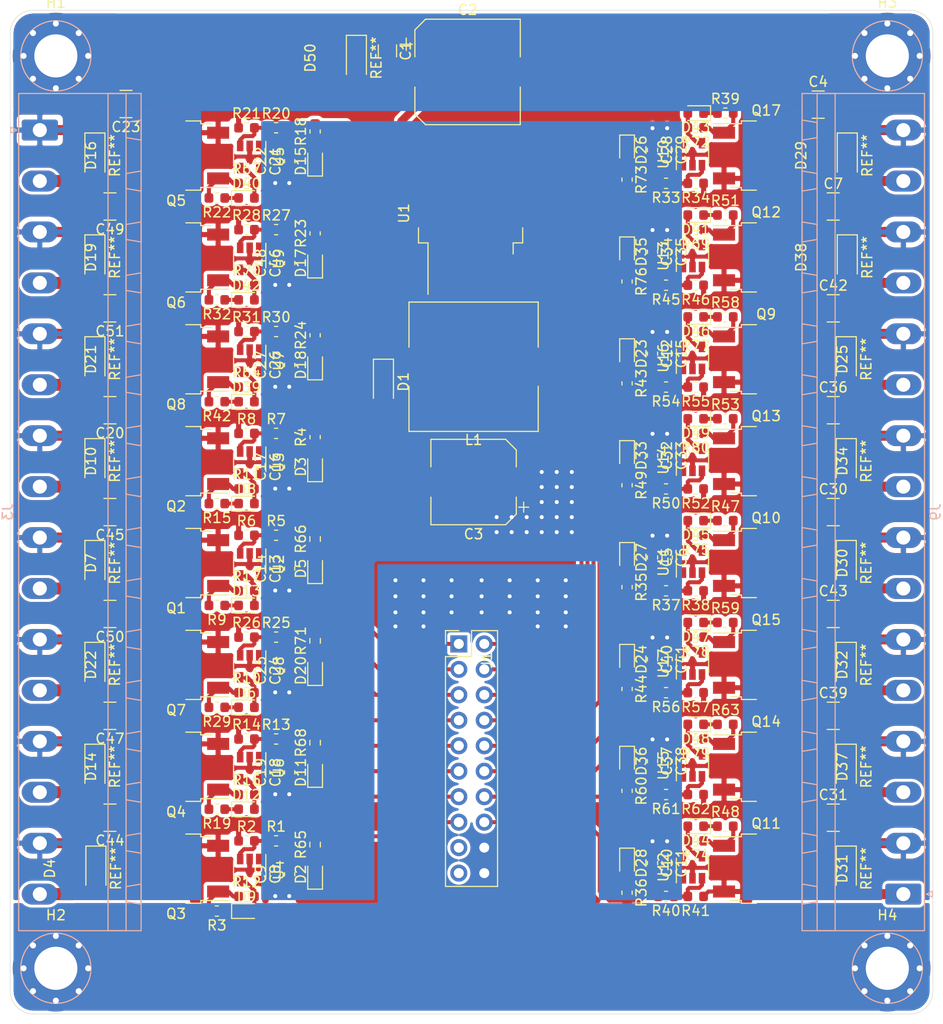
<source format=kicad_pcb>
(kicad_pcb (version 20171130) (host pcbnew "(5.1.0)-1")
  (layers (0 F.Cu signal) (31 B.Cu signal) (34 B.Paste user hide) (35 F.Paste user hide) (36 B.SilkS user hide) (37 F.SilkS user hide) (38 B.Mask user hide) (39 F.Mask user hide) (44 Edge.Cuts user))
  (net 0 "")
  (net 1 "Net-(Q1-Pad1)")
  (net 2 +48V)
  (net 3 GND)
  (net 4 "Net-(Q2-Pad1)")
  (net 5 "Net-(Q3-Pad1)")
  (net 6 "Net-(Q4-Pad1)")
  (net 7 "Net-(Q5-Pad1)")
  (net 8 "Net-(Q6-Pad1)")
  (net 9 "Net-(Q7-Pad1)")
  (net 10 "Net-(Q8-Pad1)")
  (net 11 "Net-(R1-Pad1)")
  (net 12 "Net-(R25-Pad1)")
  (net 13 +12V)
  (net 14 "Net-(D1-Pad1)")
  (net 15 "Net-(R7-Pad1)")
  (net 16 "Net-(R13-Pad1)")
  (net 17 "Net-(R30-Pad1)")
  (net 18 "Net-(D2-Pad2)")
  (net 19 "Net-(D5-Pad2)")
  (net 20 "Net-(D6-Pad2)")
  (net 21 "Net-(D11-Pad2)")
  (net 22 "Net-(D12-Pad2)")
  (net 23 "Net-(D13-Pad2)")
  (net 24 "Net-(D20-Pad2)")
  (net 25 "Net-(R5-Pad1)")
  (net 26 "Net-(R20-Pad1)")
  (net 27 "Net-(R27-Pad1)")
  (net 28 "Net-(D26-Pad2)")
  (net 29 "Net-(D27-Pad2)")
  (net 30 "Net-(D28-Pad2)")
  (net 31 "Net-(D35-Pad2)")
  (net 32 "Net-(D36-Pad2)")
  (net 33 "Net-(Q10-Pad1)")
  (net 34 "Net-(Q11-Pad1)")
  (net 35 "Net-(Q12-Pad1)")
  (net 36 "Net-(Q13-Pad1)")
  (net 37 "Net-(Q14-Pad1)")
  (net 38 "Net-(Q15-Pad1)")
  (net 39 "Net-(R33-Pad1)")
  (net 40 "Net-(R37-Pad1)")
  (net 41 "Net-(R40-Pad1)")
  (net 42 "Net-(R45-Pad1)")
  (net 43 "Net-(R61-Pad1)")
  (net 44 "Net-(C1-Pad1)")
  (net 45 IN1)
  (net 46 IN4)
  (net 47 IN7)
  (net 48 IN2)
  (net 49 IN5)
  (net 50 IN8)
  (net 51 IN3)
  (net 52 IN6)
  (net 53 IN9)
  (net 54 IN12)
  (net 55 IN15)
  (net 56 IN10)
  (net 57 IN13)
  (net 58 IN16)
  (net 59 IN11)
  (net 60 IN14)
  (net 61 "Net-(Q17-Pad1)")
  (net 62 OUT_1)
  (net 63 OUT_4)
  (net 64 OUT_7)
  (net 65 OUT_2)
  (net 66 OUT_5)
  (net 67 OUT_8)
  (net 68 OUT_3)
  (net 69 OUT_6)
  (net 70 OUT_9)
  (net 71 OUT_10)
  (net 72 OUT_11)
  (net 73 OUT_12)
  (net 74 OUT_13)
  (net 75 OUT_14)
  (net 76 OUT_15)
  (net 77 OUT_16)
  (net 78 "Net-(D3-Pad2)")
  (net 79 "Net-(D6-Pad1)")
  (net 80 "Net-(D8-Pad2)")
  (net 81 "Net-(D8-Pad1)")
  (net 82 "Net-(D9-Pad2)")
  (net 83 "Net-(D9-Pad1)")
  (net 84 "Net-(D12-Pad1)")
  (net 85 "Net-(D13-Pad1)")
  (net 86 "Net-(D15-Pad2)")
  (net 87 "Net-(D17-Pad2)")
  (net 88 "Net-(D18-Pad2)")
  (net 89 "Net-(D23-Pad2)")
  (net 90 "Net-(D24-Pad2)")
  (net 91 "Net-(Q9-Pad1)")
  (net 92 "Net-(R54-Pad1)")
  (net 93 "Net-(R56-Pad1)")
  (net 94 "Net-(D33-Pad2)")
  (net 95 "Net-(R50-Pad1)")
  (net 96 "Net-(D39-Pad2)")
  (net 97 "Net-(D39-Pad1)")
  (net 98 "Net-(D40-Pad2)")
  (net 99 "Net-(D40-Pad1)")
  (net 100 "Net-(D41-Pad2)")
  (net 101 "Net-(D41-Pad1)")
  (net 102 "Net-(D42-Pad2)")
  (net 103 "Net-(D42-Pad1)")
  (net 104 "Net-(D43-Pad2)")
  (net 105 "Net-(D43-Pad1)")
  (net 106 "Net-(D44-Pad2)")
  (net 107 "Net-(D44-Pad1)")
  (net 108 "Net-(D45-Pad2)")
  (net 109 "Net-(D45-Pad1)")
  (net 110 "Net-(D46-Pad2)")
  (net 111 "Net-(D46-Pad1)")
  (net 112 "Net-(D47-Pad2)")
  (net 113 "Net-(D47-Pad1)")
  (net 114 "Net-(D48-Pad2)")
  (net 115 "Net-(D48-Pad1)")
  (net 116 "Net-(D49-Pad2)")
  (net 117 "Net-(D49-Pad1)")
  (module Diode_SMD:D_0603_1608Metric (layer F.Cu) (at 157.37 92.01 180)
    (fp_text reference D47 (at 0 -1.43 180) (layer F.SilkS))
    (fp_text value PMEG6010CEH)
    (pad 2 smd roundrect (at 0.7875 0 180) (size 0.875 0.95) (layers F.Cu F.Paste F.Mask) (net 112 "Net-(D47-Pad2)"))
    (pad 1 smd roundrect (at -0.7875 0 180) (size 0.875 0.95) (layers F.Cu F.Paste F.Mask) (net 113 "Net-(D47-Pad1)"))
  )
  (module MK_Footprints:SOD_128 (layer F.Cu) (at 172.5 96.24 270)
    (fp_text reference D32 (at 0 0.5 270) (layer F.SilkS))
    (fp_text value PMEG6010CEH)
    (fp_text user REF** (at 0 -1.9 270) (layer F.SilkS))
    (pad 2 smd rect (at 2.2 0.1 270) (size 1.4 2.1) (layers F.Cu F.Paste F.Mask) (net 75 OUT_14))
    (pad 1 smd rect (at -2.2 0.1 270) (size 1.4 2.1) (layers F.Cu F.Paste F.Mask) (net 2 +48V))
  )
  (module MK_Footprints:SOD_128 (layer F.Cu) (at 172.5 116.56 270)
    (fp_text reference D31 (at 0 0.5 270) (layer F.SilkS))
    (fp_text value PMEG6010CEH)
    (fp_text user REF** (at 0 -1.9 270) (layer F.SilkS))
    (pad 2 smd rect (at 2.2 0.1 270) (size 1.4 2.1) (layers F.Cu F.Paste F.Mask) (net 77 OUT_16))
    (pad 1 smd rect (at -2.2 0.1 270) (size 1.4 2.1) (layers F.Cu F.Paste F.Mask) (net 2 +48V))
  )
  (module MK_Footprints:SOD_128 (layer F.Cu) (at 172.5 86.08 270)
    (fp_text reference D30 (at 0 0.5 270) (layer F.SilkS))
    (fp_text value PMEG6010CEH)
    (fp_text user REF** (at 0 -1.9 270) (layer F.SilkS))
    (pad 2 smd rect (at 2.2 0.1 270) (size 1.4 2.1) (layers F.Cu F.Paste F.Mask) (net 74 OUT_13))
    (pad 1 smd rect (at -2.2 0.1 270) (size 1.4 2.1) (layers F.Cu F.Paste F.Mask) (net 2 +48V))
  )
  (module MK_Footprints:SOD_128 (layer F.Cu) (at 172.5 75.92 270)
    (fp_text reference D34 (at 0 0.5 270) (layer F.SilkS))
    (fp_text value PMEG6010CEH)
    (fp_text user REF** (at 0 -1.9 270) (layer F.SilkS))
    (pad 2 smd rect (at 2.2 0.1 270) (size 1.4 2.1) (layers F.Cu F.Paste F.Mask) (net 73 OUT_12))
    (pad 1 smd rect (at -2.2 0.1 270) (size 1.4 2.1) (layers F.Cu F.Paste F.Mask) (net 2 +48V))
  )
  (module MK_Footprints:SOD_128 (layer F.Cu) (at 172.5 106.4 270)
    (fp_text reference D37 (at 0 0.5 270) (layer F.SilkS))
    (fp_text value PMEG6010CEH)
    (fp_text user REF** (at 0 -1.9 270) (layer F.SilkS))
    (pad 2 smd rect (at 2.2 0.1 270) (size 1.4 2.1) (layers F.Cu F.Paste F.Mask) (net 76 OUT_15))
    (pad 1 smd rect (at -2.2 0.1 270) (size 1.4 2.1) (layers F.Cu F.Paste F.Mask) (net 2 +48V))
  )
  (module MK_Footprints:SOD_128 (layer F.Cu) (at 172.5 65.76 270)
    (fp_text reference D25 (at 0 0.5 270) (layer F.SilkS))
    (fp_text value PMEG6010CEH)
    (fp_text user REF** (at 0 -1.9 270) (layer F.SilkS))
    (pad 2 smd rect (at 2.2 0.1 270) (size 1.4 2.1) (layers F.Cu F.Paste F.Mask) (net 72 OUT_11))
    (pad 1 smd rect (at -2.2 0.1 270) (size 1.4 2.1) (layers F.Cu F.Paste F.Mask) (net 2 +48V))
  )
  (module Resistor_SMD:R_0603_1608Metric (layer F.Cu) (at 157.37 73.15 180)
    (fp_text reference R80 (at 0 -1.43 180) (layer F.SilkS))
    (fp_text value 10k)
    (pad 2 smd roundrect (at 0.7875 0 180) (size 0.875 0.95) (layers F.Cu F.Paste F.Mask) (net 116 "Net-(D49-Pad2)"))
    (pad 1 smd roundrect (at -0.7875 0 180) (size 0.875 0.95) (layers F.Cu F.Paste F.Mask) (net 36 "Net-(Q13-Pad1)"))
  )
  (module Resistor_SMD:R_0603_1608Metric (layer F.Cu) (at 157.37 103.63 180)
    (fp_text reference R79 (at 0 -1.43 180) (layer F.SilkS))
    (fp_text value 10k)
    (pad 2 smd roundrect (at 0.7875 0 180) (size 0.875 0.95) (layers F.Cu F.Paste F.Mask) (net 114 "Net-(D48-Pad2)"))
    (pad 1 smd roundrect (at -0.7875 0 180) (size 0.875 0.95) (layers F.Cu F.Paste F.Mask) (net 37 "Net-(Q14-Pad1)"))
  )
  (module Resistor_SMD:R_0603_1608Metric (layer F.Cu) (at 157.37 93.47 180)
    (fp_text reference R78 (at 0 -1.43 180) (layer F.SilkS))
    (fp_text value 10k)
    (pad 2 smd roundrect (at 0.7875 0 180) (size 0.875 0.95) (layers F.Cu F.Paste F.Mask) (net 112 "Net-(D47-Pad2)"))
    (pad 1 smd roundrect (at -0.7875 0 180) (size 0.875 0.95) (layers F.Cu F.Paste F.Mask) (net 38 "Net-(Q15-Pad1)"))
  )
  (module Resistor_SMD:R_0603_1608Metric (layer F.Cu) (at 157.37 62.99 180)
    (fp_text reference R77 (at 0 -1.43 180) (layer F.SilkS))
    (fp_text value 10k)
    (pad 2 smd roundrect (at 0.7875 0 180) (size 0.875 0.95) (layers F.Cu F.Paste F.Mask) (net 110 "Net-(D46-Pad2)"))
    (pad 1 smd roundrect (at -0.7875 0 180) (size 0.875 0.95) (layers F.Cu F.Paste F.Mask) (net 91 "Net-(Q9-Pad1)"))
  )
  (module Resistor_SMD:R_0603_1608Metric (layer F.Cu) (at 157.37 83.31 180)
    (fp_text reference R75 (at 0 -1.43 180) (layer F.SilkS))
    (fp_text value 10k)
    (pad 2 smd roundrect (at 0.7875 0 180) (size 0.875 0.95) (layers F.Cu F.Paste F.Mask) (net 108 "Net-(D45-Pad2)"))
    (pad 1 smd roundrect (at -0.7875 0 180) (size 0.875 0.95) (layers F.Cu F.Paste F.Mask) (net 33 "Net-(Q10-Pad1)"))
  )
  (module Resistor_SMD:R_0603_1608Metric (layer F.Cu) (at 157.37 113.79 180)
    (fp_text reference R74 (at 0 -1.43 180) (layer F.SilkS))
    (fp_text value 10k)
    (pad 2 smd roundrect (at 0.7875 0 180) (size 0.875 0.95) (layers F.Cu F.Paste F.Mask) (net 106 "Net-(D44-Pad2)"))
    (pad 1 smd roundrect (at -0.7875 0 180) (size 0.875 0.95) (layers F.Cu F.Paste F.Mask) (net 34 "Net-(Q11-Pad1)"))
  )
  (module Resistor_SMD:R_0603_1608Metric (layer F.Cu) (at 157.37 42.67 180)
    (fp_text reference R72 (at 0 -1.43 180) (layer F.SilkS))
    (fp_text value 10k)
    (pad 2 smd roundrect (at 0.7875 0 180) (size 0.875 0.95) (layers F.Cu F.Paste F.Mask) (net 104 "Net-(D43-Pad2)"))
    (pad 1 smd roundrect (at -0.7875 0 180) (size 0.875 0.95) (layers F.Cu F.Paste F.Mask) (net 61 "Net-(Q17-Pad1)"))
  )
  (module Resistor_SMD:R_0603_1608Metric (layer F.Cu) (at 112.53 58.37)
    (fp_text reference R70 (at 0 -1.43) (layer F.SilkS))
    (fp_text value 10k)
    (pad 2 smd roundrect (at 0.7875 0) (size 0.875 0.95) (layers F.Cu F.Paste F.Mask) (net 102 "Net-(D42-Pad2)"))
    (pad 1 smd roundrect (at -0.7875 0) (size 0.875 0.95) (layers F.Cu F.Paste F.Mask) (net 8 "Net-(Q6-Pad1)"))
  )
  (module Resistor_SMD:R_0603_1608Metric (layer F.Cu) (at 157.37 52.83 180)
    (fp_text reference R69 (at 0 -1.43 180) (layer F.SilkS))
    (fp_text value 10k)
    (pad 2 smd roundrect (at 0.7875 0 180) (size 0.875 0.95) (layers F.Cu F.Paste F.Mask) (net 100 "Net-(D41-Pad2)"))
    (pad 1 smd roundrect (at -0.7875 0 180) (size 0.875 0.95) (layers F.Cu F.Paste F.Mask) (net 35 "Net-(Q12-Pad1)"))
  )
  (module Resistor_SMD:R_0603_1608Metric (layer F.Cu) (at 112.53 48.21)
    (fp_text reference R67 (at 0 -1.43) (layer F.SilkS))
    (fp_text value 10k)
    (pad 2 smd roundrect (at 0.7875 0) (size 0.875 0.95) (layers F.Cu F.Paste F.Mask) (net 98 "Net-(D40-Pad2)"))
    (pad 1 smd roundrect (at -0.7875 0) (size 0.875 0.95) (layers F.Cu F.Paste F.Mask) (net 7 "Net-(Q5-Pad1)"))
  )
  (module Resistor_SMD:R_0603_1608Metric (layer F.Cu) (at 112.53 68.53)
    (fp_text reference R64 (at 0 -1.43) (layer F.SilkS))
    (fp_text value 10k)
    (pad 2 smd roundrect (at 0.7875 0) (size 0.875 0.95) (layers F.Cu F.Paste F.Mask) (net 96 "Net-(D39-Pad2)"))
    (pad 1 smd roundrect (at -0.7875 0) (size 0.875 0.95) (layers F.Cu F.Paste F.Mask) (net 10 "Net-(Q8-Pad1)"))
  )
  (module Diode_SMD:D_0603_1608Metric (layer F.Cu) (at 157.37 71.69 180)
    (fp_text reference D49 (at 0 -1.43 180) (layer F.SilkS))
    (fp_text value PMEG6010CEH)
    (pad 2 smd roundrect (at 0.7875 0 180) (size 0.875 0.95) (layers F.Cu F.Paste F.Mask) (net 116 "Net-(D49-Pad2)"))
    (pad 1 smd roundrect (at -0.7875 0 180) (size 0.875 0.95) (layers F.Cu F.Paste F.Mask) (net 117 "Net-(D49-Pad1)"))
  )
  (module Diode_SMD:D_0603_1608Metric (layer F.Cu) (at 157.37 102.17 180)
    (fp_text reference D48 (at 0 -1.43 180) (layer F.SilkS))
    (fp_text value PMEG6010CEH)
    (pad 2 smd roundrect (at 0.7875 0 180) (size 0.875 0.95) (layers F.Cu F.Paste F.Mask) (net 114 "Net-(D48-Pad2)"))
    (pad 1 smd roundrect (at -0.7875 0 180) (size 0.875 0.95) (layers F.Cu F.Paste F.Mask) (net 115 "Net-(D48-Pad1)"))
  )
  (module Diode_SMD:D_0603_1608Metric (layer F.Cu) (at 157.37 61.53 180)
    (fp_text reference D46 (at 0 -1.43 180) (layer F.SilkS))
    (fp_text value PMEG6010CEH)
    (pad 2 smd roundrect (at 0.7875 0 180) (size 0.875 0.95) (layers F.Cu F.Paste F.Mask) (net 110 "Net-(D46-Pad2)"))
    (pad 1 smd roundrect (at -0.7875 0 180) (size 0.875 0.95) (layers F.Cu F.Paste F.Mask) (net 111 "Net-(D46-Pad1)"))
  )
  (module Diode_SMD:D_0603_1608Metric (layer F.Cu) (at 157.37 81.85 180)
    (fp_text reference D45 (at 0 -1.43 180) (layer F.SilkS))
    (fp_text value PMEG6010CEH)
    (pad 2 smd roundrect (at 0.7875 0 180) (size 0.875 0.95) (layers F.Cu F.Paste F.Mask) (net 108 "Net-(D45-Pad2)"))
    (pad 1 smd roundrect (at -0.7875 0 180) (size 0.875 0.95) (layers F.Cu F.Paste F.Mask) (net 109 "Net-(D45-Pad1)"))
  )
  (module Diode_SMD:D_0603_1608Metric (layer F.Cu) (at 157.37 112.33 180)
    (fp_text reference D44 (at 0 -1.43 180) (layer F.SilkS))
    (fp_text value PMEG6010CEH)
    (pad 2 smd roundrect (at 0.7875 0 180) (size 0.875 0.95) (layers F.Cu F.Paste F.Mask) (net 106 "Net-(D44-Pad2)"))
    (pad 1 smd roundrect (at -0.7875 0 180) (size 0.875 0.95) (layers F.Cu F.Paste F.Mask) (net 107 "Net-(D44-Pad1)"))
  )
  (module Diode_SMD:D_0603_1608Metric (layer F.Cu) (at 157.37 41.21 180)
    (fp_text reference D43 (at 0 -1.43 180) (layer F.SilkS))
    (fp_text value PMEG6010CEH)
    (pad 2 smd roundrect (at 0.7875 0 180) (size 0.875 0.95) (layers F.Cu F.Paste F.Mask) (net 104 "Net-(D43-Pad2)"))
    (pad 1 smd roundrect (at -0.7875 0 180) (size 0.875 0.95) (layers F.Cu F.Paste F.Mask) (net 105 "Net-(D43-Pad1)"))
  )
  (module Diode_SMD:D_0603_1608Metric (layer F.Cu) (at 112.53 59.83)
    (fp_text reference D42 (at 0 -1.43) (layer F.SilkS))
    (fp_text value PMEG6010CEH)
    (pad 2 smd roundrect (at 0.7875 0) (size 0.875 0.95) (layers F.Cu F.Paste F.Mask) (net 102 "Net-(D42-Pad2)"))
    (pad 1 smd roundrect (at -0.7875 0) (size 0.875 0.95) (layers F.Cu F.Paste F.Mask) (net 103 "Net-(D42-Pad1)"))
  )
  (module Diode_SMD:D_0603_1608Metric (layer F.Cu) (at 157.37 51.37 180)
    (fp_text reference D41 (at 0 -1.43 180) (layer F.SilkS))
    (fp_text value PMEG6010CEH)
    (pad 2 smd roundrect (at 0.7875 0 180) (size 0.875 0.95) (layers F.Cu F.Paste F.Mask) (net 100 "Net-(D41-Pad2)"))
    (pad 1 smd roundrect (at -0.7875 0 180) (size 0.875 0.95) (layers F.Cu F.Paste F.Mask) (net 101 "Net-(D41-Pad1)"))
  )
  (module Diode_SMD:D_0603_1608Metric (layer F.Cu) (at 112.53 49.67)
    (fp_text reference D40 (at 0 -1.43) (layer F.SilkS))
    (fp_text value PMEG6010CEH)
    (pad 2 smd roundrect (at 0.7875 0) (size 0.875 0.95) (layers F.Cu F.Paste F.Mask) (net 98 "Net-(D40-Pad2)"))
    (pad 1 smd roundrect (at -0.7875 0) (size 0.875 0.95) (layers F.Cu F.Paste F.Mask) (net 99 "Net-(D40-Pad1)"))
  )
  (module Diode_SMD:D_0603_1608Metric (layer F.Cu) (at 112.53 69.99)
    (fp_text reference D39 (at 0 -1.43) (layer F.SilkS))
    (fp_text value PMEG6010CEH)
    (pad 2 smd roundrect (at 0.7875 0) (size 0.875 0.95) (layers F.Cu F.Paste F.Mask) (net 96 "Net-(D39-Pad2)"))
    (pad 1 smd roundrect (at -0.7875 0) (size 0.875 0.95) (layers F.Cu F.Paste F.Mask) (net 97 "Net-(D39-Pad1)"))
  )
  (module Package_TO_SOT_SMD:SOT-23-5 (layer F.Cu) (at 157.05 106.26 90)
    (fp_text reference U15 (at 0 -2.9 90) (layer F.SilkS))
    (fp_text value MCP1416R)
    (pad 5 smd rect (at 1.1 -0.95 90) (size 1.06 0.65) (layers F.Cu F.Paste F.Mask) (net 13 +12V))
    (pad 4 smd rect (at 1.1 0.95 90) (size 1.06 0.65) (layers F.Cu F.Paste F.Mask) (net 114 "Net-(D48-Pad2)"))
    (pad 3 smd rect (at -1.1 0.95 90) (size 1.06 0.65) (layers F.Cu F.Paste F.Mask) (net 43 "Net-(R61-Pad1)"))
    (pad 2 smd rect (at -1.1 0 90) (size 1.06 0.65) (layers F.Cu F.Paste F.Mask) (net 3 GND))
    (pad 1 smd rect (at -1.1 -0.95 90) (size 1.06 0.65) (layers F.Cu F.Paste F.Mask))
  )
  (module Package_TO_SOT_SMD:SOT-23-5 (layer F.Cu) (at 157.05 75.78 90)
    (fp_text reference U14 (at 0 -2.9 90) (layer F.SilkS))
    (fp_text value MCP1416R)
    (pad 5 smd rect (at 1.1 -0.95 90) (size 1.06 0.65) (layers F.Cu F.Paste F.Mask) (net 13 +12V))
    (pad 4 smd rect (at 1.1 0.95 90) (size 1.06 0.65) (layers F.Cu F.Paste F.Mask) (net 116 "Net-(D49-Pad2)"))
    (pad 3 smd rect (at -1.1 0.95 90) (size 1.06 0.65) (layers F.Cu F.Paste F.Mask) (net 95 "Net-(R50-Pad1)"))
    (pad 2 smd rect (at -1.1 0 90) (size 1.06 0.65) (layers F.Cu F.Paste F.Mask) (net 3 GND))
    (pad 1 smd rect (at -1.1 -0.95 90) (size 1.06 0.65) (layers F.Cu F.Paste F.Mask))
  )
  (module Package_TO_SOT_SMD:SOT-23-5 (layer F.Cu) (at 157.05 116.42 90)
    (fp_text reference U12 (at 0 -2.9 90) (layer F.SilkS))
    (fp_text value MCP1416R)
    (pad 5 smd rect (at 1.1 -0.95 90) (size 1.06 0.65) (layers F.Cu F.Paste F.Mask) (net 13 +12V))
    (pad 4 smd rect (at 1.1 0.95 90) (size 1.06 0.65) (layers F.Cu F.Paste F.Mask) (net 106 "Net-(D44-Pad2)"))
    (pad 3 smd rect (at -1.1 0.95 90) (size 1.06 0.65) (layers F.Cu F.Paste F.Mask) (net 41 "Net-(R40-Pad1)"))
    (pad 2 smd rect (at -1.1 0 90) (size 1.06 0.65) (layers F.Cu F.Paste F.Mask) (net 3 GND))
    (pad 1 smd rect (at -1.1 -0.95 90) (size 1.06 0.65) (layers F.Cu F.Paste F.Mask))
  )
  (module Package_TO_SOT_SMD:SOT-23-5 (layer F.Cu) (at 157.05 85.94 90)
    (fp_text reference U11 (at 0 -2.9 90) (layer F.SilkS))
    (fp_text value MCP1416R)
    (pad 5 smd rect (at 1.1 -0.95 90) (size 1.06 0.65) (layers F.Cu F.Paste F.Mask) (net 13 +12V))
    (pad 4 smd rect (at 1.1 0.95 90) (size 1.06 0.65) (layers F.Cu F.Paste F.Mask) (net 108 "Net-(D45-Pad2)"))
    (pad 3 smd rect (at -1.1 0.95 90) (size 1.06 0.65) (layers F.Cu F.Paste F.Mask) (net 40 "Net-(R37-Pad1)"))
    (pad 2 smd rect (at -1.1 0 90) (size 1.06 0.65) (layers F.Cu F.Paste F.Mask) (net 3 GND))
    (pad 1 smd rect (at -1.1 -0.95 90) (size 1.06 0.65) (layers F.Cu F.Paste F.Mask))
  )
  (module Resistor_SMD:R_0603_1608Metric (layer F.Cu) (at 160.33 102.17)
    (fp_text reference R63 (at 0 -1.43) (layer F.SilkS))
    (fp_text value 100)
    (pad 2 smd roundrect (at 0.7875 0) (size 0.875 0.95) (layers F.Cu F.Paste F.Mask) (net 37 "Net-(Q14-Pad1)"))
    (pad 1 smd roundrect (at -0.7875 0) (size 0.875 0.95) (layers F.Cu F.Paste F.Mask) (net 115 "Net-(D48-Pad1)"))
  )
  (module Resistor_SMD:R_0603_1608Metric (layer F.Cu) (at 157.37 109.17 180)
    (fp_text reference R62 (at 0 -1.43 180) (layer F.SilkS))
    (fp_text value 10k)
    (pad 2 smd roundrect (at 0.7875 0 180) (size 0.875 0.95) (layers F.Cu F.Paste F.Mask) (net 43 "Net-(R61-Pad1)"))
    (pad 1 smd roundrect (at -0.7875 0 180) (size 0.875 0.95) (layers F.Cu F.Paste F.Mask) (net 3 GND))
  )
  (module Resistor_SMD:R_0603_1608Metric (layer F.Cu) (at 154.41 109.17 180)
    (fp_text reference R61 (at 0 -1.43 180) (layer F.SilkS))
    (fp_text value 10k)
    (pad 2 smd roundrect (at 0.7875 0 180) (size 0.875 0.95) (layers F.Cu F.Paste F.Mask) (net 55 IN15))
    (pad 1 smd roundrect (at -0.7875 0 180) (size 0.875 0.95) (layers F.Cu F.Paste F.Mask) (net 43 "Net-(R61-Pad1)"))
  )
  (module Resistor_SMD:R_0603_1608Metric (layer F.Cu) (at 150.52 108.8 270)
    (fp_text reference R60 (at 0 -1.43 270) (layer F.SilkS))
    (fp_text value 10k)
    (pad 2 smd roundrect (at 0.7875 0 270) (size 0.875 0.95) (layers F.Cu F.Paste F.Mask) (net 55 IN15))
    (pad 1 smd roundrect (at -0.7875 0 270) (size 0.875 0.95) (layers F.Cu F.Paste F.Mask) (net 32 "Net-(D36-Pad2)"))
  )
  (module Resistor_SMD:R_0603_1608Metric (layer F.Cu) (at 160.33 71.69)
    (fp_text reference R53 (at 0 -1.43) (layer F.SilkS))
    (fp_text value 100)
    (pad 2 smd roundrect (at 0.7875 0) (size 0.875 0.95) (layers F.Cu F.Paste F.Mask) (net 36 "Net-(Q13-Pad1)"))
    (pad 1 smd roundrect (at -0.7875 0) (size 0.875 0.95) (layers F.Cu F.Paste F.Mask) (net 117 "Net-(D49-Pad1)"))
  )
  (module Resistor_SMD:R_0603_1608Metric (layer F.Cu) (at 157.37 78.69 180)
    (fp_text reference R52 (at 0 -1.43 180) (layer F.SilkS))
    (fp_text value 10k)
    (pad 2 smd roundrect (at 0.7875 0 180) (size 0.875 0.95) (layers F.Cu F.Paste F.Mask) (net 95 "Net-(R50-Pad1)"))
    (pad 1 smd roundrect (at -0.7875 0 180) (size 0.875 0.95) (layers F.Cu F.Paste F.Mask) (net 3 GND))
  )
  (module Resistor_SMD:R_0603_1608Metric (layer F.Cu) (at 154.41 78.69 180)
    (fp_text reference R50 (at 0 -1.43 180) (layer F.SilkS))
    (fp_text value 10k)
    (pad 2 smd roundrect (at 0.7875 0 180) (size 0.875 0.95) (layers F.Cu F.Paste F.Mask) (net 54 IN12))
    (pad 1 smd roundrect (at -0.7875 0 180) (size 0.875 0.95) (layers F.Cu F.Paste F.Mask) (net 95 "Net-(R50-Pad1)"))
  )
  (module Resistor_SMD:R_0603_1608Metric (layer F.Cu) (at 150.52 78.32 270)
    (fp_text reference R49 (at 0 -1.43 270) (layer F.SilkS))
    (fp_text value 10k)
    (pad 2 smd roundrect (at 0.7875 0 270) (size 0.875 0.95) (layers F.Cu F.Paste F.Mask) (net 54 IN12))
    (pad 1 smd roundrect (at -0.7875 0 270) (size 0.875 0.95) (layers F.Cu F.Paste F.Mask) (net 94 "Net-(D33-Pad2)"))
  )
  (module Resistor_SMD:R_0603_1608Metric (layer F.Cu) (at 160.33 112.33)
    (fp_text reference R48 (at 0 -1.43) (layer F.SilkS))
    (fp_text value 100)
    (pad 2 smd roundrect (at 0.7875 0) (size 0.875 0.95) (layers F.Cu F.Paste F.Mask) (net 34 "Net-(Q11-Pad1)"))
    (pad 1 smd roundrect (at -0.7875 0) (size 0.875 0.95) (layers F.Cu F.Paste F.Mask) (net 107 "Net-(D44-Pad1)"))
  )
  (module Resistor_SMD:R_0603_1608Metric (layer F.Cu) (at 160.33 81.85)
    (fp_text reference R47 (at 0 -1.43) (layer F.SilkS))
    (fp_text value 100)
    (pad 2 smd roundrect (at 0.7875 0) (size 0.875 0.95) (layers F.Cu F.Paste F.Mask) (net 33 "Net-(Q10-Pad1)"))
    (pad 1 smd roundrect (at -0.7875 0) (size 0.875 0.95) (layers F.Cu F.Paste F.Mask) (net 109 "Net-(D45-Pad1)"))
  )
  (module Resistor_SMD:R_0603_1608Metric (layer F.Cu) (at 157.37 119.33 180)
    (fp_text reference R41 (at 0 -1.43 180) (layer F.SilkS))
    (fp_text value 10k)
    (pad 2 smd roundrect (at 0.7875 0 180) (size 0.875 0.95) (layers F.Cu F.Paste F.Mask) (net 41 "Net-(R40-Pad1)"))
    (pad 1 smd roundrect (at -0.7875 0 180) (size 0.875 0.95) (layers F.Cu F.Paste F.Mask) (net 3 GND))
  )
  (module Resistor_SMD:R_0603_1608Metric (layer F.Cu) (at 154.41 119.33 180)
    (fp_text reference R40 (at 0 -1.43 180) (layer F.SilkS))
    (fp_text value 10k)
    (pad 2 smd roundrect (at 0.7875 0 180) (size 0.875 0.95) (layers F.Cu F.Paste F.Mask) (net 58 IN16))
    (pad 1 smd roundrect (at -0.7875 0 180) (size 0.875 0.95) (layers F.Cu F.Paste F.Mask) (net 41 "Net-(R40-Pad1)"))
  )
  (module Resistor_SMD:R_0603_1608Metric (layer F.Cu) (at 157.37 88.85 180)
    (fp_text reference R38 (at 0 -1.43 180) (layer F.SilkS))
    (fp_text value 10k)
    (pad 2 smd roundrect (at 0.7875 0 180) (size 0.875 0.95) (layers F.Cu F.Paste F.Mask) (net 40 "Net-(R37-Pad1)"))
    (pad 1 smd roundrect (at -0.7875 0 180) (size 0.875 0.95) (layers F.Cu F.Paste F.Mask) (net 3 GND))
  )
  (module Resistor_SMD:R_0603_1608Metric (layer F.Cu) (at 154.41 88.85 180)
    (fp_text reference R37 (at 0 -1.43 180) (layer F.SilkS))
    (fp_text value 10k)
    (pad 2 smd roundrect (at 0.7875 0 180) (size 0.875 0.95) (layers F.Cu F.Paste F.Mask) (net 57 IN13))
    (pad 1 smd roundrect (at -0.7875 0 180) (size 0.875 0.95) (layers F.Cu F.Paste F.Mask) (net 40 "Net-(R37-Pad1)"))
  )
  (module Resistor_SMD:R_0603_1608Metric (layer F.Cu) (at 150.52 118.96 270)
    (fp_text reference R36 (at 0 -1.43 270) (layer F.SilkS))
    (fp_text value 10k)
    (pad 2 smd roundrect (at 0.7875 0 270) (size 0.875 0.95) (layers F.Cu F.Paste F.Mask) (net 58 IN16))
    (pad 1 smd roundrect (at -0.7875 0 270) (size 0.875 0.95) (layers F.Cu F.Paste F.Mask) (net 30 "Net-(D28-Pad2)"))
  )
  (module Resistor_SMD:R_0603_1608Metric (layer F.Cu) (at 150.52 88.48 270)
    (fp_text reference R35 (at 0 -1.43 270) (layer F.SilkS))
    (fp_text value 10k)
    (pad 2 smd roundrect (at 0.7875 0 270) (size 0.875 0.95) (layers F.Cu F.Paste F.Mask) (net 57 IN13))
    (pad 1 smd roundrect (at -0.7875 0 270) (size 0.875 0.95) (layers F.Cu F.Paste F.Mask) (net 29 "Net-(D27-Pad2)"))
  )
  (module Package_TO_SOT_SMD:TO-252-2 (layer F.Cu) (at 164.4 106.4)
    (fp_text reference Q14 (at 0 -4.5) (layer F.SilkS))
    (fp_text value Q_NMOS_GSD)
    (pad 2 smd rect (at 2.1 0) (size 6.4 5.8) (layers F.Cu F.Mask) (net 76 OUT_15))
    (pad 3 smd rect (at -4.2 2.28) (size 2.2 1.2) (layers F.Cu F.Paste F.Mask) (net 3 GND))
    (pad 1 smd rect (at -4.2 -2.28) (size 2.2 1.2) (layers F.Cu F.Paste F.Mask) (net 37 "Net-(Q14-Pad1)"))
  )
  (module Package_TO_SOT_SMD:TO-252-2 (layer F.Cu) (at 164.4 75.92)
    (fp_text reference Q13 (at 0 -4.5) (layer F.SilkS))
    (fp_text value Q_NMOS_GSD)
    (pad 2 smd rect (at 2.1 0) (size 6.4 5.8) (layers F.Cu F.Mask) (net 73 OUT_12))
    (pad 3 smd rect (at -4.2 2.28) (size 2.2 1.2) (layers F.Cu F.Paste F.Mask) (net 3 GND))
    (pad 1 smd rect (at -4.2 -2.28) (size 2.2 1.2) (layers F.Cu F.Paste F.Mask) (net 36 "Net-(Q13-Pad1)"))
  )
  (module Package_TO_SOT_SMD:TO-252-2 (layer F.Cu) (at 164.4 116.56)
    (fp_text reference Q11 (at 0 -4.5) (layer F.SilkS))
    (fp_text value Q_NMOS_GSD)
    (pad 2 smd rect (at 2.1 0) (size 6.4 5.8) (layers F.Cu F.Mask) (net 77 OUT_16))
    (pad 3 smd rect (at -4.2 2.28) (size 2.2 1.2) (layers F.Cu F.Paste F.Mask) (net 3 GND))
    (pad 1 smd rect (at -4.2 -2.28) (size 2.2 1.2) (layers F.Cu F.Paste F.Mask) (net 34 "Net-(Q11-Pad1)"))
  )
  (module Package_TO_SOT_SMD:TO-252-2 (layer F.Cu) (at 164.4 86.08)
    (fp_text reference Q10 (at 0 -4.5) (layer F.SilkS))
    (fp_text value Q_NMOS_GSD)
    (pad 2 smd rect (at 2.1 0) (size 6.4 5.8) (layers F.Cu F.Mask) (net 74 OUT_13))
    (pad 3 smd rect (at -4.2 2.28) (size 2.2 1.2) (layers F.Cu F.Paste F.Mask) (net 3 GND))
    (pad 1 smd rect (at -4.2 -2.28) (size 2.2 1.2) (layers F.Cu F.Paste F.Mask) (net 33 "Net-(Q10-Pad1)"))
  )
  (module LED_SMD:LED_0603_1608Metric (layer F.Cu) (at 150.52 105.84 270)
    (fp_text reference D36 (at 0 -1.43 270) (layer F.SilkS))
    (fp_text value LED)
    (pad 2 smd roundrect (at 0.7875 0 270) (size 0.875 0.95) (layers F.Cu F.Paste F.Mask) (net 32 "Net-(D36-Pad2)"))
    (pad 1 smd roundrect (at -0.7875 0 270) (size 0.875 0.95) (layers F.Cu F.Paste F.Mask) (net 3 GND))
  )
  (module LED_SMD:LED_0603_1608Metric (layer F.Cu) (at 150.52 75.36 270)
    (fp_text reference D33 (at 0 -1.43 270) (layer F.SilkS))
    (fp_text value LED)
    (pad 2 smd roundrect (at 0.7875 0 270) (size 0.875 0.95) (layers F.Cu F.Paste F.Mask) (net 94 "Net-(D33-Pad2)"))
    (pad 1 smd roundrect (at -0.7875 0 270) (size 0.875 0.95) (layers F.Cu F.Paste F.Mask) (net 3 GND))
  )
  (module LED_SMD:LED_0603_1608Metric (layer F.Cu) (at 150.52 116 270)
    (fp_text reference D28 (at 0 -1.43 270) (layer F.SilkS))
    (fp_text value LED)
    (pad 2 smd roundrect (at 0.7875 0 270) (size 0.875 0.95) (layers F.Cu F.Paste F.Mask) (net 30 "Net-(D28-Pad2)"))
    (pad 1 smd roundrect (at -0.7875 0 270) (size 0.875 0.95) (layers F.Cu F.Paste F.Mask) (net 3 GND))
  )
  (module LED_SMD:LED_0603_1608Metric (layer F.Cu) (at 150.52 85.52 270)
    (fp_text reference D27 (at 0 -1.43 270) (layer F.SilkS))
    (fp_text value LED)
    (pad 2 smd roundrect (at 0.7875 0 270) (size 0.875 0.95) (layers F.Cu F.Paste F.Mask) (net 29 "Net-(D27-Pad2)"))
    (pad 1 smd roundrect (at -0.7875 0 270) (size 0.875 0.95) (layers F.Cu F.Paste F.Mask) (net 3 GND))
  )
  (module Capacitor_SMD:C_1210_3225Metric (layer F.Cu) (at 171.1 101.32)
    (fp_text reference C39 (at 0 -2.28) (layer F.SilkS))
    (fp_text value 10u)
    (pad 2 smd roundrect (at 1.4 0) (size 1.25 2.65) (layers F.Cu F.Paste F.Mask) (roundrect_rratio 0.2) (net 2 +48V))
    (pad 1 smd roundrect (at -1.4 0) (size 1.25 2.65) (layers F.Cu F.Paste F.Mask) (roundrect_rratio 0.2) (net 3 GND))
  )
  (module Capacitor_SMD:C_0603_1608Metric (layer F.Cu) (at 154.52 105.84 270)
    (fp_text reference C38 (at 0 -1.43 270) (layer F.SilkS))
    (fp_text value 100n)
    (pad 2 smd roundrect (at 0.7875 0 270) (size 0.875 0.95) (layers F.Cu F.Paste F.Mask) (net 3 GND))
    (pad 1 smd roundrect (at -0.7875 0 270) (size 0.875 0.95) (layers F.Cu F.Paste F.Mask) (net 13 +12V))
  )
  (module Capacitor_SMD:C_0603_1608Metric (layer F.Cu) (at 153.06 105.84 270)
    (fp_text reference C37 (at 0 -1.43 270) (layer F.SilkS))
    (fp_text value 1u)
    (pad 2 smd roundrect (at 0.7875 0 270) (size 0.875 0.95) (layers F.Cu F.Paste F.Mask) (net 3 GND))
    (pad 1 smd roundrect (at -0.7875 0 270) (size 0.875 0.95) (layers F.Cu F.Paste F.Mask) (net 13 +12V))
  )
  (module Capacitor_SMD:C_1210_3225Metric (layer F.Cu) (at 171.1 70.84)
    (fp_text reference C36 (at 0 -2.28) (layer F.SilkS))
    (fp_text value 10u)
    (pad 2 smd roundrect (at 1.4 0) (size 1.25 2.65) (layers F.Cu F.Paste F.Mask) (roundrect_rratio 0.2) (net 2 +48V))
    (pad 1 smd roundrect (at -1.4 0) (size 1.25 2.65) (layers F.Cu F.Paste F.Mask) (roundrect_rratio 0.2) (net 3 GND))
  )
  (module Capacitor_SMD:C_0603_1608Metric (layer F.Cu) (at 154.52 75.36 270)
    (fp_text reference C33 (at 0 -1.43 270) (layer F.SilkS))
    (fp_text value 100n)
    (pad 2 smd roundrect (at 0.7875 0 270) (size 0.875 0.95) (layers F.Cu F.Paste F.Mask) (net 3 GND))
    (pad 1 smd roundrect (at -0.7875 0 270) (size 0.875 0.95) (layers F.Cu F.Paste F.Mask) (net 13 +12V))
  )
  (module Capacitor_SMD:C_0603_1608Metric (layer F.Cu) (at 153.06 75.36 270)
    (fp_text reference C32 (at 0 -1.43 270) (layer F.SilkS))
    (fp_text value 1u)
    (pad 2 smd roundrect (at 0.7875 0 270) (size 0.875 0.95) (layers F.Cu F.Paste F.Mask) (net 3 GND))
    (pad 1 smd roundrect (at -0.7875 0 270) (size 0.875 0.95) (layers F.Cu F.Paste F.Mask) (net 13 +12V))
  )
  (module Capacitor_SMD:C_1210_3225Metric (layer F.Cu) (at 171.1 111.48)
    (fp_text reference C31 (at 0 -2.28) (layer F.SilkS))
    (fp_text value 10u)
    (pad 2 smd roundrect (at 1.4 0) (size 1.25 2.65) (layers F.Cu F.Paste F.Mask) (roundrect_rratio 0.2) (net 2 +48V))
    (pad 1 smd roundrect (at -1.4 0) (size 1.25 2.65) (layers F.Cu F.Paste F.Mask) (roundrect_rratio 0.2) (net 3 GND))
  )
  (module Capacitor_SMD:C_1210_3225Metric (layer F.Cu) (at 171.1 81)
    (fp_text reference C30 (at 0 -2.28) (layer F.SilkS))
    (fp_text value 10u)
    (pad 2 smd roundrect (at 1.4 0) (size 1.25 2.65) (layers F.Cu F.Paste F.Mask) (roundrect_rratio 0.2) (net 2 +48V))
    (pad 1 smd roundrect (at -1.4 0) (size 1.25 2.65) (layers F.Cu F.Paste F.Mask) (roundrect_rratio 0.2) (net 3 GND))
  )
  (module Capacitor_SMD:C_0603_1608Metric (layer F.Cu) (at 154.52 116 270)
    (fp_text reference C11 (at 0 -1.43 270) (layer F.SilkS))
    (fp_text value 100n)
    (pad 2 smd roundrect (at 0.7875 0 270) (size 0.875 0.95) (layers F.Cu F.Paste F.Mask) (net 3 GND))
    (pad 1 smd roundrect (at -0.7875 0 270) (size 0.875 0.95) (layers F.Cu F.Paste F.Mask) (net 13 +12V))
  )
  (module Capacitor_SMD:C_0603_1608Metric (layer F.Cu) (at 153.06 116 270)
    (fp_text reference C10 (at 0 -1.43 270) (layer F.SilkS))
    (fp_text value 1u)
    (pad 2 smd roundrect (at 0.7875 0 270) (size 0.875 0.95) (layers F.Cu F.Paste F.Mask) (net 3 GND))
    (pad 1 smd roundrect (at -0.7875 0 270) (size 0.875 0.95) (layers F.Cu F.Paste F.Mask) (net 13 +12V))
  )
  (module Capacitor_SMD:C_0603_1608Metric (layer F.Cu) (at 154.52 85.52 270)
    (fp_text reference C6 (at 0 -1.43 270) (layer F.SilkS))
    (fp_text value 100n)
    (pad 2 smd roundrect (at 0.7875 0 270) (size 0.875 0.95) (layers F.Cu F.Paste F.Mask) (net 3 GND))
    (pad 1 smd roundrect (at -0.7875 0 270) (size 0.875 0.95) (layers F.Cu F.Paste F.Mask) (net 13 +12V))
  )
  (module Capacitor_SMD:C_0603_1608Metric (layer F.Cu) (at 153.06 85.52 270)
    (fp_text reference C5 (at 0 -1.43 270) (layer F.SilkS))
    (fp_text value 1u)
    (pad 2 smd roundrect (at 0.7875 0 270) (size 0.875 0.95) (layers F.Cu F.Paste F.Mask) (net 3 GND))
    (pad 1 smd roundrect (at -0.7875 0 270) (size 0.875 0.95) (layers F.Cu F.Paste F.Mask) (net 13 +12V))
  )
  (module Package_TO_SOT_SMD:SOT-23-5 (layer F.Cu) (at 157.05 96.1 90)
    (fp_text reference U17 (at 0 -2.9 90) (layer F.SilkS))
    (fp_text value MCP1416R)
    (pad 5 smd rect (at 1.1 -0.95 90) (size 1.06 0.65) (layers F.Cu F.Paste F.Mask) (net 13 +12V))
    (pad 4 smd rect (at 1.1 0.95 90) (size 1.06 0.65) (layers F.Cu F.Paste F.Mask) (net 112 "Net-(D47-Pad2)"))
    (pad 3 smd rect (at -1.1 0.95 90) (size 1.06 0.65) (layers F.Cu F.Paste F.Mask) (net 93 "Net-(R56-Pad1)"))
    (pad 2 smd rect (at -1.1 0 90) (size 1.06 0.65) (layers F.Cu F.Paste F.Mask) (net 3 GND))
    (pad 1 smd rect (at -1.1 -0.95 90) (size 1.06 0.65) (layers F.Cu F.Paste F.Mask))
  )
  (module Package_TO_SOT_SMD:SOT-23-5 (layer F.Cu) (at 157.05 65.62 90)
    (fp_text reference U16 (at 0 -2.9 90) (layer F.SilkS))
    (fp_text value MCP1416R)
    (pad 5 smd rect (at 1.1 -0.95 90) (size 1.06 0.65) (layers F.Cu F.Paste F.Mask) (net 13 +12V))
    (pad 4 smd rect (at 1.1 0.95 90) (size 1.06 0.65) (layers F.Cu F.Paste F.Mask) (net 110 "Net-(D46-Pad2)"))
    (pad 3 smd rect (at -1.1 0.95 90) (size 1.06 0.65) (layers F.Cu F.Paste F.Mask) (net 92 "Net-(R54-Pad1)"))
    (pad 2 smd rect (at -1.1 0 90) (size 1.06 0.65) (layers F.Cu F.Paste F.Mask) (net 3 GND))
    (pad 1 smd rect (at -1.1 -0.95 90) (size 1.06 0.65) (layers F.Cu F.Paste F.Mask))
  )
  (module Resistor_SMD:R_0603_1608Metric (layer F.Cu) (at 160.33 92.01)
    (fp_text reference R59 (at 0 -1.43) (layer F.SilkS))
    (fp_text value 100)
    (pad 2 smd roundrect (at 0.7875 0) (size 0.875 0.95) (layers F.Cu F.Paste F.Mask) (net 38 "Net-(Q15-Pad1)"))
    (pad 1 smd roundrect (at -0.7875 0) (size 0.875 0.95) (layers F.Cu F.Paste F.Mask) (net 113 "Net-(D47-Pad1)"))
  )
  (module Resistor_SMD:R_0603_1608Metric (layer F.Cu) (at 160.33 61.53)
    (fp_text reference R58 (at 0 -1.43) (layer F.SilkS))
    (fp_text value 100)
    (pad 2 smd roundrect (at 0.7875 0) (size 0.875 0.95) (layers F.Cu F.Paste F.Mask) (net 91 "Net-(Q9-Pad1)"))
    (pad 1 smd roundrect (at -0.7875 0) (size 0.875 0.95) (layers F.Cu F.Paste F.Mask) (net 111 "Net-(D46-Pad1)"))
  )
  (module Resistor_SMD:R_0603_1608Metric (layer F.Cu) (at 157.37 99.01 180)
    (fp_text reference R57 (at 0 -1.43 180) (layer F.SilkS))
    (fp_text value 10k)
    (pad 2 smd roundrect (at 0.7875 0 180) (size 0.875 0.95) (layers F.Cu F.Paste F.Mask) (net 93 "Net-(R56-Pad1)"))
    (pad 1 smd roundrect (at -0.7875 0 180) (size 0.875 0.95) (layers F.Cu F.Paste F.Mask) (net 3 GND))
  )
  (module Resistor_SMD:R_0603_1608Metric (layer F.Cu) (at 154.41 99.01 180)
    (fp_text reference R56 (at 0 -1.43 180) (layer F.SilkS))
    (fp_text value 10k)
    (pad 2 smd roundrect (at 0.7875 0 180) (size 0.875 0.95) (layers F.Cu F.Paste F.Mask) (net 60 IN14))
    (pad 1 smd roundrect (at -0.7875 0 180) (size 0.875 0.95) (layers F.Cu F.Paste F.Mask) (net 93 "Net-(R56-Pad1)"))
  )
  (module Resistor_SMD:R_0603_1608Metric (layer F.Cu) (at 157.37 68.53 180)
    (fp_text reference R55 (at 0 -1.43 180) (layer F.SilkS))
    (fp_text value 10k)
    (pad 2 smd roundrect (at 0.7875 0 180) (size 0.875 0.95) (layers F.Cu F.Paste F.Mask) (net 92 "Net-(R54-Pad1)"))
    (pad 1 smd roundrect (at -0.7875 0 180) (size 0.875 0.95) (layers F.Cu F.Paste F.Mask) (net 3 GND))
  )
  (module Resistor_SMD:R_0603_1608Metric (layer F.Cu) (at 154.41 68.53 180)
    (fp_text reference R54 (at 0 -1.43 180) (layer F.SilkS))
    (fp_text value 10k)
    (pad 2 smd roundrect (at 0.7875 0 180) (size 0.875 0.95) (layers F.Cu F.Paste F.Mask) (net 59 IN11))
    (pad 1 smd roundrect (at -0.7875 0 180) (size 0.875 0.95) (layers F.Cu F.Paste F.Mask) (net 92 "Net-(R54-Pad1)"))
  )
  (module Resistor_SMD:R_0603_1608Metric (layer F.Cu) (at 150.52 98.64 270)
    (fp_text reference R44 (at 0 -1.43 270) (layer F.SilkS))
    (fp_text value 10k)
    (pad 2 smd roundrect (at 0.7875 0 270) (size 0.875 0.95) (layers F.Cu F.Paste F.Mask) (net 60 IN14))
    (pad 1 smd roundrect (at -0.7875 0 270) (size 0.875 0.95) (layers F.Cu F.Paste F.Mask) (net 90 "Net-(D24-Pad2)"))
  )
  (module Resistor_SMD:R_0603_1608Metric (layer F.Cu) (at 150.52 68.16 270)
    (fp_text reference R43 (at 0 -1.43 270) (layer F.SilkS))
    (fp_text value 10k)
    (pad 2 smd roundrect (at 0.7875 0 270) (size 0.875 0.95) (layers F.Cu F.Paste F.Mask) (net 59 IN11))
    (pad 1 smd roundrect (at -0.7875 0 270) (size 0.875 0.95) (layers F.Cu F.Paste F.Mask) (net 89 "Net-(D23-Pad2)"))
  )
  (module Package_TO_SOT_SMD:TO-252-2 (layer F.Cu) (at 164.4 96.24)
    (fp_text reference Q15 (at 0 -4.5) (layer F.SilkS))
    (fp_text value Q_NMOS_GSD)
    (pad 2 smd rect (at 2.1 0) (size 6.4 5.8) (layers F.Cu F.Mask) (net 75 OUT_14))
    (pad 3 smd rect (at -4.2 2.28) (size 2.2 1.2) (layers F.Cu F.Paste F.Mask) (net 3 GND))
    (pad 1 smd rect (at -4.2 -2.28) (size 2.2 1.2) (layers F.Cu F.Paste F.Mask) (net 38 "Net-(Q15-Pad1)"))
  )
  (module Package_TO_SOT_SMD:TO-252-2 (layer F.Cu) (at 164.4 65.76)
    (fp_text reference Q9 (at 0 -4.5) (layer F.SilkS))
    (fp_text value Q_NMOS_GSD)
    (pad 2 smd rect (at 2.1 0) (size 6.4 5.8) (layers F.Cu F.Mask) (net 72 OUT_11))
    (pad 3 smd rect (at -4.2 2.28) (size 2.2 1.2) (layers F.Cu F.Paste F.Mask) (net 3 GND))
    (pad 1 smd rect (at -4.2 -2.28) (size 2.2 1.2) (layers F.Cu F.Paste F.Mask) (net 91 "Net-(Q9-Pad1)"))
  )
  (module LED_SMD:LED_0603_1608Metric (layer F.Cu) (at 150.52 95.68 270)
    (fp_text reference D24 (at 0 -1.43 270) (layer F.SilkS))
    (fp_text value LED)
    (pad 2 smd roundrect (at 0.7875 0 270) (size 0.875 0.95) (layers F.Cu F.Paste F.Mask) (net 90 "Net-(D24-Pad2)"))
    (pad 1 smd roundrect (at -0.7875 0 270) (size 0.875 0.95) (layers F.Cu F.Paste F.Mask) (net 3 GND))
  )
  (module LED_SMD:LED_0603_1608Metric (layer F.Cu) (at 150.52 65.2 270)
    (fp_text reference D23 (at 0 -1.43 270) (layer F.SilkS))
    (fp_text value LED)
    (pad 2 smd roundrect (at 0.7875 0 270) (size 0.875 0.95) (layers F.Cu F.Paste F.Mask) (net 89 "Net-(D23-Pad2)"))
    (pad 1 smd roundrect (at -0.7875 0 270) (size 0.875 0.95) (layers F.Cu F.Paste F.Mask) (net 3 GND))
  )
  (module Capacitor_SMD:C_1210_3225Metric (layer F.Cu) (at 171.1 91.16)
    (fp_text reference C43 (at 0 -2.28) (layer F.SilkS))
    (fp_text value 10u)
    (pad 2 smd roundrect (at 1.4 0) (size 1.25 2.65) (layers F.Cu F.Paste F.Mask) (roundrect_rratio 0.2) (net 2 +48V))
    (pad 1 smd roundrect (at -1.4 0) (size 1.25 2.65) (layers F.Cu F.Paste F.Mask) (roundrect_rratio 0.2) (net 3 GND))
  )
  (module Capacitor_SMD:C_1210_3225Metric (layer F.Cu) (at 171.1 60.68)
    (fp_text reference C42 (at 0 -2.28) (layer F.SilkS))
    (fp_text value 10u)
    (pad 2 smd roundrect (at 1.4 0) (size 1.25 2.65) (layers F.Cu F.Paste F.Mask) (roundrect_rratio 0.2) (net 2 +48V))
    (pad 1 smd roundrect (at -1.4 0) (size 1.25 2.65) (layers F.Cu F.Paste F.Mask) (roundrect_rratio 0.2) (net 3 GND))
  )
  (module Capacitor_SMD:C_0603_1608Metric (layer F.Cu) (at 154.52 95.68 270)
    (fp_text reference C41 (at 0 -1.43 270) (layer F.SilkS))
    (fp_text value 100n)
    (pad 2 smd roundrect (at 0.7875 0 270) (size 0.875 0.95) (layers F.Cu F.Paste F.Mask) (net 3 GND))
    (pad 1 smd roundrect (at -0.7875 0 270) (size 0.875 0.95) (layers F.Cu F.Paste F.Mask) (net 13 +12V))
  )
  (module Capacitor_SMD:C_0603_1608Metric (layer F.Cu) (at 153.06 95.68 270)
    (fp_text reference C40 (at 0 -1.43 270) (layer F.SilkS))
    (fp_text value 1u)
    (pad 2 smd roundrect (at 0.7875 0 270) (size 0.875 0.95) (layers F.Cu F.Paste F.Mask) (net 3 GND))
    (pad 1 smd roundrect (at -0.7875 0 270) (size 0.875 0.95) (layers F.Cu F.Paste F.Mask) (net 13 +12V))
  )
  (module Capacitor_SMD:C_0603_1608Metric (layer F.Cu) (at 154.52 65.2 270)
    (fp_text reference C15 (at 0 -1.43 270) (layer F.SilkS))
    (fp_text value 100n)
    (pad 2 smd roundrect (at 0.7875 0 270) (size 0.875 0.95) (layers F.Cu F.Paste F.Mask) (net 3 GND))
    (pad 1 smd roundrect (at -0.7875 0 270) (size 0.875 0.95) (layers F.Cu F.Paste F.Mask) (net 13 +12V))
  )
  (module Capacitor_SMD:C_0603_1608Metric (layer F.Cu) (at 153.06 65.2 270)
    (fp_text reference C12 (at 0 -1.43 270) (layer F.SilkS))
    (fp_text value 1u)
    (pad 2 smd roundrect (at 0.7875 0 270) (size 0.875 0.95) (layers F.Cu F.Paste F.Mask) (net 3 GND))
    (pad 1 smd roundrect (at -0.7875 0 270) (size 0.875 0.95) (layers F.Cu F.Paste F.Mask) (net 13 +12V))
  )
  (module Package_TO_SOT_SMD:SOT-23-5 (layer F.Cu) (at 112.85 55.74 270)
    (fp_text reference U9 (at 0 -2.9 270) (layer F.SilkS))
    (fp_text value MCP1416R)
    (pad 5 smd rect (at 1.1 -0.95 270) (size 1.06 0.65) (layers F.Cu F.Paste F.Mask) (net 13 +12V))
    (pad 4 smd rect (at 1.1 0.95 270) (size 1.06 0.65) (layers F.Cu F.Paste F.Mask) (net 102 "Net-(D42-Pad2)"))
    (pad 3 smd rect (at -1.1 0.95 270) (size 1.06 0.65) (layers F.Cu F.Paste F.Mask) (net 27 "Net-(R27-Pad1)"))
    (pad 2 smd rect (at -1.1 0 270) (size 1.06 0.65) (layers F.Cu F.Paste F.Mask) (net 3 GND))
    (pad 1 smd rect (at -1.1 -0.95 270) (size 1.06 0.65) (layers F.Cu F.Paste F.Mask))
  )
  (module Package_TO_SOT_SMD:SOT-23-5 (layer F.Cu) (at 112.85 65.9 270)
    (fp_text reference U7 (at 0 -2.9 270) (layer F.SilkS))
    (fp_text value MCP1416R)
    (pad 5 smd rect (at 1.1 -0.95 270) (size 1.06 0.65) (layers F.Cu F.Paste F.Mask) (net 13 +12V))
    (pad 4 smd rect (at 1.1 0.95 270) (size 1.06 0.65) (layers F.Cu F.Paste F.Mask) (net 96 "Net-(D39-Pad2)"))
    (pad 3 smd rect (at -1.1 0.95 270) (size 1.06 0.65) (layers F.Cu F.Paste F.Mask) (net 17 "Net-(R30-Pad1)"))
    (pad 2 smd rect (at -1.1 0 270) (size 1.06 0.65) (layers F.Cu F.Paste F.Mask) (net 3 GND))
    (pad 1 smd rect (at -1.1 -0.95 270) (size 1.06 0.65) (layers F.Cu F.Paste F.Mask))
  )
  (module Package_TO_SOT_SMD:SOT-23-5 (layer F.Cu) (at 112.85 45.58 270)
    (fp_text reference U5 (at 0 -2.9 270) (layer F.SilkS))
    (fp_text value MCP1416R)
    (pad 5 smd rect (at 1.1 -0.95 270) (size 1.06 0.65) (layers F.Cu F.Paste F.Mask) (net 13 +12V))
    (pad 4 smd rect (at 1.1 0.95 270) (size 1.06 0.65) (layers F.Cu F.Paste F.Mask) (net 98 "Net-(D40-Pad2)"))
    (pad 3 smd rect (at -1.1 0.95 270) (size 1.06 0.65) (layers F.Cu F.Paste F.Mask) (net 26 "Net-(R20-Pad1)"))
    (pad 2 smd rect (at -1.1 0 270) (size 1.06 0.65) (layers F.Cu F.Paste F.Mask) (net 3 GND))
    (pad 1 smd rect (at -1.1 -0.95 270) (size 1.06 0.65) (layers F.Cu F.Paste F.Mask))
  )
  (module Package_TO_SOT_SMD:SOT-23-5 (layer F.Cu) (at 112.85 76.06 270)
    (fp_text reference U3 (at 0 -2.9 270) (layer F.SilkS))
    (fp_text value MCP1416R)
    (pad 5 smd rect (at 1.1 -0.95 270) (size 1.06 0.65) (layers F.Cu F.Paste F.Mask) (net 13 +12V))
    (pad 4 smd rect (at 1.1 0.95 270) (size 1.06 0.65) (layers F.Cu F.Paste F.Mask) (net 80 "Net-(D8-Pad2)"))
    (pad 3 smd rect (at -1.1 0.95 270) (size 1.06 0.65) (layers F.Cu F.Paste F.Mask) (net 15 "Net-(R7-Pad1)"))
    (pad 2 smd rect (at -1.1 0 270) (size 1.06 0.65) (layers F.Cu F.Paste F.Mask) (net 3 GND))
    (pad 1 smd rect (at -1.1 -0.95 270) (size 1.06 0.65) (layers F.Cu F.Paste F.Mask))
  )
  (module Resistor_SMD:R_0603_1608Metric (layer F.Cu) (at 109.57 69.99 180)
    (fp_text reference R42 (at 0 -1.43 180) (layer F.SilkS))
    (fp_text value 100)
    (pad 2 smd roundrect (at 0.7875 0 180) (size 0.875 0.95) (layers F.Cu F.Paste F.Mask) (net 10 "Net-(Q8-Pad1)"))
    (pad 1 smd roundrect (at -0.7875 0 180) (size 0.875 0.95) (layers F.Cu F.Paste F.Mask) (net 97 "Net-(D39-Pad1)"))
  )
  (module Resistor_SMD:R_0603_1608Metric (layer F.Cu) (at 109.57 59.83 180)
    (fp_text reference R32 (at 0 -1.43 180) (layer F.SilkS))
    (fp_text value 100)
    (pad 2 smd roundrect (at 0.7875 0 180) (size 0.875 0.95) (layers F.Cu F.Paste F.Mask) (net 8 "Net-(Q6-Pad1)"))
    (pad 1 smd roundrect (at -0.7875 0 180) (size 0.875 0.95) (layers F.Cu F.Paste F.Mask) (net 103 "Net-(D42-Pad1)"))
  )
  (module Resistor_SMD:R_0603_1608Metric (layer F.Cu) (at 112.53 62.99)
    (fp_text reference R31 (at 0 -1.43) (layer F.SilkS))
    (fp_text value 10k)
    (pad 2 smd roundrect (at 0.7875 0) (size 0.875 0.95) (layers F.Cu F.Paste F.Mask) (net 17 "Net-(R30-Pad1)"))
    (pad 1 smd roundrect (at -0.7875 0) (size 0.875 0.95) (layers F.Cu F.Paste F.Mask) (net 3 GND))
  )
  (module Resistor_SMD:R_0603_1608Metric (layer F.Cu) (at 115.49 62.99)
    (fp_text reference R30 (at 0 -1.43) (layer F.SilkS))
    (fp_text value 10k)
    (pad 2 smd roundrect (at 0.7875 0) (size 0.875 0.95) (layers F.Cu F.Paste F.Mask) (net 52 IN6))
    (pad 1 smd roundrect (at -0.7875 0) (size 0.875 0.95) (layers F.Cu F.Paste F.Mask) (net 17 "Net-(R30-Pad1)"))
  )
  (module Resistor_SMD:R_0603_1608Metric (layer F.Cu) (at 112.53 52.83)
    (fp_text reference R28 (at 0 -1.43) (layer F.SilkS))
    (fp_text value 10k)
    (pad 2 smd roundrect (at 0.7875 0) (size 0.875 0.95) (layers F.Cu F.Paste F.Mask) (net 27 "Net-(R27-Pad1)"))
    (pad 1 smd roundrect (at -0.7875 0) (size 0.875 0.95) (layers F.Cu F.Paste F.Mask) (net 3 GND))
  )
  (module Resistor_SMD:R_0603_1608Metric (layer F.Cu) (at 115.49 52.83)
    (fp_text reference R27 (at 0 -1.43) (layer F.SilkS))
    (fp_text value 10k)
    (pad 2 smd roundrect (at 0.7875 0) (size 0.875 0.95) (layers F.Cu F.Paste F.Mask) (net 47 IN7))
    (pad 1 smd roundrect (at -0.7875 0) (size 0.875 0.95) (layers F.Cu F.Paste F.Mask) (net 27 "Net-(R27-Pad1)"))
  )
  (module Resistor_SMD:R_0603_1608Metric (layer F.Cu) (at 119.38 63.36 90)
    (fp_text reference R24 (at 0 -1.43 90) (layer F.SilkS))
    (fp_text value 10k)
    (pad 2 smd roundrect (at 0.7875 0 90) (size 0.875 0.95) (layers F.Cu F.Paste F.Mask) (net 52 IN6))
    (pad 1 smd roundrect (at -0.7875 0 90) (size 0.875 0.95) (layers F.Cu F.Paste F.Mask) (net 88 "Net-(D18-Pad2)"))
  )
  (module Resistor_SMD:R_0603_1608Metric (layer F.Cu) (at 119.38 53.2 90)
    (fp_text reference R23 (at 0 -1.43 90) (layer F.SilkS))
    (fp_text value 10k)
    (pad 2 smd roundrect (at 0.7875 0 90) (size 0.875 0.95) (layers F.Cu F.Paste F.Mask) (net 47 IN7))
    (pad 1 smd roundrect (at -0.7875 0 90) (size 0.875 0.95) (layers F.Cu F.Paste F.Mask) (net 87 "Net-(D17-Pad2)"))
  )
  (module Resistor_SMD:R_0603_1608Metric (layer F.Cu) (at 109.57 49.67 180)
    (fp_text reference R22 (at 0 -1.43 180) (layer F.SilkS))
    (fp_text value 100)
    (pad 2 smd roundrect (at 0.7875 0 180) (size 0.875 0.95) (layers F.Cu F.Paste F.Mask) (net 7 "Net-(Q5-Pad1)"))
    (pad 1 smd roundrect (at -0.7875 0 180) (size 0.875 0.95) (layers F.Cu F.Paste F.Mask) (net 99 "Net-(D40-Pad1)"))
  )
  (module Resistor_SMD:R_0603_1608Metric (layer F.Cu) (at 112.53 42.67)
    (fp_text reference R21 (at 0 -1.43) (layer F.SilkS))
    (fp_text value 10k)
    (pad 2 smd roundrect (at 0.7875 0) (size 0.875 0.95) (layers F.Cu F.Paste F.Mask) (net 26 "Net-(R20-Pad1)"))
    (pad 1 smd roundrect (at -0.7875 0) (size 0.875 0.95) (layers F.Cu F.Paste F.Mask) (net 3 GND))
  )
  (module Resistor_SMD:R_0603_1608Metric (layer F.Cu) (at 115.49 42.67)
    (fp_text reference R20 (at 0 -1.43) (layer F.SilkS))
    (fp_text value 10k)
    (pad 2 smd roundrect (at 0.7875 0) (size 0.875 0.95) (layers F.Cu F.Paste F.Mask) (net 50 IN8))
    (pad 1 smd roundrect (at -0.7875 0) (size 0.875 0.95) (layers F.Cu F.Paste F.Mask) (net 26 "Net-(R20-Pad1)"))
  )
  (module Resistor_SMD:R_0603_1608Metric (layer F.Cu) (at 119.38 43.04 90)
    (fp_text reference R18 (at 0 -1.43 90) (layer F.SilkS))
    (fp_text value 10k)
    (pad 2 smd roundrect (at 0.7875 0 90) (size 0.875 0.95) (layers F.Cu F.Paste F.Mask) (net 50 IN8))
    (pad 1 smd roundrect (at -0.7875 0 90) (size 0.875 0.95) (layers F.Cu F.Paste F.Mask) (net 86 "Net-(D15-Pad2)"))
  )
  (module Resistor_SMD:R_0603_1608Metric (layer F.Cu) (at 112.53 88.85)
    (fp_text reference R17 (at 0 -1.43) (layer F.SilkS))
    (fp_text value 10k)
    (pad 2 smd roundrect (at 0.7875 0) (size 0.875 0.95) (layers F.Cu F.Paste F.Mask) (net 23 "Net-(D13-Pad2)"))
    (pad 1 smd roundrect (at -0.7875 0) (size 0.875 0.95) (layers F.Cu F.Paste F.Mask) (net 1 "Net-(Q1-Pad1)"))
  )
  (module Resistor_SMD:R_0603_1608Metric (layer F.Cu) (at 112.53 109.17)
    (fp_text reference R16 (at 0 -1.43) (layer F.SilkS))
    (fp_text value 10k)
    (pad 2 smd roundrect (at 0.7875 0) (size 0.875 0.95) (layers F.Cu F.Paste F.Mask) (net 22 "Net-(D12-Pad2)"))
    (pad 1 smd roundrect (at -0.7875 0) (size 0.875 0.95) (layers F.Cu F.Paste F.Mask) (net 6 "Net-(Q4-Pad1)"))
  )
  (module Resistor_SMD:R_0603_1608Metric (layer F.Cu) (at 109.57 80.15 180)
    (fp_text reference R15 (at 0 -1.43 180) (layer F.SilkS))
    (fp_text value 100)
    (pad 2 smd roundrect (at 0.7875 0 180) (size 0.875 0.95) (layers F.Cu F.Paste F.Mask) (net 4 "Net-(Q2-Pad1)"))
    (pad 1 smd roundrect (at -0.7875 0 180) (size 0.875 0.95) (layers F.Cu F.Paste F.Mask) (net 81 "Net-(D8-Pad1)"))
  )
  (module Resistor_SMD:R_0603_1608Metric (layer F.Cu) (at 112.53 119.33)
    (fp_text reference R12 (at 0 -1.43) (layer F.SilkS))
    (fp_text value 10k)
    (pad 2 smd roundrect (at 0.7875 0) (size 0.875 0.95) (layers F.Cu F.Paste F.Mask) (net 82 "Net-(D9-Pad2)"))
    (pad 1 smd roundrect (at -0.7875 0) (size 0.875 0.95) (layers F.Cu F.Paste F.Mask) (net 5 "Net-(Q3-Pad1)"))
  )
  (module Resistor_SMD:R_0603_1608Metric (layer F.Cu) (at 112.53 78.69)
    (fp_text reference R11 (at 0 -1.43) (layer F.SilkS))
    (fp_text value 10k)
    (pad 2 smd roundrect (at 0.7875 0) (size 0.875 0.95) (layers F.Cu F.Paste F.Mask) (net 80 "Net-(D8-Pad2)"))
    (pad 1 smd roundrect (at -0.7875 0) (size 0.875 0.95) (layers F.Cu F.Paste F.Mask) (net 4 "Net-(Q2-Pad1)"))
  )
  (module Resistor_SMD:R_0603_1608Metric (layer F.Cu) (at 112.53 99.01)
    (fp_text reference R10 (at 0 -1.43) (layer F.SilkS))
    (fp_text value 10k)
    (pad 2 smd roundrect (at 0.7875 0) (size 0.875 0.95) (layers F.Cu F.Paste F.Mask) (net 20 "Net-(D6-Pad2)"))
    (pad 1 smd roundrect (at -0.7875 0) (size 0.875 0.95) (layers F.Cu F.Paste F.Mask) (net 9 "Net-(Q7-Pad1)"))
  )
  (module Resistor_SMD:R_0603_1608Metric (layer F.Cu) (at 112.53 73.15)
    (fp_text reference R8 (at 0 -1.43) (layer F.SilkS))
    (fp_text value 10k)
    (pad 2 smd roundrect (at 0.7875 0) (size 0.875 0.95) (layers F.Cu F.Paste F.Mask) (net 15 "Net-(R7-Pad1)"))
    (pad 1 smd roundrect (at -0.7875 0) (size 0.875 0.95) (layers F.Cu F.Paste F.Mask) (net 3 GND))
  )
  (module Resistor_SMD:R_0603_1608Metric (layer F.Cu) (at 115.49 73.15)
    (fp_text reference R7 (at 0 -1.43) (layer F.SilkS))
    (fp_text value 10k)
    (pad 2 smd roundrect (at 0.7875 0) (size 0.875 0.95) (layers F.Cu F.Paste F.Mask) (net 49 IN5))
    (pad 1 smd roundrect (at -0.7875 0) (size 0.875 0.95) (layers F.Cu F.Paste F.Mask) (net 15 "Net-(R7-Pad1)"))
  )
  (module Resistor_SMD:R_0603_1608Metric (layer F.Cu) (at 119.38 73.52 90)
    (fp_text reference R4 (at 0 -1.43 90) (layer F.SilkS))
    (fp_text value 10k)
    (pad 2 smd roundrect (at 0.7875 0 90) (size 0.875 0.95) (layers F.Cu F.Paste F.Mask) (net 49 IN5))
    (pad 1 smd roundrect (at -0.7875 0 90) (size 0.875 0.95) (layers F.Cu F.Paste F.Mask) (net 78 "Net-(D3-Pad2)"))
  )
  (module Package_TO_SOT_SMD:TO-252-2 (layer F.Cu) (at 105.5 65.76 180)
    (fp_text reference Q8 (at 0 -4.5 180) (layer F.SilkS))
    (fp_text value Q_NMOS_GSD)
    (pad 2 smd rect (at 2.1 0 180) (size 6.4 5.8) (layers F.Cu F.Mask) (net 69 OUT_6))
    (pad 3 smd rect (at -4.2 2.28 180) (size 2.2 1.2) (layers F.Cu F.Paste F.Mask) (net 3 GND))
    (pad 1 smd rect (at -4.2 -2.28 180) (size 2.2 1.2) (layers F.Cu F.Paste F.Mask) (net 10 "Net-(Q8-Pad1)"))
  )
  (module Package_TO_SOT_SMD:TO-252-2 (layer F.Cu) (at 105.5 55.6 180)
    (fp_text reference Q6 (at 0 -4.5 180) (layer F.SilkS))
    (fp_text value Q_NMOS_GSD)
    (pad 2 smd rect (at 2.1 0 180) (size 6.4 5.8) (layers F.Cu F.Mask) (net 64 OUT_7))
    (pad 3 smd rect (at -4.2 2.28 180) (size 2.2 1.2) (layers F.Cu F.Paste F.Mask) (net 3 GND))
    (pad 1 smd rect (at -4.2 -2.28 180) (size 2.2 1.2) (layers F.Cu F.Paste F.Mask) (net 8 "Net-(Q6-Pad1)"))
  )
  (module Package_TO_SOT_SMD:TO-252-2 (layer F.Cu) (at 105.5 45.44 180)
    (fp_text reference Q5 (at 0 -4.5 180) (layer F.SilkS))
    (fp_text value Q_NMOS_GSD)
    (pad 2 smd rect (at 2.1 0 180) (size 6.4 5.8) (layers F.Cu F.Mask) (net 67 OUT_8))
    (pad 3 smd rect (at -4.2 2.28 180) (size 2.2 1.2) (layers F.Cu F.Paste F.Mask) (net 3 GND))
    (pad 1 smd rect (at -4.2 -2.28 180) (size 2.2 1.2) (layers F.Cu F.Paste F.Mask) (net 7 "Net-(Q5-Pad1)"))
  )
  (module Package_TO_SOT_SMD:TO-252-2 (layer F.Cu) (at 105.5 75.92 180)
    (fp_text reference Q2 (at 0 -4.5 180) (layer F.SilkS))
    (fp_text value Q_NMOS_GSD)
    (pad 2 smd rect (at 2.1 0 180) (size 6.4 5.8) (layers F.Cu F.Mask) (net 66 OUT_5))
    (pad 3 smd rect (at -4.2 2.28 180) (size 2.2 1.2) (layers F.Cu F.Paste F.Mask) (net 3 GND))
    (pad 1 smd rect (at -4.2 -2.28 180) (size 2.2 1.2) (layers F.Cu F.Paste F.Mask) (net 4 "Net-(Q2-Pad1)"))
  )
  (module MK_Footprints:SOD_128 (layer F.Cu) (at 97.5 65.76 270)
    (fp_text reference D21 (at 0 0.5 270) (layer F.SilkS))
    (fp_text value PMEG6010CEH)
    (fp_text user REF** (at 0 -1.9 270) (layer F.SilkS))
    (pad 2 smd rect (at 2.2 0.1 270) (size 1.4 2.1) (layers F.Cu F.Paste F.Mask) (net 69 OUT_6))
    (pad 1 smd rect (at -2.2 0.1 270) (size 1.4 2.1) (layers F.Cu F.Paste F.Mask) (net 2 +48V))
  )
  (module MK_Footprints:SOD_128 (layer F.Cu) (at 97.5 55.6 270)
    (fp_text reference D19 (at 0 0.5 270) (layer F.SilkS))
    (fp_text value PMEG6010CEH)
    (fp_text user REF** (at 0 -1.9 270) (layer F.SilkS))
    (pad 2 smd rect (at 2.2 0.1 270) (size 1.4 2.1) (layers F.Cu F.Paste F.Mask) (net 64 OUT_7))
    (pad 1 smd rect (at -2.2 0.1 270) (size 1.4 2.1) (layers F.Cu F.Paste F.Mask) (net 2 +48V))
  )
  (module LED_SMD:LED_0603_1608Metric (layer F.Cu) (at 119.38 66.32 90)
    (fp_text reference D18 (at 0 -1.43 90) (layer F.SilkS))
    (fp_text value LED)
    (pad 2 smd roundrect (at 0.7875 0 90) (size 0.875 0.95) (layers F.Cu F.Paste F.Mask) (net 88 "Net-(D18-Pad2)"))
    (pad 1 smd roundrect (at -0.7875 0 90) (size 0.875 0.95) (layers F.Cu F.Paste F.Mask) (net 3 GND))
  )
  (module LED_SMD:LED_0603_1608Metric (layer F.Cu) (at 119.38 56.16 90)
    (fp_text reference D17 (at 0 -1.43 90) (layer F.SilkS))
    (fp_text value LED)
    (pad 2 smd roundrect (at 0.7875 0 90) (size 0.875 0.95) (layers F.Cu F.Paste F.Mask) (net 87 "Net-(D17-Pad2)"))
    (pad 1 smd roundrect (at -0.7875 0 90) (size 0.875 0.95) (layers F.Cu F.Paste F.Mask) (net 3 GND))
  )
  (module MK_Footprints:SOD_128 (layer F.Cu) (at 97.5 45.44 270)
    (fp_text reference D16 (at 0 0.5 270) (layer F.SilkS))
    (fp_text value PMEG6010CEH)
    (fp_text user REF** (at 0 -1.9 270) (layer F.SilkS))
    (pad 2 smd rect (at 2.2 0.1 270) (size 1.4 2.1) (layers F.Cu F.Paste F.Mask) (net 67 OUT_8))
    (pad 1 smd rect (at -2.2 0.1 270) (size 1.4 2.1) (layers F.Cu F.Paste F.Mask) (net 2 +48V))
  )
  (module LED_SMD:LED_0603_1608Metric (layer F.Cu) (at 119.38 46 90)
    (fp_text reference D15 (at 0 -1.43 90) (layer F.SilkS))
    (fp_text value LED)
    (pad 2 smd roundrect (at 0.7875 0 90) (size 0.875 0.95) (layers F.Cu F.Paste F.Mask) (net 86 "Net-(D15-Pad2)"))
    (pad 1 smd roundrect (at -0.7875 0 90) (size 0.875 0.95) (layers F.Cu F.Paste F.Mask) (net 3 GND))
  )
  (module Diode_SMD:D_0603_1608Metric (layer F.Cu) (at 112.53 90.31)
    (fp_text reference D13 (at 0 -1.43) (layer F.SilkS))
    (fp_text value PMEG6010CEH)
    (pad 2 smd roundrect (at 0.7875 0) (size 0.875 0.95) (layers F.Cu F.Paste F.Mask) (net 23 "Net-(D13-Pad2)"))
    (pad 1 smd roundrect (at -0.7875 0) (size 0.875 0.95) (layers F.Cu F.Paste F.Mask) (net 85 "Net-(D13-Pad1)"))
  )
  (module Diode_SMD:D_0603_1608Metric (layer F.Cu) (at 112.53 110.63)
    (fp_text reference D12 (at 0 -1.43) (layer F.SilkS))
    (fp_text value PMEG6010CEH)
    (pad 2 smd roundrect (at 0.7875 0) (size 0.875 0.95) (layers F.Cu F.Paste F.Mask) (net 22 "Net-(D12-Pad2)"))
    (pad 1 smd roundrect (at -0.7875 0) (size 0.875 0.95) (layers F.Cu F.Paste F.Mask) (net 84 "Net-(D12-Pad1)"))
  )
  (module MK_Footprints:SOD_128 (layer F.Cu) (at 97.5 75.92 270)
    (fp_text reference D10 (at 0 0.5 270) (layer F.SilkS))
    (fp_text value PMEG6010CEH)
    (fp_text user REF** (at 0 -1.9 270) (layer F.SilkS))
    (pad 2 smd rect (at 2.2 0.1 270) (size 1.4 2.1) (layers F.Cu F.Paste F.Mask) (net 66 OUT_5))
    (pad 1 smd rect (at -2.2 0.1 270) (size 1.4 2.1) (layers F.Cu F.Paste F.Mask) (net 2 +48V))
  )
  (module Diode_SMD:D_0603_1608Metric (layer F.Cu) (at 112.53 120.79)
    (fp_text reference D9 (at 0 -1.43) (layer F.SilkS))
    (fp_text value PMEG6010CEH)
    (pad 2 smd roundrect (at 0.7875 0) (size 0.875 0.95) (layers F.Cu F.Paste F.Mask) (net 82 "Net-(D9-Pad2)"))
    (pad 1 smd roundrect (at -0.7875 0) (size 0.875 0.95) (layers F.Cu F.Paste F.Mask) (net 83 "Net-(D9-Pad1)"))
  )
  (module Diode_SMD:D_0603_1608Metric (layer F.Cu) (at 112.53 80.15)
    (fp_text reference D8 (at 0 -1.43) (layer F.SilkS))
    (fp_text value PMEG6010CEH)
    (pad 2 smd roundrect (at 0.7875 0) (size 0.875 0.95) (layers F.Cu F.Paste F.Mask) (net 80 "Net-(D8-Pad2)"))
    (pad 1 smd roundrect (at -0.7875 0) (size 0.875 0.95) (layers F.Cu F.Paste F.Mask) (net 81 "Net-(D8-Pad1)"))
  )
  (module Diode_SMD:D_0603_1608Metric (layer F.Cu) (at 112.53 100.47)
    (fp_text reference D6 (at 0 -1.43) (layer F.SilkS))
    (fp_text value PMEG6010CEH)
    (pad 2 smd roundrect (at 0.7875 0) (size 0.875 0.95) (layers F.Cu F.Paste F.Mask) (net 20 "Net-(D6-Pad2)"))
    (pad 1 smd roundrect (at -0.7875 0) (size 0.875 0.95) (layers F.Cu F.Paste F.Mask) (net 79 "Net-(D6-Pad1)"))
  )
  (module LED_SMD:LED_0603_1608Metric (layer F.Cu) (at 119.38 76.48 90)
    (fp_text reference D3 (at 0 -1.43 90) (layer F.SilkS))
    (fp_text value LED)
    (pad 2 smd roundrect (at 0.7875 0 90) (size 0.875 0.95) (layers F.Cu F.Paste F.Mask) (net 78 "Net-(D3-Pad2)"))
    (pad 1 smd roundrect (at -0.7875 0 90) (size 0.875 0.95) (layers F.Cu F.Paste F.Mask) (net 3 GND))
  )
  (module Capacitor_SMD:C_1210_3225Metric (layer F.Cu) (at 98.9 60.68 180)
    (fp_text reference C51 (at 0 -2.28 180) (layer F.SilkS))
    (fp_text value 10u)
    (pad 2 smd roundrect (at 1.4 0 180) (size 1.25 2.65) (layers F.Cu F.Paste F.Mask) (roundrect_rratio 0.2) (net 2 +48V))
    (pad 1 smd roundrect (at -1.4 0 180) (size 1.25 2.65) (layers F.Cu F.Paste F.Mask) (roundrect_rratio 0.2) (net 3 GND))
  )
  (module Capacitor_SMD:C_1210_3225Metric (layer F.Cu) (at 98.9 50.52 180)
    (fp_text reference C49 (at 0 -2.28 180) (layer F.SilkS))
    (fp_text value 10u)
    (pad 2 smd roundrect (at 1.4 0 180) (size 1.25 2.65) (layers F.Cu F.Paste F.Mask) (roundrect_rratio 0.2) (net 2 +48V))
    (pad 1 smd roundrect (at -1.4 0 180) (size 1.25 2.65) (layers F.Cu F.Paste F.Mask) (roundrect_rratio 0.2) (net 3 GND))
  )
  (module Capacitor_SMD:C_0603_1608Metric (layer F.Cu) (at 115.38 56.16 90)
    (fp_text reference C48 (at 0 -1.43 90) (layer F.SilkS))
    (fp_text value 100n)
    (pad 2 smd roundrect (at 0.7875 0 90) (size 0.875 0.95) (layers F.Cu F.Paste F.Mask) (net 3 GND))
    (pad 1 smd roundrect (at -0.7875 0 90) (size 0.875 0.95) (layers F.Cu F.Paste F.Mask) (net 13 +12V))
  )
  (module Capacitor_SMD:C_0603_1608Metric (layer F.Cu) (at 116.84 56.16 90)
    (fp_text reference C46 (at 0 -1.43 90) (layer F.SilkS))
    (fp_text value 1u)
    (pad 2 smd roundrect (at 0.7875 0 90) (size 0.875 0.95) (layers F.Cu F.Paste F.Mask) (net 3 GND))
    (pad 1 smd roundrect (at -0.7875 0 90) (size 0.875 0.95) (layers F.Cu F.Paste F.Mask) (net 13 +12V))
  )
  (module Capacitor_SMD:C_0603_1608Metric (layer F.Cu) (at 115.38 66.32 90)
    (fp_text reference C27 (at 0 -1.43 90) (layer F.SilkS))
    (fp_text value 100n)
    (pad 2 smd roundrect (at 0.7875 0 90) (size 0.875 0.95) (layers F.Cu F.Paste F.Mask) (net 3 GND))
    (pad 1 smd roundrect (at -0.7875 0 90) (size 0.875 0.95) (layers F.Cu F.Paste F.Mask) (net 13 +12V))
  )
  (module Capacitor_SMD:C_0603_1608Metric (layer F.Cu) (at 116.84 66.32 90)
    (fp_text reference C26 (at 0 -1.43 90) (layer F.SilkS))
    (fp_text value 1u)
    (pad 2 smd roundrect (at 0.7875 0 90) (size 0.875 0.95) (layers F.Cu F.Paste F.Mask) (net 3 GND))
    (pad 1 smd roundrect (at -0.7875 0 90) (size 0.875 0.95) (layers F.Cu F.Paste F.Mask) (net 13 +12V))
  )
  (module Capacitor_SMD:C_1210_3225Metric (layer F.Cu) (at 100.5 40.3 180)
    (fp_text reference C23 (at 0 -2.28 180) (layer F.SilkS))
    (fp_text value 10u)
    (pad 2 smd roundrect (at 1.4 0 180) (size 1.25 2.65) (layers F.Cu F.Paste F.Mask) (roundrect_rratio 0.2) (net 2 +48V))
    (pad 1 smd roundrect (at -1.4 0 180) (size 1.25 2.65) (layers F.Cu F.Paste F.Mask) (roundrect_rratio 0.2) (net 3 GND))
  )
  (module Capacitor_SMD:C_0603_1608Metric (layer F.Cu) (at 115.38 46 90)
    (fp_text reference C22 (at 0 -1.43 90) (layer F.SilkS))
    (fp_text value 100n)
    (pad 2 smd roundrect (at 0.7875 0 90) (size 0.875 0.95) (layers F.Cu F.Paste F.Mask) (net 3 GND))
    (pad 1 smd roundrect (at -0.7875 0 90) (size 0.875 0.95) (layers F.Cu F.Paste F.Mask) (net 13 +12V))
  )
  (module Capacitor_SMD:C_0603_1608Metric (layer F.Cu) (at 116.84 46 90)
    (fp_text reference C21 (at 0 -1.43 90) (layer F.SilkS))
    (fp_text value 1u)
    (pad 2 smd roundrect (at 0.7875 0 90) (size 0.875 0.95) (layers F.Cu F.Paste F.Mask) (net 3 GND))
    (pad 1 smd roundrect (at -0.7875 0 90) (size 0.875 0.95) (layers F.Cu F.Paste F.Mask) (net 13 +12V))
  )
  (module Capacitor_SMD:C_1210_3225Metric (layer F.Cu) (at 98.9 70.84 180)
    (fp_text reference C20 (at 0 -2.28 180) (layer F.SilkS))
    (fp_text value 10u)
    (pad 2 smd roundrect (at 1.4 0 180) (size 1.25 2.65) (layers F.Cu F.Paste F.Mask) (roundrect_rratio 0.2) (net 2 +48V))
    (pad 1 smd roundrect (at -1.4 0 180) (size 1.25 2.65) (layers F.Cu F.Paste F.Mask) (roundrect_rratio 0.2) (net 3 GND))
  )
  (module Capacitor_SMD:C_0603_1608Metric (layer F.Cu) (at 115.38 76.48 90)
    (fp_text reference C17 (at 0 -1.43 90) (layer F.SilkS))
    (fp_text value 100n)
    (pad 2 smd roundrect (at 0.7875 0 90) (size 0.875 0.95) (layers F.Cu F.Paste F.Mask) (net 3 GND))
    (pad 1 smd roundrect (at -0.7875 0 90) (size 0.875 0.95) (layers F.Cu F.Paste F.Mask) (net 13 +12V))
  )
  (module Capacitor_SMD:C_0603_1608Metric (layer F.Cu) (at 116.84 76.48 90)
    (fp_text reference C16 (at 0 -1.43 90) (layer F.SilkS))
    (fp_text value 1u)
    (pad 2 smd roundrect (at 0.7875 0 90) (size 0.875 0.95) (layers F.Cu F.Paste F.Mask) (net 3 GND))
    (pad 1 smd roundrect (at -0.7875 0 90) (size 0.875 0.95) (layers F.Cu F.Paste F.Mask) (net 13 +12V))
  )
  (module MountingHole:MountingHole_4.3mm_M4_Pad_Via (layer F.Cu) (at 176.5 126.5)
    (fp_text reference H4 (at 0 -5.3) (layer F.SilkS))
    (fp_text value MountingHole)
    (pad 1 thru_hole circle (at 2.280419 -2.280419) (size 0.9 0.9) (drill 0.6) (layers *.Cu *.Mask) (net 3 GND))
    (pad 1 thru_hole circle (at 0 -3.225) (size 0.9 0.9) (drill 0.6) (layers *.Cu *.Mask) (net 3 GND))
    (pad 1 thru_hole circle (at -2.280419 -2.280419) (size 0.9 0.9) (drill 0.6) (layers *.Cu *.Mask) (net 3 GND))
    (pad 1 thru_hole circle (at -3.225 0) (size 0.9 0.9) (drill 0.6) (layers *.Cu *.Mask) (net 3 GND))
    (pad 1 thru_hole circle (at -2.280419 2.280419) (size 0.9 0.9) (drill 0.6) (layers *.Cu *.Mask) (net 3 GND))
    (pad 1 thru_hole circle (at 0 3.225) (size 0.9 0.9) (drill 0.6) (layers *.Cu *.Mask) (net 3 GND))
    (pad 1 thru_hole circle (at 2.280419 2.280419) (size 0.9 0.9) (drill 0.6) (layers *.Cu *.Mask) (net 3 GND))
    (pad 1 thru_hole circle (at 3.225 0) (size 0.9 0.9) (drill 0.6) (layers *.Cu *.Mask) (net 3 GND))
    (pad 1 thru_hole circle (at 0 0) (size 8.6 8.6) (drill 4.3) (layers *.Cu *.Mask) (net 3 GND))
  )
  (module MountingHole:MountingHole_4.3mm_M4_Pad_Via (layer F.Cu) (at 176.5 35.5)
    (fp_text reference H3 (at 0 -5.3) (layer F.SilkS))
    (fp_text value MountingHole)
    (pad 1 thru_hole circle (at 2.280419 -2.280419) (size 0.9 0.9) (drill 0.6) (layers *.Cu *.Mask) (net 2 +48V))
    (pad 1 thru_hole circle (at 0 -3.225) (size 0.9 0.9) (drill 0.6) (layers *.Cu *.Mask) (net 2 +48V))
    (pad 1 thru_hole circle (at -2.280419 -2.280419) (size 0.9 0.9) (drill 0.6) (layers *.Cu *.Mask) (net 2 +48V))
    (pad 1 thru_hole circle (at -3.225 0) (size 0.9 0.9) (drill 0.6) (layers *.Cu *.Mask) (net 2 +48V))
    (pad 1 thru_hole circle (at -2.280419 2.280419) (size 0.9 0.9) (drill 0.6) (layers *.Cu *.Mask) (net 2 +48V))
    (pad 1 thru_hole circle (at 0 3.225) (size 0.9 0.9) (drill 0.6) (layers *.Cu *.Mask) (net 2 +48V))
    (pad 1 thru_hole circle (at 2.280419 2.280419) (size 0.9 0.9) (drill 0.6) (layers *.Cu *.Mask) (net 2 +48V))
    (pad 1 thru_hole circle (at 3.225 0) (size 0.9 0.9) (drill 0.6) (layers *.Cu *.Mask) (net 2 +48V))
    (pad 1 thru_hole circle (at 0 0) (size 8.6 8.6) (drill 4.3) (layers *.Cu *.Mask) (net 2 +48V))
  )
  (module MountingHole:MountingHole_4.3mm_M4_Pad_Via (layer F.Cu) (at 93.5 126.5)
    (fp_text reference H2 (at 0 -5.3) (layer F.SilkS))
    (fp_text value MountingHole)
    (pad 1 thru_hole circle (at 2.280419 -2.280419) (size 0.9 0.9) (drill 0.6) (layers *.Cu *.Mask) (net 3 GND))
    (pad 1 thru_hole circle (at 0 -3.225) (size 0.9 0.9) (drill 0.6) (layers *.Cu *.Mask) (net 3 GND))
    (pad 1 thru_hole circle (at -2.280419 -2.280419) (size 0.9 0.9) (drill 0.6) (layers *.Cu *.Mask) (net 3 GND))
    (pad 1 thru_hole circle (at -3.225 0) (size 0.9 0.9) (drill 0.6) (layers *.Cu *.Mask) (net 3 GND))
    (pad 1 thru_hole circle (at -2.280419 2.280419) (size 0.9 0.9) (drill 0.6) (layers *.Cu *.Mask) (net 3 GND))
    (pad 1 thru_hole circle (at 0 3.225) (size 0.9 0.9) (drill 0.6) (layers *.Cu *.Mask) (net 3 GND))
    (pad 1 thru_hole circle (at 2.280419 2.280419) (size 0.9 0.9) (drill 0.6) (layers *.Cu *.Mask) (net 3 GND))
    (pad 1 thru_hole circle (at 3.225 0) (size 0.9 0.9) (drill 0.6) (layers *.Cu *.Mask) (net 3 GND))
    (pad 1 thru_hole circle (at 0 0) (size 8.6 8.6) (drill 4.3) (layers *.Cu *.Mask) (net 3 GND))
  )
  (module MountingHole:MountingHole_4.3mm_M4_Pad_Via (layer F.Cu) (at 93.5 35.5)
    (fp_text reference H1 (at 0 -5.3) (layer F.SilkS))
    (fp_text value MountingHole)
    (pad 1 thru_hole circle (at 2.280419 -2.280419) (size 0.9 0.9) (drill 0.6) (layers *.Cu *.Mask) (net 2 +48V))
    (pad 1 thru_hole circle (at 0 -3.225) (size 0.9 0.9) (drill 0.6) (layers *.Cu *.Mask) (net 2 +48V))
    (pad 1 thru_hole circle (at -2.280419 -2.280419) (size 0.9 0.9) (drill 0.6) (layers *.Cu *.Mask) (net 2 +48V))
    (pad 1 thru_hole circle (at -3.225 0) (size 0.9 0.9) (drill 0.6) (layers *.Cu *.Mask) (net 2 +48V))
    (pad 1 thru_hole circle (at -2.280419 2.280419) (size 0.9 0.9) (drill 0.6) (layers *.Cu *.Mask) (net 2 +48V))
    (pad 1 thru_hole circle (at 0 3.225) (size 0.9 0.9) (drill 0.6) (layers *.Cu *.Mask) (net 2 +48V))
    (pad 1 thru_hole circle (at 2.280419 2.280419) (size 0.9 0.9) (drill 0.6) (layers *.Cu *.Mask) (net 2 +48V))
    (pad 1 thru_hole circle (at 3.225 0) (size 0.9 0.9) (drill 0.6) (layers *.Cu *.Mask) (net 2 +48V))
    (pad 1 thru_hole circle (at 0 0) (size 8.6 8.6) (drill 4.3) (layers *.Cu *.Mask) (net 2 +48V))
  )
  (module Package_TO_SOT_SMD:TO-252-2 (layer F.Cu) (at 105.5 106.4 180)
    (fp_text reference Q4 (at 0 -4.5 180) (layer F.SilkS))
    (fp_text value Q_NMOS_GSD)
    (pad 1 smd rect (at -4.2 -2.28 180) (size 2.2 1.2) (layers F.Cu F.Paste F.Mask) (net 6 "Net-(Q4-Pad1)"))
    (pad 3 smd rect (at -4.2 2.28 180) (size 2.2 1.2) (layers F.Cu F.Paste F.Mask) (net 3 GND))
    (pad 2 smd rect (at 2.1 0 180) (size 6.4 5.8) (layers F.Cu F.Mask) (net 65 OUT_2))
  )
  (module Package_TO_SOT_SMD:TO-252-2 (layer F.Cu) (at 105.5 116.56 180)
    (fp_text reference Q3 (at 0 -4.5 180) (layer F.SilkS))
    (fp_text value Q_NMOS_GSD)
    (pad 1 smd rect (at -4.2 -2.28 180) (size 2.2 1.2) (layers F.Cu F.Paste F.Mask) (net 5 "Net-(Q3-Pad1)"))
    (pad 3 smd rect (at -4.2 2.28 180) (size 2.2 1.2) (layers F.Cu F.Paste F.Mask) (net 3 GND))
    (pad 2 smd rect (at 2.1 0 180) (size 6.4 5.8) (layers F.Cu F.Mask) (net 62 OUT_1))
  )
  (module Capacitor_SMD:C_1210_3225Metric (layer F.Cu) (at 171.1 50.52)
    (fp_text reference C7 (at 0 -2.28) (layer F.SilkS))
    (fp_text value 10u)
    (pad 2 smd roundrect (at 1.4 0) (size 1.25 2.65) (layers F.Cu F.Paste F.Mask) (roundrect_rratio 0.2) (net 2 +48V))
    (pad 1 smd roundrect (at -1.4 0) (size 1.25 2.65) (layers F.Cu F.Paste F.Mask) (roundrect_rratio 0.2) (net 3 GND))
  )
  (module Capacitor_SMD:C_1210_3225Metric (layer F.Cu) (at 169.6 40.36)
    (fp_text reference C4 (at 0 -2.28) (layer F.SilkS))
    (fp_text value 10u)
    (pad 2 smd roundrect (at 1.4 0) (size 1.25 2.65) (layers F.Cu F.Paste F.Mask) (roundrect_rratio 0.2) (net 2 +48V))
    (pad 1 smd roundrect (at -1.4 0) (size 1.25 2.65) (layers F.Cu F.Paste F.Mask) (roundrect_rratio 0.2) (net 3 GND))
  )
  (module Capacitor_SMD:C_1210_3225Metric (layer F.Cu) (at 98.9 91.16 180)
    (fp_text reference C50 (at 0 -2.28 180) (layer F.SilkS))
    (fp_text value 10u)
    (pad 2 smd roundrect (at 1.4 0 180) (size 1.25 2.65) (layers F.Cu F.Paste F.Mask) (roundrect_rratio 0.2) (net 2 +48V))
    (pad 1 smd roundrect (at -1.4 0 180) (size 1.25 2.65) (layers F.Cu F.Paste F.Mask) (roundrect_rratio 0.2) (net 3 GND))
  )
  (module Capacitor_SMD:C_1210_3225Metric (layer F.Cu) (at 98.9 101.32 180)
    (fp_text reference C47 (at 0 -2.28 180) (layer F.SilkS))
    (fp_text value 10u)
    (pad 2 smd roundrect (at 1.4 0 180) (size 1.25 2.65) (layers F.Cu F.Paste F.Mask) (roundrect_rratio 0.2) (net 2 +48V))
    (pad 1 smd roundrect (at -1.4 0 180) (size 1.25 2.65) (layers F.Cu F.Paste F.Mask) (roundrect_rratio 0.2) (net 3 GND))
  )
  (module Capacitor_SMD:C_1210_3225Metric (layer F.Cu) (at 98.9 81 180)
    (fp_text reference C45 (at 0 -2.28 180) (layer F.SilkS))
    (fp_text value 10u)
    (pad 2 smd roundrect (at 1.4 0 180) (size 1.25 2.65) (layers F.Cu F.Paste F.Mask) (roundrect_rratio 0.2) (net 2 +48V))
    (pad 1 smd roundrect (at -1.4 0 180) (size 1.25 2.65) (layers F.Cu F.Paste F.Mask) (roundrect_rratio 0.2) (net 3 GND))
  )
  (module Capacitor_SMD:C_1210_3225Metric (layer F.Cu) (at 98.9 111.48 180)
    (fp_text reference C44 (at 0 -2.28 180) (layer F.SilkS))
    (fp_text value 10u)
    (pad 2 smd roundrect (at 1.4 0 180) (size 1.25 2.65) (layers F.Cu F.Paste F.Mask) (roundrect_rratio 0.2) (net 2 +48V))
    (pad 1 smd roundrect (at -1.4 0 180) (size 1.25 2.65) (layers F.Cu F.Paste F.Mask) (roundrect_rratio 0.2) (net 3 GND))
  )
  (module Connector_Phoenix_MSTB:PhoenixContact_MSTBA_2,5_16-G-5,08_1x16_P5.08mm_Horizontal (layer B.Cu) (at 178.1 119.1 90)
    (fp_text reference J9 (at 38.1 3.2 90) (layer B.SilkS) (effects (justify mirror)))
    (fp_text value Conn_01x16)
    (pad 16 thru_hole oval (at 76.2 0 90) (size 2.08 3.6) (drill 1.4) (layers *.Cu *.Mask) (net 2 +48V))
    (pad 15 thru_hole oval (at 71.12 0 90) (size 2.08 3.6) (drill 1.4) (layers *.Cu *.Mask) (net 70 OUT_9))
    (pad 14 thru_hole oval (at 66.04 0 90) (size 2.08 3.6) (drill 1.4) (layers *.Cu *.Mask) (net 2 +48V))
    (pad 13 thru_hole oval (at 60.96 0 90) (size 2.08 3.6) (drill 1.4) (layers *.Cu *.Mask) (net 71 OUT_10))
    (pad 12 thru_hole oval (at 55.88 0 90) (size 2.08 3.6) (drill 1.4) (layers *.Cu *.Mask) (net 2 +48V))
    (pad 11 thru_hole oval (at 50.8 0 90) (size 2.08 3.6) (drill 1.4) (layers *.Cu *.Mask) (net 72 OUT_11))
    (pad 10 thru_hole oval (at 45.72 0 90) (size 2.08 3.6) (drill 1.4) (layers *.Cu *.Mask) (net 2 +48V))
    (pad 9 thru_hole oval (at 40.64 0 90) (size 2.08 3.6) (drill 1.4) (layers *.Cu *.Mask) (net 73 OUT_12))
    (pad 8 thru_hole oval (at 35.56 0 90) (size 2.08 3.6) (drill 1.4) (layers *.Cu *.Mask) (net 2 +48V))
    (pad 7 thru_hole oval (at 30.48 0 90) (size 2.08 3.6) (drill 1.4) (layers *.Cu *.Mask) (net 74 OUT_13))
    (pad 6 thru_hole oval (at 25.4 0 90) (size 2.08 3.6) (drill 1.4) (layers *.Cu *.Mask) (net 2 +48V))
    (pad 5 thru_hole oval (at 20.32 0 90) (size 2.08 3.6) (drill 1.4) (layers *.Cu *.Mask) (net 75 OUT_14))
    (pad 4 thru_hole oval (at 15.24 0 90) (size 2.08 3.6) (drill 1.4) (layers *.Cu *.Mask) (net 2 +48V))
    (pad 3 thru_hole oval (at 10.16 0 90) (size 2.08 3.6) (drill 1.4) (layers *.Cu *.Mask) (net 76 OUT_15))
    (pad 2 thru_hole oval (at 5.08 0 90) (size 2.08 3.6) (drill 1.4) (layers *.Cu *.Mask) (net 2 +48V))
    (pad 1 thru_hole roundrect (at 0 0 90) (size 2.08 3.6) (drill 1.4) (layers *.Cu *.Mask) (roundrect_rratio 0.120192) (net 77 OUT_16))
  )
  (module Connector_Phoenix_MSTB:PhoenixContact_MSTBA_2,5_16-G-5,08_1x16_P5.08mm_Horizontal (layer B.Cu) (at 91.9 42.9 270)
    (fp_text reference J3 (at 38.1 3.2 270) (layer B.SilkS) (effects (justify mirror)))
    (fp_text value Conn_01x16)
    (pad 16 thru_hole oval (at 76.2 0 270) (size 2.08 3.6) (drill 1.4) (layers *.Cu *.Mask) (net 62 OUT_1))
    (pad 15 thru_hole oval (at 71.12 0 270) (size 2.08 3.6) (drill 1.4) (layers *.Cu *.Mask) (net 2 +48V))
    (pad 14 thru_hole oval (at 66.04 0 270) (size 2.08 3.6) (drill 1.4) (layers *.Cu *.Mask) (net 65 OUT_2))
    (pad 13 thru_hole oval (at 60.96 0 270) (size 2.08 3.6) (drill 1.4) (layers *.Cu *.Mask) (net 2 +48V))
    (pad 12 thru_hole oval (at 55.88 0 270) (size 2.08 3.6) (drill 1.4) (layers *.Cu *.Mask) (net 68 OUT_3))
    (pad 11 thru_hole oval (at 50.8 0 270) (size 2.08 3.6) (drill 1.4) (layers *.Cu *.Mask) (net 2 +48V))
    (pad 10 thru_hole oval (at 45.72 0 270) (size 2.08 3.6) (drill 1.4) (layers *.Cu *.Mask) (net 63 OUT_4))
    (pad 9 thru_hole oval (at 40.64 0 270) (size 2.08 3.6) (drill 1.4) (layers *.Cu *.Mask) (net 2 +48V))
    (pad 8 thru_hole oval (at 35.56 0 270) (size 2.08 3.6) (drill 1.4) (layers *.Cu *.Mask) (net 66 OUT_5))
    (pad 7 thru_hole oval (at 30.48 0 270) (size 2.08 3.6) (drill 1.4) (layers *.Cu *.Mask) (net 2 +48V))
    (pad 6 thru_hole oval (at 25.4 0 270) (size 2.08 3.6) (drill 1.4) (layers *.Cu *.Mask) (net 69 OUT_6))
    (pad 5 thru_hole oval (at 20.32 0 270) (size 2.08 3.6) (drill 1.4) (layers *.Cu *.Mask) (net 2 +48V))
    (pad 4 thru_hole oval (at 15.24 0 270) (size 2.08 3.6) (drill 1.4) (layers *.Cu *.Mask) (net 64 OUT_7))
    (pad 3 thru_hole oval (at 10.16 0 270) (size 2.08 3.6) (drill 1.4) (layers *.Cu *.Mask) (net 2 +48V))
    (pad 2 thru_hole oval (at 5.08 0 270) (size 2.08 3.6) (drill 1.4) (layers *.Cu *.Mask) (net 67 OUT_8))
    (pad 1 thru_hole roundrect (at 0 0 270) (size 2.08 3.6) (drill 1.4) (layers *.Cu *.Mask) (roundrect_rratio 0.120192) (net 2 +48V))
  )
  (module Resistor_SMD:R_0603_1608Metric (layer F.Cu) (at 150.52 58 270)
    (fp_text reference R76 (at 0 -1.43 270) (layer F.SilkS))
    (fp_text value 10k)
    (pad 2 smd roundrect (at 0.7875 0 270) (size 0.875 0.95) (layers F.Cu F.Paste F.Mask) (net 56 IN10))
    (pad 1 smd roundrect (at -0.7875 0 270) (size 0.875 0.95) (layers F.Cu F.Paste F.Mask) (net 31 "Net-(D35-Pad2)"))
  )
  (module Resistor_SMD:R_0603_1608Metric (layer F.Cu) (at 150.52 47.84 270)
    (fp_text reference R73 (at 0 -1.43 270) (layer F.SilkS))
    (fp_text value 10k)
    (pad 2 smd roundrect (at 0.7875 0 270) (size 0.875 0.95) (layers F.Cu F.Paste F.Mask) (net 53 IN9))
    (pad 1 smd roundrect (at -0.7875 0 270) (size 0.875 0.95) (layers F.Cu F.Paste F.Mask) (net 28 "Net-(D26-Pad2)"))
  )
  (module Resistor_SMD:R_0603_1608Metric (layer F.Cu) (at 119.38 93.84 90)
    (fp_text reference R71 (at 0 -1.43 90) (layer F.SilkS))
    (fp_text value 10k)
    (pad 2 smd roundrect (at 0.825 0 90) (size 0.8 0.95) (layers F.Cu F.Paste F.Mask) (net 51 IN3))
    (pad 1 smd roundrect (at -0.825 0 90) (size 0.8 0.95) (layers F.Cu F.Paste F.Mask) (net 24 "Net-(D20-Pad2)"))
  )
  (module Resistor_SMD:R_0603_1608Metric (layer F.Cu) (at 119.38 104 90)
    (fp_text reference R68 (at 0 -1.43 90) (layer F.SilkS))
    (fp_text value 10k)
    (pad 2 smd roundrect (at 0.825 0 90) (size 0.8 0.95) (layers F.Cu F.Paste F.Mask) (net 48 IN2))
    (pad 1 smd roundrect (at -0.825 0 90) (size 0.8 0.95) (layers F.Cu F.Paste F.Mask) (net 21 "Net-(D11-Pad2)"))
  )
  (module Resistor_SMD:R_0603_1608Metric (layer F.Cu) (at 119.38 83.68 90)
    (fp_text reference R66 (at 0 -1.43 90) (layer F.SilkS))
    (fp_text value 10k)
    (pad 2 smd roundrect (at 0.825 0 90) (size 0.8 0.95) (layers F.Cu F.Paste F.Mask) (net 46 IN4))
    (pad 1 smd roundrect (at -0.825 0 90) (size 0.8 0.95) (layers F.Cu F.Paste F.Mask) (net 19 "Net-(D5-Pad2)"))
  )
  (module Resistor_SMD:R_0603_1608Metric (layer F.Cu) (at 119.38 114.16 90)
    (fp_text reference R65 (at 0 -1.43 90) (layer F.SilkS))
    (fp_text value 10k)
    (pad 2 smd roundrect (at 0.825 0 90) (size 0.8 0.95) (layers F.Cu F.Paste F.Mask) (net 45 IN1))
    (pad 1 smd roundrect (at -0.825 0 90) (size 0.8 0.95) (layers F.Cu F.Paste F.Mask) (net 18 "Net-(D2-Pad2)"))
  )
  (module Capacitor_SMD:C_0603_1608Metric (layer F.Cu) (at 154.52 55.04 270)
    (fp_text reference C35 (at 0 -1.43 270) (layer F.SilkS))
    (fp_text value 100n)
    (pad 2 smd roundrect (at 0.7875 0 270) (size 0.875 0.95) (layers F.Cu F.Paste F.Mask) (net 3 GND))
    (pad 1 smd roundrect (at -0.7875 0 270) (size 0.875 0.95) (layers F.Cu F.Paste F.Mask) (net 13 +12V))
  )
  (module Capacitor_SMD:C_0603_1608Metric (layer F.Cu) (at 153.06 55.04 270)
    (fp_text reference C34 (at 0 -1.43 270) (layer F.SilkS))
    (fp_text value 1u)
    (pad 2 smd roundrect (at 0.7875 0 270) (size 0.875 0.95) (layers F.Cu F.Paste F.Mask) (net 3 GND))
    (pad 1 smd roundrect (at -0.7875 0 270) (size 0.875 0.95) (layers F.Cu F.Paste F.Mask) (net 13 +12V))
  )
  (module Capacitor_SMD:C_0603_1608Metric (layer F.Cu) (at 154.52 44.88 270)
    (fp_text reference C29 (at 0 -1.43 270) (layer F.SilkS))
    (fp_text value 100n)
    (pad 2 smd roundrect (at 0.7875 0 270) (size 0.875 0.95) (layers F.Cu F.Paste F.Mask) (net 3 GND))
    (pad 1 smd roundrect (at -0.7875 0 270) (size 0.875 0.95) (layers F.Cu F.Paste F.Mask) (net 13 +12V))
  )
  (module Capacitor_SMD:C_0603_1608Metric (layer F.Cu) (at 153.06 44.88 270)
    (fp_text reference C28 (at 0 -1.43 270) (layer F.SilkS))
    (fp_text value 1u)
    (pad 2 smd roundrect (at 0.7875 0 270) (size 0.875 0.95) (layers F.Cu F.Paste F.Mask) (net 3 GND))
    (pad 1 smd roundrect (at -0.7875 0 270) (size 0.875 0.95) (layers F.Cu F.Paste F.Mask) (net 13 +12V))
  )
  (module Capacitor_SMD:C_0603_1608Metric (layer F.Cu) (at 115.38 96.8 90)
    (fp_text reference C25 (at 0 -1.43 90) (layer F.SilkS))
    (fp_text value 100n)
    (pad 2 smd roundrect (at 0.7875 0 90) (size 0.875 0.95) (layers F.Cu F.Paste F.Mask) (net 3 GND))
    (pad 1 smd roundrect (at -0.7875 0 90) (size 0.875 0.95) (layers F.Cu F.Paste F.Mask) (net 13 +12V))
  )
  (module Capacitor_SMD:C_0603_1608Metric (layer F.Cu) (at 116.84 96.8 90)
    (fp_text reference C24 (at 0 -1.43 90) (layer F.SilkS))
    (fp_text value 1u)
    (pad 2 smd roundrect (at 0.7875 0 90) (size 0.875 0.95) (layers F.Cu F.Paste F.Mask) (net 3 GND))
    (pad 1 smd roundrect (at -0.7875 0 90) (size 0.875 0.95) (layers F.Cu F.Paste F.Mask) (net 13 +12V))
  )
  (module Capacitor_SMD:C_0603_1608Metric (layer F.Cu) (at 115.38 106.96 90)
    (fp_text reference C19 (at 0 -1.43 90) (layer F.SilkS))
    (fp_text value 100n)
    (pad 2 smd roundrect (at 0.7875 0 90) (size 0.875 0.95) (layers F.Cu F.Paste F.Mask) (net 3 GND))
    (pad 1 smd roundrect (at -0.7875 0 90) (size 0.875 0.95) (layers F.Cu F.Paste F.Mask) (net 13 +12V))
  )
  (module Capacitor_SMD:C_0603_1608Metric (layer F.Cu) (at 116.84 106.96 90)
    (fp_text reference C18 (at 0 -1.43 90) (layer F.SilkS))
    (fp_text value 1u)
    (pad 2 smd roundrect (at 0.7875 0 90) (size 0.875 0.95) (layers F.Cu F.Paste F.Mask) (net 3 GND))
    (pad 1 smd roundrect (at -0.7875 0 90) (size 0.875 0.95) (layers F.Cu F.Paste F.Mask) (net 13 +12V))
  )
  (module Capacitor_SMD:C_0603_1608Metric (layer F.Cu) (at 115.38 86.64 90)
    (fp_text reference C14 (at 0 -1.43 90) (layer F.SilkS))
    (fp_text value 100n)
    (pad 2 smd roundrect (at 0.7875 0 90) (size 0.875 0.95) (layers F.Cu F.Paste F.Mask) (net 3 GND))
    (pad 1 smd roundrect (at -0.7875 0 90) (size 0.875 0.95) (layers F.Cu F.Paste F.Mask) (net 13 +12V))
  )
  (module Capacitor_SMD:C_0603_1608Metric (layer F.Cu) (at 116.84 86.64 90)
    (fp_text reference C13 (at 0 -1.43 90) (layer F.SilkS))
    (fp_text value 1u)
    (pad 2 smd roundrect (at 0.7875 0 90) (size 0.875 0.95) (layers F.Cu F.Paste F.Mask) (net 3 GND))
    (pad 1 smd roundrect (at -0.7875 0 90) (size 0.875 0.95) (layers F.Cu F.Paste F.Mask) (net 13 +12V))
  )
  (module Capacitor_SMD:C_0603_1608Metric (layer F.Cu) (at 115.38 117.12 90)
    (fp_text reference C9 (at 0 -1.43 90) (layer F.SilkS))
    (fp_text value 100n)
    (pad 2 smd roundrect (at 0.7875 0 90) (size 0.875 0.95) (layers F.Cu F.Paste F.Mask) (net 3 GND))
    (pad 1 smd roundrect (at -0.7875 0 90) (size 0.875 0.95) (layers F.Cu F.Paste F.Mask) (net 13 +12V))
  )
  (module Capacitor_SMD:C_0603_1608Metric (layer F.Cu) (at 116.84 117.12 90)
    (fp_text reference C8 (at 0 -1.43 90) (layer F.SilkS))
    (fp_text value 1u)
    (pad 2 smd roundrect (at 0.7875 0 90) (size 0.875 0.95) (layers F.Cu F.Paste F.Mask) (net 3 GND))
    (pad 1 smd roundrect (at -0.7875 0 90) (size 0.875 0.95) (layers F.Cu F.Paste F.Mask) (net 13 +12V))
  )
  (module Package_TO_SOT_SMD:TO-252-2 (layer F.Cu) (at 164.4 45.44)
    (fp_text reference Q17 (at 0 -4.5) (layer F.SilkS))
    (fp_text value Q_NMOS_GDS)
    (pad 2 smd rect (at 2.1 0) (size 6.4 5.8) (layers F.Cu F.Mask) (net 70 OUT_9))
    (pad 3 smd rect (at -4.2 2.28) (size 2.2 1.2) (layers F.Cu F.Paste F.Mask) (net 3 GND))
    (pad 1 smd rect (at -4.2 -2.28) (size 2.2 1.2) (layers F.Cu F.Paste F.Mask) (net 61 "Net-(Q17-Pad1)"))
  )
  (module Package_TO_SOT_SMD:SOT-23-5 (layer F.Cu) (at 157.05 55.46 90)
    (fp_text reference U13 (at 0 -2.9 90) (layer F.SilkS))
    (fp_text value MCP1416R)
    (pad 5 smd rect (at 1.1 -0.95 90) (size 1.06 0.65) (layers F.Cu F.Paste F.Mask) (net 13 +12V))
    (pad 4 smd rect (at 1.1 0.95 90) (size 1.06 0.65) (layers F.Cu F.Paste F.Mask) (net 100 "Net-(D41-Pad2)"))
    (pad 3 smd rect (at -1.1 0.95 90) (size 1.06 0.65) (layers F.Cu F.Paste F.Mask) (net 42 "Net-(R45-Pad1)"))
    (pad 2 smd rect (at -1.1 0 90) (size 1.06 0.65) (layers F.Cu F.Paste F.Mask) (net 3 GND))
    (pad 1 smd rect (at -1.1 -0.95 90) (size 1.06 0.65) (layers F.Cu F.Paste F.Mask))
  )
  (module Package_TO_SOT_SMD:SOT-23-5 (layer F.Cu) (at 157.05 45.3 90)
    (fp_text reference U10 (at 0 -2.9 90) (layer F.SilkS))
    (fp_text value MCP1416R)
    (pad 5 smd rect (at 1.1 -0.95 90) (size 1.06 0.65) (layers F.Cu F.Paste F.Mask) (net 13 +12V))
    (pad 4 smd rect (at 1.1 0.95 90) (size 1.06 0.65) (layers F.Cu F.Paste F.Mask) (net 104 "Net-(D43-Pad2)"))
    (pad 3 smd rect (at -1.1 0.95 90) (size 1.06 0.65) (layers F.Cu F.Paste F.Mask) (net 39 "Net-(R33-Pad1)"))
    (pad 2 smd rect (at -1.1 0 90) (size 1.06 0.65) (layers F.Cu F.Paste F.Mask) (net 3 GND))
    (pad 1 smd rect (at -1.1 -0.95 90) (size 1.06 0.65) (layers F.Cu F.Paste F.Mask))
  )
  (module Package_TO_SOT_SMD:SOT-23-5 (layer F.Cu) (at 112.85 96.38 270)
    (fp_text reference U8 (at 0 -2.9 270) (layer F.SilkS))
    (fp_text value MCP1416R)
    (pad 5 smd rect (at 1.1 -0.95 270) (size 1.06 0.65) (layers F.Cu F.Paste F.Mask) (net 13 +12V))
    (pad 4 smd rect (at 1.1 0.95 270) (size 1.06 0.65) (layers F.Cu F.Paste F.Mask) (net 20 "Net-(D6-Pad2)"))
    (pad 3 smd rect (at -1.1 0.95 270) (size 1.06 0.65) (layers F.Cu F.Paste F.Mask) (net 12 "Net-(R25-Pad1)"))
    (pad 2 smd rect (at -1.1 0 270) (size 1.06 0.65) (layers F.Cu F.Paste F.Mask) (net 3 GND))
    (pad 1 smd rect (at -1.1 -0.95 270) (size 1.06 0.65) (layers F.Cu F.Paste F.Mask))
  )
  (module Package_TO_SOT_SMD:SOT-23-5 (layer F.Cu) (at 112.85 106.54 270)
    (fp_text reference U6 (at 0 -2.9 270) (layer F.SilkS))
    (fp_text value MCP1416R)
    (pad 5 smd rect (at 1.1 -0.95 270) (size 1.06 0.65) (layers F.Cu F.Paste F.Mask) (net 13 +12V))
    (pad 4 smd rect (at 1.1 0.95 270) (size 1.06 0.65) (layers F.Cu F.Paste F.Mask) (net 22 "Net-(D12-Pad2)"))
    (pad 3 smd rect (at -1.1 0.95 270) (size 1.06 0.65) (layers F.Cu F.Paste F.Mask) (net 16 "Net-(R13-Pad1)"))
    (pad 2 smd rect (at -1.1 0 270) (size 1.06 0.65) (layers F.Cu F.Paste F.Mask) (net 3 GND))
    (pad 1 smd rect (at -1.1 -0.95 270) (size 1.06 0.65) (layers F.Cu F.Paste F.Mask))
  )
  (module Package_TO_SOT_SMD:SOT-23-5 (layer F.Cu) (at 112.85 86.22 270)
    (fp_text reference U2 (at 0 -2.9 270) (layer F.SilkS))
    (fp_text value MCP1416R)
    (pad 5 smd rect (at 1.1 -0.95 270) (size 1.06 0.65) (layers F.Cu F.Paste F.Mask) (net 13 +12V))
    (pad 4 smd rect (at 1.1 0.95 270) (size 1.06 0.65) (layers F.Cu F.Paste F.Mask) (net 23 "Net-(D13-Pad2)"))
    (pad 3 smd rect (at -1.1 0.95 270) (size 1.06 0.65) (layers F.Cu F.Paste F.Mask) (net 25 "Net-(R5-Pad1)"))
    (pad 2 smd rect (at -1.1 0 270) (size 1.06 0.65) (layers F.Cu F.Paste F.Mask) (net 3 GND))
    (pad 1 smd rect (at -1.1 -0.95 270) (size 1.06 0.65) (layers F.Cu F.Paste F.Mask))
  )
  (module Package_TO_SOT_SMD:SOT-23-5 (layer F.Cu) (at 112.85 116.7 270)
    (fp_text reference U4 (at 0 -2.9 270) (layer F.SilkS))
    (fp_text value MCP1416R)
    (pad 5 smd rect (at 1.1 -0.95 270) (size 1.06 0.65) (layers F.Cu F.Paste F.Mask) (net 13 +12V))
    (pad 4 smd rect (at 1.1 0.95 270) (size 1.06 0.65) (layers F.Cu F.Paste F.Mask) (net 82 "Net-(D9-Pad2)"))
    (pad 3 smd rect (at -1.1 0.95 270) (size 1.06 0.65) (layers F.Cu F.Paste F.Mask) (net 11 "Net-(R1-Pad1)"))
    (pad 2 smd rect (at -1.1 0 270) (size 1.06 0.65) (layers F.Cu F.Paste F.Mask) (net 3 GND))
    (pad 1 smd rect (at -1.1 -0.95 270) (size 1.06 0.65) (layers F.Cu F.Paste F.Mask))
  )
  (module MK_Footprints:PinHeader_2x10_P2.54mm_61202022021 (layer F.Cu) (at 133.725 94.145 270)
    (fp_text reference J1 (at 1.6 -2.8 270) (layer F.SilkS))
    (fp_text value Conn_02x08_Odd_Even)
    (pad 5 thru_hole oval (at 5.08 0) (size 1.7 1.7) (drill 1) (layers *.Cu *.Mask) (net 52 IN6))
    (pad 11 thru_hole oval (at 12.7 0) (size 1.7 1.7) (drill 1) (layers *.Cu *.Mask) (net 51 IN3))
    (pad 15 thru_hole oval (at 17.78 0) (size 1.7 1.7) (drill 1) (layers *.Cu *.Mask) (net 45 IN1))
    (pad 18 thru_hole oval (at 20.32 -2.54) (size 1.7 1.7) (drill 1) (layers *.Cu *.Mask) (net 3 GND))
    (pad 19 thru_hole oval (at 22.86 0) (size 1.7 1.7) (drill 1) (layers *.Cu *.Mask))
    (pad 3 thru_hole oval (at 2.54 0) (size 1.7 1.7) (drill 1) (layers *.Cu *.Mask) (net 47 IN7))
    (pad 6 thru_hole oval (at 5.08 -2.54) (size 1.7 1.7) (drill 1) (layers *.Cu *.Mask) (net 59 IN11))
    (pad 7 thru_hole oval (at 7.62 0) (size 1.7 1.7) (drill 1) (layers *.Cu *.Mask) (net 49 IN5))
    (pad 8 thru_hole oval (at 7.62 -2.54) (size 1.7 1.7) (drill 1) (layers *.Cu *.Mask) (net 54 IN12))
    (pad 9 thru_hole oval (at 10.16 0) (size 1.7 1.7) (drill 1) (layers *.Cu *.Mask) (net 46 IN4))
    (pad 10 thru_hole oval (at 10.16 -2.54) (size 1.7 1.7) (drill 1) (layers *.Cu *.Mask) (net 57 IN13))
    (pad 4 thru_hole oval (at 2.54 -2.54) (size 1.7 1.7) (drill 1) (layers *.Cu *.Mask) (net 56 IN10))
    (pad 1 thru_hole rect (at 0 0) (size 1.7 1.7) (drill 1) (layers *.Cu *.Mask) (net 50 IN8))
    (pad 12 thru_hole oval (at 12.7 -2.54) (size 1.7 1.7) (drill 1) (layers *.Cu *.Mask) (net 60 IN14))
    (pad 16 thru_hole oval (at 17.78 -2.54) (size 1.7 1.7) (drill 1) (layers *.Cu *.Mask) (net 58 IN16))
    (pad 17 thru_hole oval (at 20.32 0) (size 1.7 1.7) (drill 1) (layers *.Cu *.Mask))
    (pad 20 thru_hole oval (at 22.86 -2.54) (size 1.7 1.7) (drill 1) (layers *.Cu *.Mask) (net 3 GND))
    (pad 2 thru_hole oval (at 0 -2.54) (size 1.7 1.7) (drill 1) (layers *.Cu *.Mask) (net 53 IN9))
    (pad 13 thru_hole oval (at 15.24 0) (size 1.7 1.7) (drill 1) (layers *.Cu *.Mask) (net 48 IN2))
    (pad 14 thru_hole oval (at 15.24 -2.54) (size 1.7 1.7) (drill 1) (layers *.Cu *.Mask) (net 55 IN15))
  )
  (module MK_Footprints:L_Bourns_5050 (layer F.Cu) (at 135.2 66.5)
    (fp_text reference L1 (at 0 7.3) (layer F.SilkS))
    (fp_text value 330u)
    (pad 1 smd rect (at -4.85 0) (size 2.9 5.4) (layers F.Cu F.Paste F.Mask) (net 14 "Net-(D1-Pad1)"))
    (pad 2 smd rect (at 4.85 0) (size 2.9 5.4) (layers F.Cu F.Paste F.Mask) (net 13 +12V))
  )
  (module MK_Footprints:D_SOD_128_2 (layer F.Cu) (at 123.5 35.7 270)
    (fp_text reference D50 (at 0 4.6 270) (layer F.SilkS))
    (fp_text value PMEG6010CEH)
    (fp_text user REF** (at 0 -2 270) (layer F.SilkS))
    (pad 1 smd rect (at -2.2 0 270) (size 1.4 2.1) (layers F.Cu F.Paste F.Mask) (net 44 "Net-(C1-Pad1)"))
    (pad 2 smd rect (at 2.2 0 270) (size 1.4 2.1) (layers F.Cu F.Paste F.Mask) (net 2 +48V))
  )
  (module MK_Footprints:D_SOD_128_2 (layer F.Cu) (at 172.5 55.6 270)
    (fp_text reference D38 (at 0 4.6 270) (layer F.SilkS))
    (fp_text value PMEG6010CEH)
    (fp_text user REF** (at 0 -2 270) (layer F.SilkS))
    (pad 1 smd rect (at -2.2 0 270) (size 1.4 2.1) (layers F.Cu F.Paste F.Mask) (net 2 +48V))
    (pad 2 smd rect (at 2.2 0 270) (size 1.4 2.1) (layers F.Cu F.Paste F.Mask) (net 71 OUT_10))
  )
  (module Resistor_SMD:R_0603_1608Metric (layer F.Cu) (at 160.33 51.37)
    (fp_text reference R51 (at 0 -1.43) (layer F.SilkS))
    (fp_text value 100)
    (pad 2 smd roundrect (at 0.7875 0) (size 0.875 0.95) (layers F.Cu F.Paste F.Mask) (net 35 "Net-(Q12-Pad1)"))
    (pad 1 smd roundrect (at -0.7875 0) (size 0.875 0.95) (layers F.Cu F.Paste F.Mask) (net 101 "Net-(D41-Pad1)"))
  )
  (module Resistor_SMD:R_0603_1608Metric (layer F.Cu) (at 157.37 58.37 180)
    (fp_text reference R46 (at 0 -1.43 180) (layer F.SilkS))
    (fp_text value 10k)
    (pad 2 smd roundrect (at 0.7875 0 180) (size 0.875 0.95) (layers F.Cu F.Paste F.Mask) (net 42 "Net-(R45-Pad1)"))
    (pad 1 smd roundrect (at -0.7875 0 180) (size 0.875 0.95) (layers F.Cu F.Paste F.Mask) (net 3 GND))
  )
  (module Resistor_SMD:R_0603_1608Metric (layer F.Cu) (at 154.41 58.37 180)
    (fp_text reference R45 (at 0 -1.43 180) (layer F.SilkS))
    (fp_text value 10k)
    (pad 2 smd roundrect (at 0.7875 0 180) (size 0.875 0.95) (layers F.Cu F.Paste F.Mask) (net 56 IN10))
    (pad 1 smd roundrect (at -0.7875 0 180) (size 0.875 0.95) (layers F.Cu F.Paste F.Mask) (net 42 "Net-(R45-Pad1)"))
  )
  (module Resistor_SMD:R_0603_1608Metric (layer F.Cu) (at 160.33 41.21)
    (fp_text reference R39 (at 0 -1.43) (layer F.SilkS))
    (fp_text value 100)
    (pad 2 smd roundrect (at 0.7875 0) (size 0.875 0.95) (layers F.Cu F.Paste F.Mask) (net 61 "Net-(Q17-Pad1)"))
    (pad 1 smd roundrect (at -0.7875 0) (size 0.875 0.95) (layers F.Cu F.Paste F.Mask) (net 105 "Net-(D43-Pad1)"))
  )
  (module Resistor_SMD:R_0603_1608Metric (layer F.Cu) (at 157.37 48.21 180)
    (fp_text reference R34 (at 0 -1.43 180) (layer F.SilkS))
    (fp_text value 10k)
    (pad 2 smd roundrect (at 0.7875 0 180) (size 0.875 0.95) (layers F.Cu F.Paste F.Mask) (net 39 "Net-(R33-Pad1)"))
    (pad 1 smd roundrect (at -0.7875 0 180) (size 0.875 0.95) (layers F.Cu F.Paste F.Mask) (net 3 GND))
  )
  (module Resistor_SMD:R_0603_1608Metric (layer F.Cu) (at 154.41 48.21 180)
    (fp_text reference R33 (at 0 -1.43 180) (layer F.SilkS))
    (fp_text value 10k)
    (pad 2 smd roundrect (at 0.7875 0 180) (size 0.875 0.95) (layers F.Cu F.Paste F.Mask) (net 53 IN9))
    (pad 1 smd roundrect (at -0.7875 0 180) (size 0.875 0.95) (layers F.Cu F.Paste F.Mask) (net 39 "Net-(R33-Pad1)"))
  )
  (module Package_TO_SOT_SMD:TO-252-2 (layer F.Cu) (at 164.4 55.6)
    (fp_text reference Q12 (at 0 -4.5) (layer F.SilkS))
    (fp_text value Q_NMOS_GSD)
    (pad 2 smd rect (at 2.1 0) (size 6.4 5.8) (layers F.Cu F.Mask) (net 71 OUT_10))
    (pad 3 smd rect (at -4.2 2.28) (size 2.2 1.2) (layers F.Cu F.Paste F.Mask) (net 3 GND))
    (pad 1 smd rect (at -4.2 -2.28) (size 2.2 1.2) (layers F.Cu F.Paste F.Mask) (net 35 "Net-(Q12-Pad1)"))
  )
  (module LED_SMD:LED_0603_1608Metric (layer F.Cu) (at 150.52 55.04 270)
    (fp_text reference D35 (at 0 -1.43 270) (layer F.SilkS))
    (fp_text value LED)
    (pad 2 smd roundrect (at 0.7875 0 270) (size 0.875 0.95) (layers F.Cu F.Paste F.Mask) (net 31 "Net-(D35-Pad2)"))
    (pad 1 smd roundrect (at -0.7875 0 270) (size 0.875 0.95) (layers F.Cu F.Paste F.Mask) (net 3 GND))
  )
  (module MK_Footprints:D_SOD_128_2 (layer F.Cu) (at 172.5 45.44 270)
    (fp_text reference D29 (at 0 4.6 270) (layer F.SilkS))
    (fp_text value PMEG6010CEH)
    (fp_text user REF** (at 0 -2 270) (layer F.SilkS))
    (pad 1 smd rect (at -2.2 0 270) (size 1.4 2.1) (layers F.Cu F.Paste F.Mask) (net 2 +48V))
    (pad 2 smd rect (at 2.2 0 270) (size 1.4 2.1) (layers F.Cu F.Paste F.Mask) (net 70 OUT_9))
  )
  (module LED_SMD:LED_0603_1608Metric (layer F.Cu) (at 150.52 44.88 270)
    (fp_text reference D26 (at 0 -1.43 270) (layer F.SilkS))
    (fp_text value LED)
    (pad 2 smd roundrect (at 0.7875 0 270) (size 0.875 0.95) (layers F.Cu F.Paste F.Mask) (net 28 "Net-(D26-Pad2)"))
    (pad 1 smd roundrect (at -0.7875 0 270) (size 0.875 0.95) (layers F.Cu F.Paste F.Mask) (net 3 GND))
  )
  (module MK_Footprints:SOD_128 (layer F.Cu) (at 97.5 96.24 270)
    (fp_text reference D22 (at 0 0.5 270) (layer F.SilkS))
    (fp_text value PMEG6010CEH)
    (fp_text user REF** (at 0 -1.9 270) (layer F.SilkS))
    (pad 1 smd rect (at -2.2 0.1 270) (size 1.4 2.1) (layers F.Cu F.Paste F.Mask) (net 2 +48V))
    (pad 2 smd rect (at 2.2 0.1 270) (size 1.4 2.1) (layers F.Cu F.Paste F.Mask) (net 68 OUT_3))
  )
  (module MK_Footprints:SOD_128 (layer F.Cu) (at 97.5 86.08 270)
    (fp_text reference D7 (at 0 0.5 270) (layer F.SilkS))
    (fp_text value PMEG6010CEH)
    (fp_text user REF** (at 0 -1.9 270) (layer F.SilkS))
    (pad 1 smd rect (at -2.2 0.1 270) (size 1.4 2.1) (layers F.Cu F.Paste F.Mask) (net 2 +48V))
    (pad 2 smd rect (at 2.2 0.1 270) (size 1.4 2.1) (layers F.Cu F.Paste F.Mask) (net 63 OUT_4))
  )
  (module MK_Footprints:SOD_128 (layer F.Cu) (at 97.5 106.4 270)
    (fp_text reference D14 (at 0 0.5 270) (layer F.SilkS))
    (fp_text value PMEG6010CEH)
    (fp_text user REF** (at 0 -1.9 270) (layer F.SilkS))
    (pad 1 smd rect (at -2.2 0.1 270) (size 1.4 2.1) (layers F.Cu F.Paste F.Mask) (net 2 +48V))
    (pad 2 smd rect (at 2.2 0.1 270) (size 1.4 2.1) (layers F.Cu F.Paste F.Mask) (net 65 OUT_2))
  )
  (module Resistor_SMD:R_0603_1608Metric (layer F.Cu) (at 109.57 100.47 180)
    (fp_text reference R29 (at 0 -1.43 180) (layer F.SilkS))
    (fp_text value 100)
    (pad 1 smd roundrect (at -0.7875 0 180) (size 0.875 0.95) (layers F.Cu F.Paste F.Mask) (net 79 "Net-(D6-Pad1)"))
    (pad 2 smd roundrect (at 0.7875 0 180) (size 0.875 0.95) (layers F.Cu F.Paste F.Mask) (net 9 "Net-(Q7-Pad1)"))
  )
  (module Resistor_SMD:R_0603_1608Metric (layer F.Cu) (at 112.53 93.47)
    (fp_text reference R26 (at 0 -1.43) (layer F.SilkS))
    (fp_text value 10k)
    (pad 1 smd roundrect (at -0.7875 0) (size 0.875 0.95) (layers F.Cu F.Paste F.Mask) (net 3 GND))
    (pad 2 smd roundrect (at 0.7875 0) (size 0.875 0.95) (layers F.Cu F.Paste F.Mask) (net 12 "Net-(R25-Pad1)"))
  )
  (module Resistor_SMD:R_0603_1608Metric (layer F.Cu) (at 115.49 93.47)
    (fp_text reference R25 (at 0 -1.43) (layer F.SilkS))
    (fp_text value 10k)
    (pad 1 smd roundrect (at -0.7875 0) (size 0.875 0.95) (layers F.Cu F.Paste F.Mask) (net 12 "Net-(R25-Pad1)"))
    (pad 2 smd roundrect (at 0.7875 0) (size 0.875 0.95) (layers F.Cu F.Paste F.Mask) (net 51 IN3))
  )
  (module Resistor_SMD:R_0603_1608Metric (layer F.Cu) (at 109.57 110.63 180)
    (fp_text reference R19 (at 0 -1.43 180) (layer F.SilkS))
    (fp_text value 100)
    (pad 1 smd roundrect (at -0.7875 0 180) (size 0.875 0.95) (layers F.Cu F.Paste F.Mask) (net 84 "Net-(D12-Pad1)"))
    (pad 2 smd roundrect (at 0.7875 0 180) (size 0.875 0.95) (layers F.Cu F.Paste F.Mask) (net 6 "Net-(Q4-Pad1)"))
  )
  (module Resistor_SMD:R_0603_1608Metric (layer F.Cu) (at 112.53 103.63)
    (fp_text reference R14 (at 0 -1.43) (layer F.SilkS))
    (fp_text value 10k)
    (pad 1 smd roundrect (at -0.7875 0) (size 0.875 0.95) (layers F.Cu F.Paste F.Mask) (net 3 GND))
    (pad 2 smd roundrect (at 0.7875 0) (size 0.875 0.95) (layers F.Cu F.Paste F.Mask) (net 16 "Net-(R13-Pad1)"))
  )
  (module Resistor_SMD:R_0603_1608Metric (layer F.Cu) (at 115.49 103.63)
    (fp_text reference R13 (at 0 -1.43) (layer F.SilkS))
    (fp_text value 10k)
    (pad 1 smd roundrect (at -0.7875 0) (size 0.875 0.95) (layers F.Cu F.Paste F.Mask) (net 16 "Net-(R13-Pad1)"))
    (pad 2 smd roundrect (at 0.7875 0) (size 0.875 0.95) (layers F.Cu F.Paste F.Mask) (net 48 IN2))
  )
  (module Resistor_SMD:R_0603_1608Metric (layer F.Cu) (at 109.57 90.31 180)
    (fp_text reference R9 (at 0 -1.43 180) (layer F.SilkS))
    (fp_text value 100)
    (pad 1 smd roundrect (at -0.7875 0 180) (size 0.875 0.95) (layers F.Cu F.Paste F.Mask) (net 85 "Net-(D13-Pad1)"))
    (pad 2 smd roundrect (at 0.7875 0 180) (size 0.875 0.95) (layers F.Cu F.Paste F.Mask) (net 1 "Net-(Q1-Pad1)"))
  )
  (module Resistor_SMD:R_0603_1608Metric (layer F.Cu) (at 112.53 83.31)
    (fp_text reference R6 (at 0 -1.43) (layer F.SilkS))
    (fp_text value 10k)
    (pad 1 smd roundrect (at -0.7875 0) (size 0.875 0.95) (layers F.Cu F.Paste F.Mask) (net 3 GND))
    (pad 2 smd roundrect (at 0.7875 0) (size 0.875 0.95) (layers F.Cu F.Paste F.Mask) (net 25 "Net-(R5-Pad1)"))
  )
  (module Resistor_SMD:R_0603_1608Metric (layer F.Cu) (at 115.49 83.31)
    (fp_text reference R5 (at 0 -1.43) (layer F.SilkS))
    (fp_text value 10k)
    (pad 1 smd roundrect (at -0.7875 0) (size 0.875 0.95) (layers F.Cu F.Paste F.Mask) (net 25 "Net-(R5-Pad1)"))
    (pad 2 smd roundrect (at 0.7875 0) (size 0.875 0.95) (layers F.Cu F.Paste F.Mask) (net 46 IN4))
  )
  (module Package_TO_SOT_SMD:TO-252-2 (layer F.Cu) (at 105.5 96.24 180)
    (fp_text reference Q7 (at 0 -4.5 180) (layer F.SilkS))
    (fp_text value Q_NMOS_GSD)
    (pad 1 smd rect (at -4.2 -2.28 180) (size 2.2 1.2) (layers F.Cu F.Paste F.Mask) (net 9 "Net-(Q7-Pad1)"))
    (pad 3 smd rect (at -4.2 2.28 180) (size 2.2 1.2) (layers F.Cu F.Paste F.Mask) (net 3 GND))
    (pad 2 smd rect (at 2.1 0 180) (size 6.4 5.8) (layers F.Cu F.Mask) (net 68 OUT_3))
  )
  (module Package_TO_SOT_SMD:TO-252-2 (layer F.Cu) (at 105.5 86.08 180)
    (fp_text reference Q1 (at 0 -4.5 180) (layer F.SilkS))
    (fp_text value Q_NMOS_GSD)
    (pad 1 smd rect (at -4.2 -2.28 180) (size 2.2 1.2) (layers F.Cu F.Paste F.Mask) (net 1 "Net-(Q1-Pad1)"))
    (pad 3 smd rect (at -4.2 2.28 180) (size 2.2 1.2) (layers F.Cu F.Paste F.Mask) (net 3 GND))
    (pad 2 smd rect (at 2.1 0 180) (size 6.4 5.8) (layers F.Cu F.Mask) (net 63 OUT_4))
  )
  (module LED_SMD:LED_0603_1608Metric (layer F.Cu) (at 119.38 96.8 90)
    (fp_text reference D20 (at 0 -1.43 90) (layer F.SilkS))
    (fp_text value LED)
    (pad 1 smd roundrect (at -0.7875 0 90) (size 0.875 0.95) (layers F.Cu F.Paste F.Mask) (net 3 GND))
    (pad 2 smd roundrect (at 0.7875 0 90) (size 0.875 0.95) (layers F.Cu F.Paste F.Mask) (net 24 "Net-(D20-Pad2)"))
  )
  (module LED_SMD:LED_0603_1608Metric (layer F.Cu) (at 119.38 106.96 90)
    (fp_text reference D11 (at 0 -1.43 90) (layer F.SilkS))
    (fp_text value LED)
    (pad 1 smd roundrect (at -0.7875 0 90) (size 0.875 0.95) (layers F.Cu F.Paste F.Mask) (net 3 GND))
    (pad 2 smd roundrect (at 0.7875 0 90) (size 0.875 0.95) (layers F.Cu F.Paste F.Mask) (net 21 "Net-(D11-Pad2)"))
  )
  (module LED_SMD:LED_0603_1608Metric (layer F.Cu) (at 119.38 86.64 90)
    (fp_text reference D5 (at 0 -1.43 90) (layer F.SilkS))
    (fp_text value LED)
    (pad 1 smd roundrect (at -0.7875 0 90) (size 0.875 0.95) (layers F.Cu F.Paste F.Mask) (net 3 GND))
    (pad 2 smd roundrect (at 0.7875 0 90) (size 0.875 0.95) (layers F.Cu F.Paste F.Mask) (net 19 "Net-(D5-Pad2)"))
  )
  (module Resistor_SMD:R_0603_1608Metric (layer F.Cu) (at 109.57 120.79 180)
    (fp_text reference R3 (at 0 -1.43 180) (layer F.SilkS))
    (fp_text value 100)
    (pad 1 smd roundrect (at -0.7875 0 180) (size 0.875 0.95) (layers F.Cu F.Paste F.Mask) (net 83 "Net-(D9-Pad1)"))
    (pad 2 smd roundrect (at 0.7875 0 180) (size 0.875 0.95) (layers F.Cu F.Paste F.Mask) (net 5 "Net-(Q3-Pad1)"))
  )
  (module Resistor_SMD:R_0603_1608Metric (layer F.Cu) (at 112.53 113.79)
    (fp_text reference R2 (at 0 -1.43) (layer F.SilkS))
    (fp_text value 10k)
    (pad 1 smd roundrect (at -0.7875 0) (size 0.875 0.95) (layers F.Cu F.Paste F.Mask) (net 3 GND))
    (pad 2 smd roundrect (at 0.7875 0) (size 0.875 0.95) (layers F.Cu F.Paste F.Mask) (net 11 "Net-(R1-Pad1)"))
  )
  (module Resistor_SMD:R_0603_1608Metric (layer F.Cu) (at 115.49 113.79)
    (fp_text reference R1 (at 0 -1.43) (layer F.SilkS))
    (fp_text value 10k)
    (pad 1 smd roundrect (at -0.7875 0) (size 0.875 0.95) (layers F.Cu F.Paste F.Mask) (net 11 "Net-(R1-Pad1)"))
    (pad 2 smd roundrect (at 0.7875 0) (size 0.875 0.95) (layers F.Cu F.Paste F.Mask) (net 45 IN1))
  )
  (module LED_SMD:LED_0603_1608Metric (layer F.Cu) (at 119.38 117.12 90)
    (fp_text reference D2 (at 0 -1.43 90) (layer F.SilkS))
    (fp_text value LED)
    (pad 1 smd roundrect (at -0.7875 0 90) (size 0.875 0.95) (layers F.Cu F.Paste F.Mask) (net 3 GND))
    (pad 2 smd roundrect (at 0.7875 0 90) (size 0.875 0.95) (layers F.Cu F.Paste F.Mask) (net 18 "Net-(D2-Pad2)"))
  )
  (module Package_TO_SOT_SMD:TO-263-5_TabPin3 (layer F.Cu) (at 134.9 51.2 90)
    (fp_text reference U1 (at 0 -6.65 90) (layer F.SilkS))
    (fp_text value TL2575)
    (pad 3 smd rect (at 3.375 0 90) (size 9.4 10.8) (layers F.Cu F.Mask) (net 3 GND))
    (pad 5 smd rect (at -5.775 3.4 90) (size 4.6 1.1) (layers F.Cu F.Paste F.Mask) (net 3 GND))
    (pad 4 smd rect (at -5.775 1.7 90) (size 4.6 1.1) (layers F.Cu F.Paste F.Mask) (net 13 +12V))
    (pad 3 smd rect (at -5.775 0 90) (size 4.6 1.1) (layers F.Cu F.Paste F.Mask) (net 3 GND))
    (pad 2 smd rect (at -5.775 -1.7 90) (size 4.6 1.1) (layers F.Cu F.Paste F.Mask) (net 14 "Net-(D1-Pad1)"))
    (pad 1 smd rect (at -5.775 -3.4 90) (size 4.6 1.1) (layers F.Cu F.Paste F.Mask) (net 44 "Net-(C1-Pad1)"))
  )
  (module MK_Footprints:D_SOD_128_2 (layer F.Cu) (at 97.5 116.56 270)
    (fp_text reference D4 (at 0 4.6 270) (layer F.SilkS))
    (fp_text value PMEG6010CEH)
    (fp_text user REF** (at 0 -2 270) (layer F.SilkS))
    (pad 2 smd rect (at 2.2 0 270) (size 1.4 2.1) (layers F.Cu F.Paste F.Mask) (net 62 OUT_1))
    (pad 1 smd rect (at -2.2 0 270) (size 1.4 2.1) (layers F.Cu F.Paste F.Mask) (net 2 +48V))
  )
  (module Diode_SMD:D_SOD-123 (layer F.Cu) (at 126.2 68 270)
    (fp_text reference D1 (at 0 -2 90) (layer F.SilkS))
    (fp_text value STPS2H100ZF)
    (pad 2 smd rect (at 1.65 0 270) (size 0.9 1.2) (layers F.Cu F.Paste F.Mask) (net 3 GND))
    (pad 1 smd rect (at -1.65 0 270) (size 0.9 1.2) (layers F.Cu F.Paste F.Mask) (net 14 "Net-(D1-Pad1)"))
  )
  (module Capacitor_SMD:CP_Elec_8x10 (layer F.Cu) (at 135.2 78 180)
    (fp_text reference C3 (at 0 -5.2 180) (layer F.SilkS))
    (fp_text value 330u)
    (pad 2 smd roundrect (at 3.25 0 180) (size 3.5 2.5) (layers F.Cu F.Paste F.Mask) (roundrect_rratio 0.1) (net 3 GND))
    (pad 1 smd roundrect (at -3.25 0 180) (size 3.5 2.5) (layers F.Cu F.Paste F.Mask) (roundrect_rratio 0.1) (net 13 +12V))
  )
  (module Capacitor_SMD:CP_Elec_10x10 (layer F.Cu) (at 134.6 37.1)
    (fp_text reference C2 (at 0 -6.2) (layer F.SilkS))
    (fp_text value 100u)
    (pad 2 smd roundrect (at 4 0) (size 4 2.5) (layers F.Cu F.Paste F.Mask) (roundrect_rratio 0.1) (net 3 GND))
    (pad 1 smd roundrect (at -4 0) (size 4 2.5) (layers F.Cu F.Paste F.Mask) (roundrect_rratio 0.1) (net 44 "Net-(C1-Pad1)"))
  )
  (module Capacitor_SMD:C_1206_3216Metric (layer F.Cu) (at 126.6 35 270)
    (fp_text reference C1 (at 0 -1.82 270) (layer F.SilkS))
    (fp_text value 100n)
    (pad 2 smd roundrect (at 1.4 0 270) (size 1.25 1.75) (layers F.Cu F.Paste F.Mask) (roundrect_rratio 0.2) (net 3 GND))
    (pad 1 smd roundrect (at -1.4 0 270) (size 1.25 1.75) (layers F.Cu F.Paste F.Mask) (roundrect_rratio 0.2) (net 44 "Net-(C1-Pad1)"))
  )
  (gr_arc (start 178.75 33.25) (end 181.05 33.25) (angle -90) (layer Edge.Cuts) (width 0.05))
  (gr_arc (start 91.25 33.25) (end 91.25 30.95) (angle -90) (layer Edge.Cuts) (width 0.05))
  (gr_arc (start 91.25 128.75) (end 88.95 128.75) (angle -90) (layer Edge.Cuts) (width 0.05))
  (gr_arc (start 178.75 128.75) (end 178.75 131.05) (angle -90) (layer Edge.Cuts) (width 0.05))
  (gr_circle (center 93.5 126.5) (end 97 126.5) (layer B.SilkS) (width 0.12))
  (gr_circle (center 176.5 126.5) (end 180 126.5) (layer B.SilkS) (width 0.12))
  (gr_circle (center 176.5 35.5) (end 180 35.5) (layer B.SilkS) (width 0.12))
  (gr_circle (center 93.5 35.5) (end 97 35.5) (layer B.SilkS) (width 0.12))
  (gr_line (start 88.95 128.75) (end 88.95 33.25) (layer Edge.Cuts) (width 0.05))
  (gr_line (start 178.75 30.95) (end 91.25 30.95) (layer Edge.Cuts) (width 0.05))
  (gr_line (start 181.05 128.75) (end 181.05 33.25) (layer Edge.Cuts) (width 0.05))
  (gr_line (start 91.25 131.05) (end 178.75 131.05) (layer Edge.Cuts) (width 0.05))
  (segment (start 110.715 88.36) (end 110.9925 88.6375) (width 0.4) (layer F.Cu) (net 1))
  (segment (start 110.9925 88.6375) (end 110.83 88.475) (width 0.4) (layer F.Cu) (net 1))
  (segment (start 111.205 88.85) (end 110.9925 88.6375) (width 0.4) (layer F.Cu) (net 1))
  (segment (start 108.7825 89.2775) (end 109.7 88.36) (width 0.4) (layer F.Cu) (net 1))
  (segment (start 111.7425 88.85) (end 111.205 88.85) (width 0.4) (layer F.Cu) (net 1))
  (segment (start 109.7 88.36) (end 110.715 88.36) (width 0.4) (layer F.Cu) (net 1))
  (segment (start 108.7825 90.31) (end 108.7825 89.2775) (width 0.4) (layer F.Cu) (net 1))
  (segment (start 111.7425 88.85) (end 111.205 88.85) (width 0.4) (layer F.Cu) (net 1))
  (segment (start 109.7 88.36) (end 110.715 88.36) (width 0.4) (layer F.Cu) (net 1))
  (segment (start 110.9925 88.6375) (end 110.83 88.475) (width 0.4) (layer F.Cu) (net 1))
  (segment (start 111.205 88.85) (end 110.9925 88.6375) (width 0.4) (layer F.Cu) (net 1))
  (segment (start 110.715 88.36) (end 110.9925 88.6375) (width 0.4) (layer F.Cu) (net 1))
  (segment (start 91.5 42.9) (end 95.08 42.9) (width 1) (layer F.Cu) (net 2))
  (segment (start 95.35 43.24) (end 97.4 43.24) (width 1) (layer F.Cu) (net 2))
  (segment (start 95.08 42.97) (end 95.35 43.24) (width 1) (layer F.Cu) (net 2))
  (segment (start 95.08 42.9) (end 95.08 42.97) (width 1) (layer F.Cu) (net 2))
  (segment (start 97.4 40.825) (end 97.865 40.36) (width 1) (layer F.Cu) (net 2))
  (segment (start 97.4 43.24) (end 97.4 40.825) (width 1) (layer F.Cu) (net 2))
  (segment (start 97.865 40.36) (end 99 40.36) (width 1) (layer F.Cu) (net 2))
  (segment (start 97.5 52.175) (end 97.4 52.275) (width 1) (layer F.Cu) (net 2))
  (segment (start 97.5 50.52) (end 97.5 52.175) (width 1) (layer F.Cu) (net 2))
  (segment (start 97.4 53.4) (end 97.4 52.275) (width 1) (layer F.Cu) (net 2))
  (segment (start 97.5 62.405) (end 97.4 62.505) (width 1) (layer F.Cu) (net 2))
  (segment (start 97.5 60.68) (end 97.5 62.405) (width 1) (layer F.Cu) (net 2))
  (segment (start 97.4 63.56) (end 97.4 62.505) (width 1) (layer F.Cu) (net 2))
  (segment (start 97.4 72.365) (end 97.4 72.975) (width 1) (layer F.Cu) (net 2))
  (segment (start 97.5 72.265) (end 97.4 72.365) (width 1) (layer F.Cu) (net 2))
  (segment (start 97.5 70.84) (end 97.5 72.265) (width 1) (layer F.Cu) (net 2))
  (segment (start 97.4 73.72) (end 97.4 72.975) (width 1) (layer F.Cu) (net 2))
  (segment (start 97.5 82.59) (end 97.4 82.69) (width 1) (layer F.Cu) (net 2))
  (segment (start 97.5 81) (end 97.5 82.59) (width 1) (layer F.Cu) (net 2))
  (segment (start 97.4 83.88) (end 97.4 82.69) (width 1) (layer F.Cu) (net 2))
  (segment (start 97.4 93.125) (end 97.5 93.025) (width 1) (layer F.Cu) (net 2))
  (segment (start 97.4 94.04) (end 97.4 93.125) (width 1) (layer F.Cu) (net 2))
  (segment (start 97.5 91.16) (end 97.5 93.025) (width 1) (layer F.Cu) (net 2))
  (segment (start 97.4 103.19) (end 97.5 103.09) (width 1) (layer F.Cu) (net 2))
  (segment (start 97.4 104.2) (end 97.4 103.19) (width 1) (layer F.Cu) (net 2))
  (segment (start 97.5 101.32) (end 97.5 103.09) (width 1) (layer F.Cu) (net 2))
  (segment (start 97.5 114.36) (end 97.5 113.215) (width 1) (layer F.Cu) (net 2))
  (segment (start 97.5 111.48) (end 97.5 113.215) (width 1) (layer F.Cu) (net 2))
  (segment (start 95.11 114.02) (end 94.505 114.02) (width 1) (layer F.Cu) (net 2))
  (segment (start 95.45 114.36) (end 95.11 114.02) (width 1) (layer F.Cu) (net 2))
  (segment (start 97.5 114.36) (end 95.45 114.36) (width 1) (layer F.Cu) (net 2))
  (segment (start 91.5 114.02) (end 94.505 114.02) (width 1) (layer F.Cu) (net 2))
  (segment (start 95.01 103.86) (end 93.555 103.86) (width 1) (layer F.Cu) (net 2))
  (segment (start 95.35 104.2) (end 95.01 103.86) (width 1) (layer F.Cu) (net 2))
  (segment (start 97.4 104.2) (end 95.35 104.2) (width 1) (layer F.Cu) (net 2))
  (segment (start 91.5 103.86) (end 93.555 103.86) (width 1) (layer F.Cu) (net 2))
  (segment (start 95.01 93.7) (end 93.78 93.7) (width 1) (layer F.Cu) (net 2))
  (segment (start 95.35 94.04) (end 95.01 93.7) (width 1) (layer F.Cu) (net 2))
  (segment (start 97.4 94.04) (end 95.35 94.04) (width 1) (layer F.Cu) (net 2))
  (segment (start 91.5 93.7) (end 93.78 93.7) (width 1) (layer F.Cu) (net 2))
  (segment (start 95.01 83.54) (end 93.735 83.54) (width 1) (layer F.Cu) (net 2))
  (segment (start 95.35 83.88) (end 95.01 83.54) (width 1) (layer F.Cu) (net 2))
  (segment (start 97.4 83.88) (end 95.35 83.88) (width 1) (layer F.Cu) (net 2))
  (segment (start 91.5 83.54) (end 93.735 83.54) (width 1) (layer F.Cu) (net 2))
  (segment (start 94.64 73.72) (end 95.44 73.72) (width 1) (layer F.Cu) (net 2))
  (segment (start 94.3 73.38) (end 94.64 73.72) (width 1) (layer F.Cu) (net 2))
  (segment (start 91.5 73.38) (end 94.3 73.38) (width 1) (layer F.Cu) (net 2))
  (segment (start 97.4 73.72) (end 95.44 73.72) (width 1) (layer F.Cu) (net 2))
  (segment (start 95.01 63.22) (end 93.64 63.22) (width 1) (layer F.Cu) (net 2))
  (segment (start 95.35 63.56) (end 95.01 63.22) (width 1) (layer F.Cu) (net 2))
  (segment (start 97.4 63.56) (end 95.35 63.56) (width 1) (layer F.Cu) (net 2))
  (segment (start 91.5 63.22) (end 93.64 63.22) (width 1) (layer F.Cu) (net 2))
  (segment (start 95.01 53.06) (end 93.735 53.06) (width 1) (layer F.Cu) (net 2))
  (segment (start 95.35 53.4) (end 95.01 53.06) (width 1) (layer F.Cu) (net 2))
  (segment (start 97.4 53.4) (end 95.35 53.4) (width 1) (layer F.Cu) (net 2))
  (segment (start 91.5 53.06) (end 93.735 53.06) (width 1) (layer F.Cu) (net 2))
  (segment (start 174.89 42.9) (end 175.52 42.9) (width 1) (layer F.Cu) (net 2))
  (segment (start 174.55 43.24) (end 174.89 42.9) (width 1) (layer F.Cu) (net 2))
  (segment (start 172.5 43.24) (end 174.55 43.24) (width 1) (layer F.Cu) (net 2))
  (segment (start 178.5 42.9) (end 175.52 42.9) (width 1) (layer F.Cu) (net 2))
  (segment (start 174.89 53.06) (end 176.21 53.06) (width 1) (layer F.Cu) (net 2))
  (segment (start 174.55 53.4) (end 174.89 53.06) (width 1) (layer F.Cu) (net 2))
  (segment (start 172.5 53.4) (end 174.55 53.4) (width 1) (layer F.Cu) (net 2))
  (segment (start 178.5 53.06) (end 176.21 53.06) (width 1) (layer F.Cu) (net 2))
  (segment (start 175.36 63.56) (end 173.61 63.56) (width 1) (layer F.Cu) (net 2))
  (segment (start 175.7 63.22) (end 175.36 63.56) (width 1) (layer F.Cu) (net 2))
  (segment (start 178.5 63.22) (end 175.7 63.22) (width 1) (layer F.Cu) (net 2))
  (segment (start 172.5 63.56) (end 173.61 63.56) (width 1) (layer F.Cu) (net 2))
  (segment (start 175.36 73.72) (end 174.35 73.72) (width 1) (layer F.Cu) (net 2))
  (segment (start 175.7 73.38) (end 175.36 73.72) (width 1) (layer F.Cu) (net 2))
  (segment (start 178.5 73.38) (end 175.7 73.38) (width 1) (layer F.Cu) (net 2))
  (segment (start 172.5 73.72) (end 174.35 73.72) (width 1) (layer F.Cu) (net 2))
  (segment (start 175.36 83.88) (end 174.57 83.88) (width 1) (layer F.Cu) (net 2))
  (segment (start 175.7 83.54) (end 175.36 83.88) (width 1) (layer F.Cu) (net 2))
  (segment (start 178.5 83.54) (end 175.7 83.54) (width 1) (layer F.Cu) (net 2))
  (segment (start 172.5 83.88) (end 174.57 83.88) (width 1) (layer F.Cu) (net 2))
  (segment (start 175.36 94.04) (end 174.81 94.04) (width 1) (layer F.Cu) (net 2))
  (segment (start 175.7 93.7) (end 175.36 94.04) (width 1) (layer F.Cu) (net 2))
  (segment (start 178.5 93.7) (end 175.7 93.7) (width 1) (layer F.Cu) (net 2))
  (segment (start 172.5 94.04) (end 174.81 94.04) (width 1) (layer F.Cu) (net 2))
  (segment (start 175.36 104.2) (end 174.64 104.2) (width 1) (layer F.Cu) (net 2))
  (segment (start 175.7 103.86) (end 175.36 104.2) (width 1) (layer F.Cu) (net 2))
  (segment (start 178.5 103.86) (end 175.7 103.86) (width 1) (layer F.Cu) (net 2))
  (segment (start 172.5 104.2) (end 174.64 104.2) (width 1) (layer F.Cu) (net 2))
  (segment (start 174.89 114.02) (end 176.9 114.02) (width 1) (layer F.Cu) (net 2))
  (segment (start 174.55 114.36) (end 174.89 114.02) (width 1) (layer F.Cu) (net 2))
  (segment (start 172.5 114.36) (end 174.55 114.36) (width 1) (layer F.Cu) (net 2))
  (segment (start 178.5 114.02) (end 176.9 114.02) (width 1) (layer F.Cu) (net 2))
  (segment (start 171 40.36) (end 171.95 40.36) (width 1) (layer F.Cu) (net 2))
  (segment (start 172.5 40.91) (end 172.5 43.24) (width 1) (layer F.Cu) (net 2))
  (segment (start 171.95 40.36) (end 172.5 40.91) (width 1) (layer F.Cu) (net 2))
  (segment (start 172.5 50.52) (end 172.5 53.4) (width 1) (layer F.Cu) (net 2))
  (segment (start 172.5 60.68) (end 172.5 63.56) (width 1) (layer F.Cu) (net 2))
  (segment (start 172.5 70.84) (end 172.5 73.72) (width 1) (layer F.Cu) (net 2))
  (segment (start 172.5 81) (end 172.5 83.88) (width 1) (layer F.Cu) (net 2))
  (segment (start 172.5 91.16) (end 172.5 94.04) (width 1) (layer F.Cu) (net 2))
  (segment (start 172.5 101.32) (end 172.5 104.2) (width 1) (layer F.Cu) (net 2))
  (segment (start 172.5 111.48) (end 172.5 114.36) (width 1) (layer F.Cu) (net 2))
  (segment (start 123.5 37.9) (end 114.5 37.9) (width 1) (layer F.Cu) (net 2))
  (segment (start 112.1 35.5) (end 93.5 35.5) (width 1) (layer F.Cu) (net 2))
  (segment (start 114.5 37.9) (end 112.1 35.5) (width 1) (layer F.Cu) (net 2))
  (via (at 144.4 87.8) (size 0.8) (drill 0.4) (layers F.Cu B.Cu) (net 3))
  (via (at 138.8 87.8) (size 0.8) (drill 0.4) (layers F.Cu B.Cu) (net 3))
  (via (at 141.6 87.8) (size 0.8) (drill 0.4) (layers F.Cu B.Cu) (net 3))
  (via (at 136 87.8) (size 0.8) (drill 0.4) (layers F.Cu B.Cu) (net 3))
  (via (at 133 87.8) (size 0.8) (drill 0.4) (layers F.Cu B.Cu) (net 3))
  (segment (start 157.16 106.32) (end 157.05 106.43) (width 0.4) (layer F.Cu) (net 3))
  (segment (start 155.4025 106.32) (end 157.16 106.32) (width 0.4) (layer F.Cu) (net 3))
  (segment (start 154.52 106.6275) (end 155.095 106.6275) (width 0.4) (layer F.Cu) (net 3))
  (segment (start 157.05 106.43) (end 157.05 107.36) (width 0.4) (layer F.Cu) (net 3))
  (segment (start 160.2 106.79) (end 159.73 106.32) (width 0.4) (layer F.Cu) (net 3))
  (segment (start 159.73 106.32) (end 157.16 106.32) (width 0.4) (layer F.Cu) (net 3))
  (segment (start 155.095 106.6275) (end 155.4025 106.32) (width 0.4) (layer F.Cu) (net 3))
  (segment (start 153.06 106.6275) (end 154.52 106.6275) (width 0.4) (layer F.Cu) (net 3))
  (segment (start 160.2 108.68) (end 160.2 106.79) (width 0.4) (layer F.Cu) (net 3))
  (segment (start 157.16 96.16) (end 157.05 96.27) (width 0.4) (layer F.Cu) (net 3))
  (segment (start 155.4025 96.16) (end 157.16 96.16) (width 0.4) (layer F.Cu) (net 3))
  (segment (start 154.52 96.4675) (end 155.095 96.4675) (width 0.4) (layer F.Cu) (net 3))
  (segment (start 157.05 96.27) (end 157.05 97.2) (width 0.4) (layer F.Cu) (net 3))
  (segment (start 160.2 96.63) (end 159.73 96.16) (width 0.4) (layer F.Cu) (net 3))
  (segment (start 159.73 96.16) (end 157.16 96.16) (width 0.4) (layer F.Cu) (net 3))
  (segment (start 155.095 96.4675) (end 155.4025 96.16) (width 0.4) (layer F.Cu) (net 3))
  (segment (start 153.06 96.4675) (end 154.52 96.4675) (width 0.4) (layer F.Cu) (net 3))
  (segment (start 160.2 98.52) (end 160.2 96.63) (width 0.4) (layer F.Cu) (net 3))
  (segment (start 157.16 86) (end 157.05 86.11) (width 0.4) (layer F.Cu) (net 3))
  (segment (start 155.4025 86) (end 157.16 86) (width 0.4) (layer F.Cu) (net 3))
  (segment (start 154.52 86.3075) (end 155.095 86.3075) (width 0.4) (layer F.Cu) (net 3))
  (segment (start 157.05 86.11) (end 157.05 87.04) (width 0.4) (layer F.Cu) (net 3))
  (segment (start 160.2 86.47) (end 159.73 86) (width 0.4) (layer F.Cu) (net 3))
  (segment (start 159.73 86) (end 157.16 86) (width 0.4) (layer F.Cu) (net 3))
  (segment (start 155.095 86.3075) (end 155.4025 86) (width 0.4) (layer F.Cu) (net 3))
  (segment (start 153.06 86.3075) (end 154.52 86.3075) (width 0.4) (layer F.Cu) (net 3))
  (segment (start 160.2 88.36) (end 160.2 86.47) (width 0.4) (layer F.Cu) (net 3))
  (segment (start 157.16 75.84) (end 157.05 75.95) (width 0.4) (layer F.Cu) (net 3))
  (segment (start 155.4025 75.84) (end 157.16 75.84) (width 0.4) (layer F.Cu) (net 3))
  (segment (start 154.52 76.1475) (end 155.095 76.1475) (width 0.4) (layer F.Cu) (net 3))
  (segment (start 157.05 75.95) (end 157.05 76.88) (width 0.4) (layer F.Cu) (net 3))
  (segment (start 160.2 76.31) (end 159.73 75.84) (width 0.4) (layer F.Cu) (net 3))
  (segment (start 159.73 75.84) (end 157.16 75.84) (width 0.4) (layer F.Cu) (net 3))
  (segment (start 155.095 76.1475) (end 155.4025 75.84) (width 0.4) (layer F.Cu) (net 3))
  (segment (start 153.06 76.1475) (end 154.52 76.1475) (width 0.4) (layer F.Cu) (net 3))
  (segment (start 160.2 78.2) (end 160.2 76.31) (width 0.4) (layer F.Cu) (net 3))
  (segment (start 157.16 65.68) (end 157.05 65.79) (width 0.4) (layer F.Cu) (net 3))
  (segment (start 155.4025 65.68) (end 157.16 65.68) (width 0.4) (layer F.Cu) (net 3))
  (segment (start 154.52 65.9875) (end 155.095 65.9875) (width 0.4) (layer F.Cu) (net 3))
  (segment (start 157.05 65.79) (end 157.05 66.72) (width 0.4) (layer F.Cu) (net 3))
  (segment (start 160.2 66.15) (end 159.73 65.68) (width 0.4) (layer F.Cu) (net 3))
  (segment (start 159.73 65.68) (end 157.16 65.68) (width 0.4) (layer F.Cu) (net 3))
  (segment (start 155.095 65.9875) (end 155.4025 65.68) (width 0.4) (layer F.Cu) (net 3))
  (segment (start 153.06 65.9875) (end 154.52 65.9875) (width 0.4) (layer F.Cu) (net 3))
  (segment (start 160.2 68.04) (end 160.2 66.15) (width 0.4) (layer F.Cu) (net 3))
  (segment (start 157.16 55.52) (end 157.05 55.63) (width 0.4) (layer F.Cu) (net 3))
  (segment (start 155.4025 55.52) (end 157.16 55.52) (width 0.4) (layer F.Cu) (net 3))
  (segment (start 154.52 55.8275) (end 155.095 55.8275) (width 0.4) (layer F.Cu) (net 3))
  (segment (start 157.05 55.63) (end 157.05 56.56) (width 0.4) (layer F.Cu) (net 3))
  (segment (start 160.2 55.99) (end 159.73 55.52) (width 0.4) (layer F.Cu) (net 3))
  (segment (start 159.73 55.52) (end 157.16 55.52) (width 0.4) (layer F.Cu) (net 3))
  (segment (start 155.095 55.8275) (end 155.4025 55.52) (width 0.4) (layer F.Cu) (net 3))
  (segment (start 153.06 55.8275) (end 154.52 55.8275) (width 0.4) (layer F.Cu) (net 3))
  (segment (start 160.2 57.88) (end 160.2 55.99) (width 0.4) (layer F.Cu) (net 3))
  (segment (start 157.16 45.36) (end 157.05 45.47) (width 0.4) (layer F.Cu) (net 3))
  (segment (start 155.4025 45.36) (end 157.16 45.36) (width 0.4) (layer F.Cu) (net 3))
  (segment (start 154.52 45.6675) (end 155.095 45.6675) (width 0.4) (layer F.Cu) (net 3))
  (segment (start 157.05 45.47) (end 157.05 46.4) (width 0.4) (layer F.Cu) (net 3))
  (segment (start 160.2 45.83) (end 159.73 45.36) (width 0.4) (layer F.Cu) (net 3))
  (segment (start 159.73 45.36) (end 157.16 45.36) (width 0.4) (layer F.Cu) (net 3))
  (segment (start 155.095 45.6675) (end 155.4025 45.36) (width 0.4) (layer F.Cu) (net 3))
  (segment (start 153.06 45.6675) (end 154.52 45.6675) (width 0.4) (layer F.Cu) (net 3))
  (segment (start 160.2 47.72) (end 160.2 45.83) (width 0.4) (layer F.Cu) (net 3))
  (segment (start 109.7 43.16) (end 109.7 45.06) (width 0.4) (layer F.Cu) (net 3))
  (segment (start 109.7 45.06) (end 110.18 45.54) (width 0.4) (layer F.Cu) (net 3))
  (segment (start 110.18 45.54) (end 112.72 45.54) (width 0.4) (layer F.Cu) (net 3))
  (segment (start 112.72 45.54) (end 112.85 45.41) (width 0.4) (layer F.Cu) (net 3))
  (segment (start 112.85 45.41) (end 112.85 44.48) (width 0.4) (layer F.Cu) (net 3))
  (segment (start 115.38 45.2125) (end 114.805 45.2125) (width 0.4) (layer F.Cu) (net 3))
  (segment (start 112.72 45.54) (end 113.84 45.54) (width 0.4) (layer F.Cu) (net 3))
  (segment (start 114.4775 45.54) (end 113.84 45.54) (width 0.4) (layer F.Cu) (net 3))
  (segment (start 114.805 45.2125) (end 114.4775 45.54) (width 0.4) (layer F.Cu) (net 3))
  (segment (start 116.84 45.2125) (end 115.38 45.2125) (width 0.4) (layer F.Cu) (net 3))
  (segment (start 109.7 53.32) (end 109.7 55.22) (width 0.4) (layer F.Cu) (net 3))
  (segment (start 109.7 55.22) (end 110.18 55.7) (width 0.4) (layer F.Cu) (net 3))
  (segment (start 110.18 55.7) (end 112.72 55.7) (width 0.4) (layer F.Cu) (net 3))
  (segment (start 112.72 55.7) (end 112.85 55.57) (width 0.4) (layer F.Cu) (net 3))
  (segment (start 112.85 55.57) (end 112.85 54.64) (width 0.4) (layer F.Cu) (net 3))
  (segment (start 115.38 55.3725) (end 114.805 55.3725) (width 0.4) (layer F.Cu) (net 3))
  (segment (start 112.72 55.7) (end 113.84 55.7) (width 0.4) (layer F.Cu) (net 3))
  (segment (start 114.4775 55.7) (end 113.84 55.7) (width 0.4) (layer F.Cu) (net 3))
  (segment (start 114.805 55.3725) (end 114.4775 55.7) (width 0.4) (layer F.Cu) (net 3))
  (segment (start 116.84 55.3725) (end 115.38 55.3725) (width 0.4) (layer F.Cu) (net 3))
  (segment (start 109.7 63.48) (end 109.7 65.38) (width 0.4) (layer F.Cu) (net 3))
  (segment (start 109.7 65.38) (end 110.18 65.86) (width 0.4) (layer F.Cu) (net 3))
  (segment (start 110.18 65.86) (end 112.72 65.86) (width 0.4) (layer F.Cu) (net 3))
  (segment (start 112.72 65.86) (end 112.85 65.73) (width 0.4) (layer F.Cu) (net 3))
  (segment (start 112.85 65.73) (end 112.85 64.8) (width 0.4) (layer F.Cu) (net 3))
  (segment (start 115.38 65.5325) (end 114.805 65.5325) (width 0.4) (layer F.Cu) (net 3))
  (segment (start 112.72 65.86) (end 113.84 65.86) (width 0.4) (layer F.Cu) (net 3))
  (segment (start 114.4775 65.86) (end 113.84 65.86) (width 0.4) (layer F.Cu) (net 3))
  (segment (start 114.805 65.5325) (end 114.4775 65.86) (width 0.4) (layer F.Cu) (net 3))
  (segment (start 116.84 65.5325) (end 115.38 65.5325) (width 0.4) (layer F.Cu) (net 3))
  (segment (start 109.7 73.64) (end 109.7 75.54) (width 0.4) (layer F.Cu) (net 3))
  (segment (start 109.7 75.54) (end 110.18 76.02) (width 0.4) (layer F.Cu) (net 3))
  (segment (start 110.18 76.02) (end 112.72 76.02) (width 0.4) (layer F.Cu) (net 3))
  (segment (start 112.72 76.02) (end 112.85 75.89) (width 0.4) (layer F.Cu) (net 3))
  (segment (start 112.85 75.89) (end 112.85 74.96) (width 0.4) (layer F.Cu) (net 3))
  (segment (start 115.38 75.6925) (end 114.805 75.6925) (width 0.4) (layer F.Cu) (net 3))
  (segment (start 112.72 76.02) (end 113.84 76.02) (width 0.4) (layer F.Cu) (net 3))
  (segment (start 114.4775 76.02) (end 113.84 76.02) (width 0.4) (layer F.Cu) (net 3))
  (segment (start 114.805 75.6925) (end 114.4775 76.02) (width 0.4) (layer F.Cu) (net 3))
  (segment (start 116.84 75.6925) (end 115.38 75.6925) (width 0.4) (layer F.Cu) (net 3))
  (segment (start 109.7 83.8) (end 109.7 85.7) (width 0.4) (layer F.Cu) (net 3))
  (segment (start 109.7 85.7) (end 110.18 86.18) (width 0.4) (layer F.Cu) (net 3))
  (segment (start 110.18 86.18) (end 112.72 86.18) (width 0.4) (layer F.Cu) (net 3))
  (segment (start 112.72 86.18) (end 112.85 86.05) (width 0.4) (layer F.Cu) (net 3))
  (segment (start 112.85 86.05) (end 112.85 85.12) (width 0.4) (layer F.Cu) (net 3))
  (segment (start 115.38 85.8525) (end 114.805 85.8525) (width 0.4) (layer F.Cu) (net 3))
  (segment (start 112.72 86.18) (end 113.84 86.18) (width 0.4) (layer F.Cu) (net 3))
  (segment (start 114.4775 86.18) (end 113.84 86.18) (width 0.4) (layer F.Cu) (net 3))
  (segment (start 114.805 85.8525) (end 114.4775 86.18) (width 0.4) (layer F.Cu) (net 3))
  (segment (start 116.84 85.8525) (end 115.38 85.8525) (width 0.4) (layer F.Cu) (net 3))
  (segment (start 109.7 93.96) (end 109.7 95.86) (width 0.4) (layer F.Cu) (net 3))
  (segment (start 109.7 95.86) (end 110.18 96.34) (width 0.4) (layer F.Cu) (net 3))
  (segment (start 110.18 96.34) (end 112.72 96.34) (width 0.4) (layer F.Cu) (net 3))
  (segment (start 112.72 96.34) (end 112.85 96.21) (width 0.4) (layer F.Cu) (net 3))
  (segment (start 112.85 96.21) (end 112.85 95.28) (width 0.4) (layer F.Cu) (net 3))
  (segment (start 115.38 96.0125) (end 114.805 96.0125) (width 0.4) (layer F.Cu) (net 3))
  (segment (start 112.72 96.34) (end 113.84 96.34) (width 0.4) (layer F.Cu) (net 3))
  (segment (start 114.4775 96.34) (end 113.84 96.34) (width 0.4) (layer F.Cu) (net 3))
  (segment (start 114.805 96.0125) (end 114.4775 96.34) (width 0.4) (layer F.Cu) (net 3))
  (segment (start 116.84 96.0125) (end 115.38 96.0125) (width 0.4) (layer F.Cu) (net 3))
  (segment (start 109.7 104.12) (end 109.7 106.02) (width 0.4) (layer F.Cu) (net 3))
  (segment (start 109.7 106.02) (end 110.18 106.5) (width 0.4) (layer F.Cu) (net 3))
  (segment (start 110.18 106.5) (end 112.72 106.5) (width 0.4) (layer F.Cu) (net 3))
  (segment (start 112.72 106.5) (end 112.85 106.37) (width 0.4) (layer F.Cu) (net 3))
  (segment (start 112.85 106.37) (end 112.85 105.44) (width 0.4) (layer F.Cu) (net 3))
  (segment (start 115.38 106.1725) (end 114.805 106.1725) (width 0.4) (layer F.Cu) (net 3))
  (segment (start 112.72 106.5) (end 113.84 106.5) (width 0.4) (layer F.Cu) (net 3))
  (segment (start 114.4775 106.5) (end 113.84 106.5) (width 0.4) (layer F.Cu) (net 3))
  (segment (start 114.805 106.1725) (end 114.4775 106.5) (width 0.4) (layer F.Cu) (net 3))
  (segment (start 116.84 106.1725) (end 115.38 106.1725) (width 0.4) (layer F.Cu) (net 3))
  (segment (start 109.7 116.18) (end 110.18 116.66) (width 0.4) (layer F.Cu) (net 3))
  (segment (start 110.18 116.66) (end 112.72 116.66) (width 0.4) (layer F.Cu) (net 3))
  (segment (start 112.85 116.53) (end 112.85 115.6) (width 0.4) (layer F.Cu) (net 3))
  (segment (start 112.72 116.66) (end 112.85 116.53) (width 0.4) (layer F.Cu) (net 3))
  (segment (start 116.84 116.3325) (end 115.38 116.3325) (width 0.4) (layer F.Cu) (net 3))
  (segment (start 114.4775 116.66) (end 113.84 116.66) (width 0.4) (layer F.Cu) (net 3))
  (segment (start 114.805 116.3325) (end 114.4775 116.66) (width 0.4) (layer F.Cu) (net 3))
  (segment (start 115.38 116.3325) (end 114.805 116.3325) (width 0.4) (layer F.Cu) (net 3))
  (segment (start 112.72 116.66) (end 113.84 116.66) (width 0.4) (layer F.Cu) (net 3))
  (segment (start 109.7 114.28) (end 109.7 116.18) (width 0.4) (layer F.Cu) (net 3))
  (segment (start 134.9 56.4) (end 134.9 47.825) (width 0.4) (layer F.Cu) (net 3))
  (segment (start 134.9 56.975) (end 134.9 56.4) (width 0.4) (layer F.Cu) (net 3))
  (segment (start 138.3 51.225) (end 134.9 47.825) (width 0.4) (layer F.Cu) (net 3))
  (segment (start 138.3 56.975) (end 138.3 51.225) (width 0.4) (layer F.Cu) (net 3))
  (segment (start 131.95 74.45) (end 131.95 78) (width 0.4) (layer F.Cu) (net 3))
  (segment (start 134.9 71.5) (end 131.95 74.45) (width 0.4) (layer F.Cu) (net 3))
  (segment (start 126.2 69.65) (end 126.2 76.2) (width 0.4) (layer F.Cu) (net 3))
  (segment (start 128 78) (end 126.2 76.2) (width 0.4) (layer F.Cu) (net 3))
  (segment (start 131.95 78) (end 128 78) (width 0.4) (layer F.Cu) (net 3))
  (segment (start 153.06 116.7875) (end 154.52 116.7875) (width 0.4) (layer F.Cu) (net 3))
  (segment (start 157.05 116.59) (end 157.05 117.52) (width 0.4) (layer F.Cu) (net 3))
  (segment (start 157.16 116.48) (end 157.05 116.59) (width 0.4) (layer F.Cu) (net 3))
  (segment (start 159.73 116.48) (end 157.16 116.48) (width 0.4) (layer F.Cu) (net 3))
  (segment (start 160.2 116.95) (end 159.73 116.48) (width 0.4) (layer F.Cu) (net 3))
  (segment (start 160.2 118.84) (end 160.2 116.95) (width 0.4) (layer F.Cu) (net 3))
  (segment (start 155.4025 116.48) (end 157.16 116.48) (width 0.4) (layer F.Cu) (net 3))
  (segment (start 155.095 116.7875) (end 155.4025 116.48) (width 0.4) (layer F.Cu) (net 3))
  (segment (start 154.52 116.7875) (end 155.095 116.7875) (width 0.4) (layer F.Cu) (net 3))
  (via (at 127.4 92.4) (size 0.8) (drill 0.4) (layers F.Cu B.Cu) (net 3))
  (via (at 127.4 91) (size 0.8) (drill 0.4) (layers F.Cu B.Cu) (net 3))
  (via (at 127.4 89.4) (size 0.8) (drill 0.4) (layers F.Cu B.Cu) (net 3))
  (via (at 144.4 92.4) (size 0.8) (drill 0.4) (layers F.Cu B.Cu) (net 3))
  (via (at 144.4 91) (size 0.8) (drill 0.4) (layers F.Cu B.Cu) (net 3))
  (via (at 144.4 89.4) (size 0.8) (drill 0.4) (layers F.Cu B.Cu) (net 3))
  (via (at 141.6 89.4) (size 0.8) (drill 0.4) (layers F.Cu B.Cu) (net 3))
  (via (at 141.6 91) (size 0.8) (drill 0.4) (layers F.Cu B.Cu) (net 3))
  (via (at 141.6 92.4) (size 0.8) (drill 0.4) (layers F.Cu B.Cu) (net 3))
  (via (at 130.2 89.4) (size 0.8) (drill 0.4) (layers F.Cu B.Cu) (net 3))
  (via (at 130.2 91) (size 0.8) (drill 0.4) (layers F.Cu B.Cu) (net 3))
  (via (at 130.2 92.4) (size 0.8) (drill 0.4) (layers F.Cu B.Cu) (net 3))
  (via (at 133 89.4) (size 0.8) (drill 0.4) (layers F.Cu B.Cu) (net 3))
  (via (at 136 89.4) (size 0.8) (drill 0.4) (layers F.Cu B.Cu) (net 3))
  (via (at 138.8 89.4) (size 0.8) (drill 0.4) (layers F.Cu B.Cu) (net 3))
  (via (at 133 91) (size 0.8) (drill 0.4) (layers F.Cu B.Cu) (net 3))
  (via (at 136 91) (size 0.8) (drill 0.4) (layers F.Cu B.Cu) (net 3))
  (via (at 138.8 91) (size 0.8) (drill 0.4) (layers F.Cu B.Cu) (net 3))
  (via (at 127.4 87.8) (size 0.8) (drill 0.4) (layers F.Cu B.Cu) (net 3))
  (via (at 130.2 87.8) (size 0.8) (drill 0.4) (layers F.Cu B.Cu) (net 3))
  (segment (start 134.9 60.275) (end 134.9 71.3) (width 1) (layer F.Cu) (net 3))
  (segment (start 134.9 56.975) (end 134.9 60.275) (width 1) (layer F.Cu) (net 3))
  (segment (start 134.9 71.3) (end 134.9 71.5) (width 0.4) (layer F.Cu) (net 3))
  (segment (start 134.9 42.125) (end 136.025 41) (width 1) (layer F.Cu) (net 3))
  (segment (start 134.9 47.825) (end 134.9 42.125) (width 1) (layer F.Cu) (net 3))
  (segment (start 136.025 41) (end 137.8 41) (width 1) (layer F.Cu) (net 3))
  (segment (start 138.6 40.2) (end 138.6 37.1) (width 1) (layer F.Cu) (net 3))
  (segment (start 137.8 41) (end 138.6 40.2) (width 1) (layer F.Cu) (net 3))
  (segment (start 158.6475 118.84) (end 160.2 118.84) (width 0.4) (layer F.Cu) (net 3))
  (segment (start 158.1575 119.33) (end 158.6475 118.84) (width 0.4) (layer F.Cu) (net 3))
  (segment (start 110.715 78.2) (end 110.9925 78.4775) (width 0.4) (layer F.Cu) (net 4))
  (segment (start 110.9925 78.4775) (end 110.83 78.315) (width 0.4) (layer F.Cu) (net 4))
  (segment (start 111.205 78.69) (end 110.9925 78.4775) (width 0.4) (layer F.Cu) (net 4))
  (segment (start 108.7825 79.1175) (end 109.7 78.2) (width 0.4) (layer F.Cu) (net 4))
  (segment (start 111.7425 78.69) (end 111.205 78.69) (width 0.4) (layer F.Cu) (net 4))
  (segment (start 109.7 78.2) (end 110.715 78.2) (width 0.4) (layer F.Cu) (net 4))
  (segment (start 108.7825 80.15) (end 108.7825 79.1175) (width 0.4) (layer F.Cu) (net 4))
  (segment (start 111.7425 78.69) (end 111.205 78.69) (width 0.4) (layer F.Cu) (net 4))
  (segment (start 109.7 78.2) (end 110.715 78.2) (width 0.4) (layer F.Cu) (net 4))
  (segment (start 110.9925 78.4775) (end 110.83 78.315) (width 0.4) (layer F.Cu) (net 4))
  (segment (start 111.205 78.69) (end 110.9925 78.4775) (width 0.4) (layer F.Cu) (net 4))
  (segment (start 110.715 78.2) (end 110.9925 78.4775) (width 0.4) (layer F.Cu) (net 4))
  (segment (start 111.7425 119.33) (end 111.205 119.33) (width 0.4) (layer F.Cu) (net 5))
  (segment (start 110.715 118.84) (end 110.9925 119.1175) (width 0.4) (layer F.Cu) (net 5))
  (segment (start 109.7 118.84) (end 110.715 118.84) (width 0.4) (layer F.Cu) (net 5))
  (segment (start 111.205 119.33) (end 110.9925 119.1175) (width 0.4) (layer F.Cu) (net 5))
  (segment (start 110.9925 119.1175) (end 110.83 118.955) (width 0.4) (layer F.Cu) (net 5))
  (segment (start 108.7825 119.7575) (end 109.7 118.84) (width 0.4) (layer F.Cu) (net 5))
  (segment (start 108.7825 120.79) (end 108.7825 119.7575) (width 0.4) (layer F.Cu) (net 5))
  (segment (start 110.715 108.68) (end 110.9925 108.9575) (width 0.4) (layer F.Cu) (net 6))
  (segment (start 110.9925 108.9575) (end 110.83 108.795) (width 0.4) (layer F.Cu) (net 6))
  (segment (start 111.205 109.17) (end 110.9925 108.9575) (width 0.4) (layer F.Cu) (net 6))
  (segment (start 108.7825 109.5975) (end 109.7 108.68) (width 0.4) (layer F.Cu) (net 6))
  (segment (start 111.7425 109.17) (end 111.205 109.17) (width 0.4) (layer F.Cu) (net 6))
  (segment (start 109.7 108.68) (end 110.715 108.68) (width 0.4) (layer F.Cu) (net 6))
  (segment (start 108.7825 110.63) (end 108.7825 109.5975) (width 0.4) (layer F.Cu) (net 6))
  (segment (start 111.7425 109.17) (end 111.205 109.17) (width 0.4) (layer F.Cu) (net 6))
  (segment (start 109.7 108.68) (end 110.715 108.68) (width 0.4) (layer F.Cu) (net 6))
  (segment (start 110.9925 108.9575) (end 110.83 108.795) (width 0.4) (layer F.Cu) (net 6))
  (segment (start 111.205 109.17) (end 110.9925 108.9575) (width 0.4) (layer F.Cu) (net 6))
  (segment (start 110.715 108.68) (end 110.9925 108.9575) (width 0.4) (layer F.Cu) (net 6))
  (segment (start 110.715 47.72) (end 110.9925 47.9975) (width 0.4) (layer F.Cu) (net 7))
  (segment (start 110.9925 47.9975) (end 110.83 47.835) (width 0.4) (layer F.Cu) (net 7))
  (segment (start 111.205 48.21) (end 110.9925 47.9975) (width 0.4) (layer F.Cu) (net 7))
  (segment (start 108.7825 48.6375) (end 109.7 47.72) (width 0.4) (layer F.Cu) (net 7))
  (segment (start 111.7425 48.21) (end 111.205 48.21) (width 0.4) (layer F.Cu) (net 7))
  (segment (start 109.7 47.72) (end 110.715 47.72) (width 0.4) (layer F.Cu) (net 7))
  (segment (start 108.7825 49.67) (end 108.7825 48.6375) (width 0.4) (layer F.Cu) (net 7))
  (segment (start 111.7425 48.21) (end 111.205 48.21) (width 0.4) (layer F.Cu) (net 7))
  (segment (start 109.7 47.72) (end 110.715 47.72) (width 0.4) (layer F.Cu) (net 7))
  (segment (start 110.9925 47.9975) (end 110.83 47.835) (width 0.4) (layer F.Cu) (net 7))
  (segment (start 111.205 48.21) (end 110.9925 47.9975) (width 0.4) (layer F.Cu) (net 7))
  (segment (start 110.715 47.72) (end 110.9925 47.9975) (width 0.4) (layer F.Cu) (net 7))
  (segment (start 110.715 57.88) (end 110.9925 58.1575) (width 0.4) (layer F.Cu) (net 8))
  (segment (start 110.9925 58.1575) (end 110.83 57.995) (width 0.4) (layer F.Cu) (net 8))
  (segment (start 111.205 58.37) (end 110.9925 58.1575) (width 0.4) (layer F.Cu) (net 8))
  (segment (start 108.7825 58.7975) (end 109.7 57.88) (width 0.4) (layer F.Cu) (net 8))
  (segment (start 111.7425 58.37) (end 111.205 58.37) (width 0.4) (layer F.Cu) (net 8))
  (segment (start 109.7 57.88) (end 110.715 57.88) (width 0.4) (layer F.Cu) (net 8))
  (segment (start 108.7825 59.83) (end 108.7825 58.7975) (width 0.4) (layer F.Cu) (net 8))
  (segment (start 111.7425 58.37) (end 111.205 58.37) (width 0.4) (layer F.Cu) (net 8))
  (segment (start 109.7 57.88) (end 110.715 57.88) (width 0.4) (layer F.Cu) (net 8))
  (segment (start 110.9925 58.1575) (end 110.83 57.995) (width 0.4) (layer F.Cu) (net 8))
  (segment (start 111.205 58.37) (end 110.9925 58.1575) (width 0.4) (layer F.Cu) (net 8))
  (segment (start 110.715 57.88) (end 110.9925 58.1575) (width 0.4) (layer F.Cu) (net 8))
  (segment (start 110.715 98.52) (end 110.9925 98.7975) (width 0.4) (layer F.Cu) (net 9))
  (segment (start 110.9925 98.7975) (end 110.83 98.635) (width 0.4) (layer F.Cu) (net 9))
  (segment (start 111.205 99.01) (end 110.9925 98.7975) (width 0.4) (layer F.Cu) (net 9))
  (segment (start 108.7825 99.4375) (end 109.7 98.52) (width 0.4) (layer F.Cu) (net 9))
  (segment (start 111.7425 99.01) (end 111.205 99.01) (width 0.4) (layer F.Cu) (net 9))
  (segment (start 109.7 98.52) (end 110.715 98.52) (width 0.4) (layer F.Cu) (net 9))
  (segment (start 108.7825 100.47) (end 108.7825 99.4375) (width 0.4) (layer F.Cu) (net 9))
  (segment (start 111.7425 99.01) (end 111.205 99.01) (width 0.4) (layer F.Cu) (net 9))
  (segment (start 109.7 98.52) (end 110.715 98.52) (width 0.4) (layer F.Cu) (net 9))
  (segment (start 110.9925 98.7975) (end 110.83 98.635) (width 0.4) (layer F.Cu) (net 9))
  (segment (start 111.205 99.01) (end 110.9925 98.7975) (width 0.4) (layer F.Cu) (net 9))
  (segment (start 110.715 98.52) (end 110.9925 98.7975) (width 0.4) (layer F.Cu) (net 9))
  (segment (start 110.715 68.04) (end 110.9925 68.3175) (width 0.4) (layer F.Cu) (net 10))
  (segment (start 110.9925 68.3175) (end 110.83 68.155) (width 0.4) (layer F.Cu) (net 10))
  (segment (start 111.205 68.53) (end 110.9925 68.3175) (width 0.4) (layer F.Cu) (net 10))
  (segment (start 108.7825 68.9575) (end 109.7 68.04) (width 0.4) (layer F.Cu) (net 10))
  (segment (start 111.7425 68.53) (end 111.205 68.53) (width 0.4) (layer F.Cu) (net 10))
  (segment (start 109.7 68.04) (end 110.715 68.04) (width 0.4) (layer F.Cu) (net 10))
  (segment (start 108.7825 69.99) (end 108.7825 68.9575) (width 0.4) (layer F.Cu) (net 10))
  (segment (start 111.7425 68.53) (end 111.205 68.53) (width 0.4) (layer F.Cu) (net 10))
  (segment (start 109.7 68.04) (end 110.715 68.04) (width 0.4) (layer F.Cu) (net 10))
  (segment (start 110.9925 68.3175) (end 110.83 68.155) (width 0.4) (layer F.Cu) (net 10))
  (segment (start 111.205 68.53) (end 110.9925 68.3175) (width 0.4) (layer F.Cu) (net 10))
  (segment (start 110.715 68.04) (end 110.9925 68.3175) (width 0.4) (layer F.Cu) (net 10))
  (segment (start 113.3175 113.79) (end 114.7025 113.79) (width 0.4) (layer F.Cu) (net 11))
  (segment (start 111.9 115.6) (end 111.9 115) (width 0.4) (layer F.Cu) (net 11))
  (segment (start 111.9 115) (end 112.28 114.62) (width 0.4) (layer F.Cu) (net 11))
  (segment (start 112.28 114.62) (end 113.15 114.62) (width 0.4) (layer F.Cu) (net 11))
  (segment (start 113.3175 114.4525) (end 113.3175 113.79) (width 0.4) (layer F.Cu) (net 11))
  (segment (start 113.15 114.62) (end 113.3175 114.4525) (width 0.4) (layer F.Cu) (net 11))
  (segment (start 111.9 95.28) (end 111.9 94.68) (width 0.4) (layer F.Cu) (net 12))
  (segment (start 111.9 94.68) (end 112.28 94.3) (width 0.4) (layer F.Cu) (net 12))
  (segment (start 113.3175 93.47) (end 114.7025 93.47) (width 0.4) (layer F.Cu) (net 12))
  (segment (start 113.3175 94.1325) (end 113.3175 93.47) (width 0.4) (layer F.Cu) (net 12))
  (segment (start 112.28 94.3) (end 113.15 94.3) (width 0.4) (layer F.Cu) (net 12))
  (segment (start 113.15 94.3) (end 113.3175 94.1325) (width 0.4) (layer F.Cu) (net 12))
  (segment (start 154.52 115.2125) (end 154.52 113.83) (width 0.4) (layer F.Cu) (net 13))
  (segment (start 153.06 115.2125) (end 153.06 113.83) (width 0.4) (layer F.Cu) (net 13))
  (via (at 153.06 113.83) (size 0.8) (drill 0.4) (layers F.Cu B.Cu) (net 13))
  (via (at 154.52 113.83) (size 0.8) (drill 0.4) (layers F.Cu B.Cu) (net 13))
  (segment (start 154.52 105.0525) (end 154.52 103.67) (width 0.4) (layer F.Cu) (net 13))
  (segment (start 153.06 105.0525) (end 153.06 103.67) (width 0.4) (layer F.Cu) (net 13))
  (via (at 153.06 103.67) (size 0.8) (drill 0.4) (layers F.Cu B.Cu) (net 13))
  (via (at 154.52 103.67) (size 0.8) (drill 0.4) (layers F.Cu B.Cu) (net 13))
  (segment (start 154.52 94.8925) (end 154.52 93.51) (width 0.4) (layer F.Cu) (net 13))
  (segment (start 153.06 94.8925) (end 153.06 93.51) (width 0.4) (layer F.Cu) (net 13))
  (via (at 153.06 93.51) (size 0.8) (drill 0.4) (layers F.Cu B.Cu) (net 13))
  (via (at 154.52 93.51) (size 0.8) (drill 0.4) (layers F.Cu B.Cu) (net 13))
  (segment (start 154.52 84.7325) (end 154.52 83.35) (width 0.4) (layer F.Cu) (net 13))
  (segment (start 153.06 84.7325) (end 153.06 83.35) (width 0.4) (layer F.Cu) (net 13))
  (via (at 153.06 83.35) (size 0.8) (drill 0.4) (layers F.Cu B.Cu) (net 13))
  (via (at 154.52 83.35) (size 0.8) (drill 0.4) (layers F.Cu B.Cu) (net 13))
  (segment (start 154.52 74.5725) (end 154.52 73.19) (width 0.4) (layer F.Cu) (net 13))
  (segment (start 153.06 74.5725) (end 153.06 73.19) (width 0.4) (layer F.Cu) (net 13))
  (via (at 153.06 73.19) (size 0.8) (drill 0.4) (layers F.Cu B.Cu) (net 13))
  (via (at 154.52 73.19) (size 0.8) (drill 0.4) (layers F.Cu B.Cu) (net 13))
  (segment (start 154.52 64.4125) (end 154.52 63.03) (width 0.4) (layer F.Cu) (net 13))
  (segment (start 153.06 64.4125) (end 153.06 63.03) (width 0.4) (layer F.Cu) (net 13))
  (via (at 153.06 63.03) (size 0.8) (drill 0.4) (layers F.Cu B.Cu) (net 13))
  (via (at 154.52 63.03) (size 0.8) (drill 0.4) (layers F.Cu B.Cu) (net 13))
  (segment (start 154.52 54.2525) (end 154.52 52.87) (width 0.4) (layer F.Cu) (net 13))
  (segment (start 153.06 54.2525) (end 153.06 52.87) (width 0.4) (layer F.Cu) (net 13))
  (via (at 153.06 52.87) (size 0.8) (drill 0.4) (layers F.Cu B.Cu) (net 13))
  (via (at 154.52 52.87) (size 0.8) (drill 0.4) (layers F.Cu B.Cu) (net 13))
  (via (at 154.52 42.71) (size 0.8) (drill 0.4) (layers F.Cu B.Cu) (net 13))
  (segment (start 153.06 105.0525) (end 154.52 105.0525) (width 0.4) (layer F.Cu) (net 13))
  (segment (start 156.1 105.16) (end 155.375 105.16) (width 0.4) (layer F.Cu) (net 13))
  (segment (start 154.52 105.0525) (end 155.1875 105.0525) (width 0.4) (layer F.Cu) (net 13))
  (segment (start 155.2675 105.0525) (end 155.1875 105.0525) (width 0.4) (layer F.Cu) (net 13))
  (segment (start 155.375 105.16) (end 155.2675 105.0525) (width 0.4) (layer F.Cu) (net 13))
  (segment (start 153.06 94.8925) (end 154.52 94.8925) (width 0.4) (layer F.Cu) (net 13))
  (segment (start 156.1 95) (end 155.375 95) (width 0.4) (layer F.Cu) (net 13))
  (segment (start 154.52 94.8925) (end 155.1875 94.8925) (width 0.4) (layer F.Cu) (net 13))
  (segment (start 155.2675 94.8925) (end 155.1875 94.8925) (width 0.4) (layer F.Cu) (net 13))
  (segment (start 155.375 95) (end 155.2675 94.8925) (width 0.4) (layer F.Cu) (net 13))
  (segment (start 153.06 84.7325) (end 154.52 84.7325) (width 0.4) (layer F.Cu) (net 13))
  (segment (start 156.1 84.84) (end 155.375 84.84) (width 0.4) (layer F.Cu) (net 13))
  (segment (start 154.52 84.7325) (end 155.1875 84.7325) (width 0.4) (layer F.Cu) (net 13))
  (segment (start 155.2675 84.7325) (end 155.1875 84.7325) (width 0.4) (layer F.Cu) (net 13))
  (segment (start 155.375 84.84) (end 155.2675 84.7325) (width 0.4) (layer F.Cu) (net 13))
  (segment (start 153.06 74.5725) (end 154.52 74.5725) (width 0.4) (layer F.Cu) (net 13))
  (segment (start 156.1 74.68) (end 155.375 74.68) (width 0.4) (layer F.Cu) (net 13))
  (segment (start 154.52 74.5725) (end 155.1875 74.5725) (width 0.4) (layer F.Cu) (net 13))
  (segment (start 155.2675 74.5725) (end 155.1875 74.5725) (width 0.4) (layer F.Cu) (net 13))
  (segment (start 155.375 74.68) (end 155.2675 74.5725) (width 0.4) (layer F.Cu) (net 13))
  (segment (start 153.06 64.4125) (end 154.52 64.4125) (width 0.4) (layer F.Cu) (net 13))
  (segment (start 156.1 64.52) (end 155.375 64.52) (width 0.4) (layer F.Cu) (net 13))
  (segment (start 154.52 64.4125) (end 155.1875 64.4125) (width 0.4) (layer F.Cu) (net 13))
  (segment (start 155.2675 64.4125) (end 155.1875 64.4125) (width 0.4) (layer F.Cu) (net 13))
  (segment (start 155.375 64.52) (end 155.2675 64.4125) (width 0.4) (layer F.Cu) (net 13))
  (segment (start 153.06 54.2525) (end 154.52 54.2525) (width 0.4) (layer F.Cu) (net 13))
  (segment (start 156.1 54.36) (end 155.375 54.36) (width 0.4) (layer F.Cu) (net 13))
  (segment (start 154.52 54.2525) (end 155.1875 54.2525) (width 0.4) (layer F.Cu) (net 13))
  (segment (start 155.2675 54.2525) (end 155.1875 54.2525) (width 0.4) (layer F.Cu) (net 13))
  (segment (start 155.375 54.36) (end 155.2675 54.2525) (width 0.4) (layer F.Cu) (net 13))
  (segment (start 153.06 44.0925) (end 154.52 44.0925) (width 0.4) (layer F.Cu) (net 13))
  (segment (start 156.1 44.2) (end 155.375 44.2) (width 0.4) (layer F.Cu) (net 13))
  (segment (start 154.52 44.0925) (end 155.1875 44.0925) (width 0.4) (layer F.Cu) (net 13))
  (segment (start 155.2675 44.0925) (end 155.1875 44.0925) (width 0.4) (layer F.Cu) (net 13))
  (segment (start 155.375 44.2) (end 155.2675 44.0925) (width 0.4) (layer F.Cu) (net 13))
  (via (at 115.4 109.14) (size 0.8) (drill 0.4) (layers F.Cu B.Cu) (net 13))
  (via (at 116.8 109.14) (size 0.8) (drill 0.4) (layers F.Cu B.Cu) (net 13))
  (segment (start 115.38 107.7475) (end 115.38 109.12) (width 0.4) (layer F.Cu) (net 13))
  (segment (start 116.84 107.7475) (end 116.84 109.1) (width 0.4) (layer F.Cu) (net 13))
  (via (at 115.4 98.98) (size 0.8) (drill 0.4) (layers F.Cu B.Cu) (net 13))
  (via (at 116.8 98.98) (size 0.8) (drill 0.4) (layers F.Cu B.Cu) (net 13))
  (segment (start 115.38 97.5875) (end 115.38 98.96) (width 0.4) (layer F.Cu) (net 13))
  (segment (start 116.84 97.5875) (end 116.84 98.94) (width 0.4) (layer F.Cu) (net 13))
  (via (at 115.4 88.82) (size 0.8) (drill 0.4) (layers F.Cu B.Cu) (net 13))
  (via (at 116.8 88.82) (size 0.8) (drill 0.4) (layers F.Cu B.Cu) (net 13))
  (segment (start 115.38 87.4275) (end 115.38 88.8) (width 0.4) (layer F.Cu) (net 13))
  (segment (start 116.84 87.4275) (end 116.84 88.78) (width 0.4) (layer F.Cu) (net 13))
  (via (at 115.4 78.66) (size 0.8) (drill 0.4) (layers F.Cu B.Cu) (net 13))
  (via (at 116.8 78.66) (size 0.8) (drill 0.4) (layers F.Cu B.Cu) (net 13))
  (segment (start 115.38 77.2675) (end 115.38 78.64) (width 0.4) (layer F.Cu) (net 13))
  (segment (start 116.84 77.2675) (end 116.84 78.62) (width 0.4) (layer F.Cu) (net 13))
  (via (at 115.4 68.5) (size 0.8) (drill 0.4) (layers F.Cu B.Cu) (net 13))
  (via (at 116.8 68.5) (size 0.8) (drill 0.4) (layers F.Cu B.Cu) (net 13))
  (segment (start 115.38 67.1075) (end 115.38 68.48) (width 0.4) (layer F.Cu) (net 13))
  (segment (start 116.84 67.1075) (end 116.84 68.46) (width 0.4) (layer F.Cu) (net 13))
  (via (at 115.4 58.34) (size 0.8) (drill 0.4) (layers F.Cu B.Cu) (net 13))
  (via (at 116.8 58.34) (size 0.8) (drill 0.4) (layers F.Cu B.Cu) (net 13))
  (segment (start 115.38 56.9475) (end 115.38 58.32) (width 0.4) (layer F.Cu) (net 13))
  (segment (start 116.84 56.9475) (end 116.84 58.3) (width 0.4) (layer F.Cu) (net 13))
  (via (at 115.4 48.18) (size 0.8) (drill 0.4) (layers F.Cu B.Cu) (net 13))
  (via (at 116.8 48.18) (size 0.8) (drill 0.4) (layers F.Cu B.Cu) (net 13))
  (segment (start 115.38 46.7875) (end 115.38 48.16) (width 0.4) (layer F.Cu) (net 13))
  (segment (start 116.84 46.7875) (end 116.84 48.14) (width 0.4) (layer F.Cu) (net 13))
  (segment (start 114.6975 46.68) (end 114.33 46.68) (width 0.4) (layer F.Cu) (net 13))
  (segment (start 115.38 46.7875) (end 114.805 46.7875) (width 0.4) (layer F.Cu) (net 13))
  (segment (start 113.8 46.68) (end 114.33 46.68) (width 0.4) (layer F.Cu) (net 13))
  (segment (start 114.805 46.7875) (end 114.6975 46.68) (width 0.4) (layer F.Cu) (net 13))
  (segment (start 115.38 46.7875) (end 116.84 46.7875) (width 0.4) (layer F.Cu) (net 13))
  (segment (start 114.6975 56.84) (end 114.33 56.84) (width 0.4) (layer F.Cu) (net 13))
  (segment (start 115.38 56.9475) (end 114.805 56.9475) (width 0.4) (layer F.Cu) (net 13))
  (segment (start 113.8 56.84) (end 114.33 56.84) (width 0.4) (layer F.Cu) (net 13))
  (segment (start 114.805 56.9475) (end 114.6975 56.84) (width 0.4) (layer F.Cu) (net 13))
  (segment (start 115.38 56.9475) (end 116.84 56.9475) (width 0.4) (layer F.Cu) (net 13))
  (segment (start 114.6975 67) (end 114.33 67) (width 0.4) (layer F.Cu) (net 13))
  (segment (start 115.38 67.1075) (end 114.805 67.1075) (width 0.4) (layer F.Cu) (net 13))
  (segment (start 113.8 67) (end 114.33 67) (width 0.4) (layer F.Cu) (net 13))
  (segment (start 114.805 67.1075) (end 114.6975 67) (width 0.4) (layer F.Cu) (net 13))
  (segment (start 115.38 67.1075) (end 116.84 67.1075) (width 0.4) (layer F.Cu) (net 13))
  (segment (start 114.6975 77.16) (end 114.33 77.16) (width 0.4) (layer F.Cu) (net 13))
  (segment (start 115.38 77.2675) (end 114.805 77.2675) (width 0.4) (layer F.Cu) (net 13))
  (segment (start 113.8 77.16) (end 114.33 77.16) (width 0.4) (layer F.Cu) (net 13))
  (segment (start 114.805 77.2675) (end 114.6975 77.16) (width 0.4) (layer F.Cu) (net 13))
  (segment (start 115.38 77.2675) (end 116.84 77.2675) (width 0.4) (layer F.Cu) (net 13))
  (segment (start 114.6975 87.32) (end 114.33 87.32) (width 0.4) (layer F.Cu) (net 13))
  (segment (start 115.38 87.4275) (end 114.805 87.4275) (width 0.4) (layer F.Cu) (net 13))
  (segment (start 113.8 87.32) (end 114.33 87.32) (width 0.4) (layer F.Cu) (net 13))
  (segment (start 114.805 87.4275) (end 114.6975 87.32) (width 0.4) (layer F.Cu) (net 13))
  (segment (start 115.38 87.4275) (end 116.84 87.4275) (width 0.4) (layer F.Cu) (net 13))
  (segment (start 114.6975 97.48) (end 114.33 97.48) (width 0.4) (layer F.Cu) (net 13))
  (segment (start 115.38 97.5875) (end 114.805 97.5875) (width 0.4) (layer F.Cu) (net 13))
  (segment (start 113.8 97.48) (end 114.33 97.48) (width 0.4) (layer F.Cu) (net 13))
  (segment (start 114.805 97.5875) (end 114.6975 97.48) (width 0.4) (layer F.Cu) (net 13))
  (segment (start 115.38 97.5875) (end 116.84 97.5875) (width 0.4) (layer F.Cu) (net 13))
  (segment (start 114.6975 107.64) (end 114.33 107.64) (width 0.4) (layer F.Cu) (net 13))
  (segment (start 115.38 107.7475) (end 114.805 107.7475) (width 0.4) (layer F.Cu) (net 13))
  (segment (start 113.8 107.64) (end 114.33 107.64) (width 0.4) (layer F.Cu) (net 13))
  (segment (start 114.805 107.7475) (end 114.6975 107.64) (width 0.4) (layer F.Cu) (net 13))
  (segment (start 115.38 107.7475) (end 116.84 107.7475) (width 0.4) (layer F.Cu) (net 13))
  (segment (start 114.6975 117.8) (end 114.33 117.8) (width 0.4) (layer F.Cu) (net 13))
  (segment (start 114.805 117.9075) (end 114.6975 117.8) (width 0.4) (layer F.Cu) (net 13))
  (segment (start 115.38 117.9075) (end 114.805 117.9075) (width 0.4) (layer F.Cu) (net 13))
  (segment (start 113.8 117.8) (end 114.33 117.8) (width 0.4) (layer F.Cu) (net 13))
  (segment (start 115.38 117.9075) (end 116.84 117.9075) (width 0.4) (layer F.Cu) (net 13))
  (via (at 116.8 119.3) (size 0.8) (drill 0.4) (layers F.Cu B.Cu) (net 13))
  (segment (start 116.84 117.9075) (end 116.84 119.26) (width 0.4) (layer F.Cu) (net 13))
  (segment (start 116.84 119.26) (end 116.8 119.3) (width 0.4) (layer F.Cu) (net 13))
  (via (at 115.4 119.3) (size 0.8) (drill 0.4) (layers F.Cu B.Cu) (net 13))
  (segment (start 115.38 117.9075) (end 115.38 119.28) (width 0.4) (layer F.Cu) (net 13))
  (segment (start 115.38 119.28) (end 115.4 119.3) (width 0.4) (layer F.Cu) (net 13))
  (segment (start 153.06 115.2125) (end 154.52 115.2125) (width 0.4) (layer F.Cu) (net 13))
  (segment (start 155.2675 115.2125) (end 155.1875 115.2125) (width 0.4) (layer F.Cu) (net 13))
  (segment (start 155.375 115.32) (end 155.2675 115.2125) (width 0.4) (layer F.Cu) (net 13))
  (segment (start 156.1 115.32) (end 155.375 115.32) (width 0.4) (layer F.Cu) (net 13))
  (segment (start 154.52 115.2125) (end 155.1875 115.2125) (width 0.4) (layer F.Cu) (net 13))
  (segment (start 153.06 44.0925) (end 153.06 42.71) (width 0.4) (layer F.Cu) (net 13))
  (via (at 153.06 42.71) (size 0.8) (drill 0.4) (layers F.Cu B.Cu) (net 13))
  (segment (start 154.52 44.0925) (end 154.52 42.71) (width 0.4) (layer F.Cu) (net 13))
  (segment (start 138.45 72.85) (end 140.05 71.25) (width 0.8) (layer F.Cu) (net 13))
  (segment (start 138.45 78) (end 138.45 72.85) (width 0.8) (layer F.Cu) (net 13))
  (segment (start 140.05 71.25) (end 140.05 66.5) (width 0.8) (layer F.Cu) (net 13))
  (via (at 142 77) (size 0.8) (drill 0.4) (layers F.Cu B.Cu) (net 13))
  (via (at 143.5 77) (size 0.8) (drill 0.4) (layers F.Cu B.Cu) (net 13))
  (via (at 145 77) (size 0.8) (drill 0.4) (layers F.Cu B.Cu) (net 13))
  (via (at 142 78.5) (size 0.8) (drill 0.4) (layers F.Cu B.Cu) (net 13))
  (via (at 143.5 78.5) (size 0.8) (drill 0.4) (layers F.Cu B.Cu) (net 13))
  (via (at 145 78.5) (size 0.8) (drill 0.4) (layers F.Cu B.Cu) (net 13))
  (via (at 142 80) (size 0.8) (drill 0.4) (layers F.Cu B.Cu) (net 13))
  (via (at 143.5 80) (size 0.8) (drill 0.4) (layers F.Cu B.Cu) (net 13))
  (via (at 145 80) (size 0.8) (drill 0.4) (layers F.Cu B.Cu) (net 13))
  (via (at 142 81.5) (size 0.8) (drill 0.4) (layers F.Cu B.Cu) (net 13))
  (via (at 143.5 81.5) (size 0.8) (drill 0.4) (layers F.Cu B.Cu) (net 13))
  (via (at 145 81.5) (size 0.8) (drill 0.4) (layers F.Cu B.Cu) (net 13))
  (via (at 142 83) (size 0.8) (drill 0.4) (layers F.Cu B.Cu) (net 13))
  (via (at 143.5 83) (size 0.8) (drill 0.4) (layers F.Cu B.Cu) (net 13))
  (via (at 145 83) (size 0.8) (drill 0.4) (layers F.Cu B.Cu) (net 13))
  (via (at 140.5 81.5) (size 0.8) (drill 0.4) (layers F.Cu B.Cu) (net 13))
  (via (at 139 81.5) (size 0.8) (drill 0.4) (layers F.Cu B.Cu) (net 13))
  (via (at 137.5 81.5) (size 0.8) (drill 0.4) (layers F.Cu B.Cu) (net 13))
  (via (at 137.5 83) (size 0.8) (drill 0.4) (layers F.Cu B.Cu) (net 13))
  (via (at 139 83) (size 0.8) (drill 0.4) (layers F.Cu B.Cu) (net 13))
  (via (at 140.5 83) (size 0.8) (drill 0.4) (layers F.Cu B.Cu) (net 13))
  (segment (start 140.05 63.45) (end 140.05 66.5) (width 1) (layer F.Cu) (net 13))
  (segment (start 136.6 56.975) (end 136.6 60) (width 1) (layer F.Cu) (net 13))
  (segment (start 136.6 60) (end 140.05 63.45) (width 1) (layer F.Cu) (net 13))
  (segment (start 126.25 66.5) (end 126.2 66.45) (width 0.4) (layer F.Cu) (net 14))
  (segment (start 130.35 66.5) (end 126.25 66.5) (width 0.4) (layer F.Cu) (net 14))
  (segment (start 130.2 66.35) (end 130.35 66.5) (width 0.8) (layer F.Cu) (net 14))
  (segment (start 126.2 66.35) (end 130.2 66.35) (width 0.8) (layer F.Cu) (net 14))
  (segment (start 133.2 59.95) (end 133.2 59.4) (width 1) (layer F.Cu) (net 14))
  (segment (start 130.35 62.8) (end 133.2 59.95) (width 1) (layer F.Cu) (net 14))
  (segment (start 130.35 66.5) (end 130.35 62.8) (width 1) (layer F.Cu) (net 14))
  (segment (start 133.2 56.975) (end 133.2 59.4) (width 1) (layer F.Cu) (net 14))
  (segment (start 111.9 74.96) (end 111.9 74.36) (width 0.4) (layer F.Cu) (net 15))
  (segment (start 111.9 74.36) (end 112.28 73.98) (width 0.4) (layer F.Cu) (net 15))
  (segment (start 113.3175 73.15) (end 114.7025 73.15) (width 0.4) (layer F.Cu) (net 15))
  (segment (start 113.3175 73.8125) (end 113.3175 73.15) (width 0.4) (layer F.Cu) (net 15))
  (segment (start 112.28 73.98) (end 113.15 73.98) (width 0.4) (layer F.Cu) (net 15))
  (segment (start 113.15 73.98) (end 113.3175 73.8125) (width 0.4) (layer F.Cu) (net 15))
  (segment (start 111.9 105.44) (end 111.9 104.84) (width 0.4) (layer F.Cu) (net 16))
  (segment (start 111.9 104.84) (end 112.28 104.46) (width 0.4) (layer F.Cu) (net 16))
  (segment (start 113.3175 103.63) (end 114.7025 103.63) (width 0.4) (layer F.Cu) (net 16))
  (segment (start 113.3175 104.2925) (end 113.3175 103.63) (width 0.4) (layer F.Cu) (net 16))
  (segment (start 112.28 104.46) (end 113.15 104.46) (width 0.4) (layer F.Cu) (net 16))
  (segment (start 113.15 104.46) (end 113.3175 104.2925) (width 0.4) (layer F.Cu) (net 16))
  (segment (start 111.9 64.8) (end 111.9 64.2) (width 0.4) (layer F.Cu) (net 17))
  (segment (start 111.9 64.2) (end 112.28 63.82) (width 0.4) (layer F.Cu) (net 17))
  (segment (start 113.3175 62.99) (end 114.7025 62.99) (width 0.4) (layer F.Cu) (net 17))
  (segment (start 113.3175 63.6525) (end 113.3175 62.99) (width 0.4) (layer F.Cu) (net 17))
  (segment (start 112.28 63.82) (end 113.15 63.82) (width 0.4) (layer F.Cu) (net 17))
  (segment (start 113.15 63.82) (end 113.3175 63.6525) (width 0.4) (layer F.Cu) (net 17))
  (segment (start 119.38 114.985) (end 119.38 116.3325) (width 0.4) (layer F.Cu) (net 18))
  (segment (start 119.38 84.505) (end 119.38 85.8525) (width 0.4) (layer F.Cu) (net 19))
  (segment (start 113.3175 98.435) (end 113.3175 99.01) (width 0.4) (layer F.Cu) (net 20))
  (segment (start 111.9 97.48) (end 112.3625 97.48) (width 0.4) (layer F.Cu) (net 20))
  (segment (start 112.3625 97.48) (end 113.3175 98.435) (width 0.4) (layer F.Cu) (net 20))
  (segment (start 113.3175 99.01) (end 113.3175 100.47) (width 0.4) (layer F.Cu) (net 20))
  (segment (start 113.0725 98.19) (end 113.3175 98.435) (width 0.4) (layer F.Cu) (net 20))
  (segment (start 113.07 97.925) (end 113.07 98.19) (width 0.4) (layer F.Cu) (net 20))
  (segment (start 112.625 97.48) (end 113.07 97.925) (width 0.4) (layer F.Cu) (net 20))
  (segment (start 111.9 97.48) (end 112.625 97.48) (width 0.4) (layer F.Cu) (net 20))
  (segment (start 113.07 98.19) (end 113.0725 98.19) (width 0.4) (layer F.Cu) (net 20))
  (segment (start 113.3175 98.435) (end 113.3175 99.01) (width 0.4) (layer F.Cu) (net 20))
  (segment (start 119.38 104.825) (end 119.38 106.1725) (width 0.4) (layer F.Cu) (net 21))
  (segment (start 113.3175 108.595) (end 113.3175 109.17) (width 0.4) (layer F.Cu) (net 22))
  (segment (start 111.9 107.64) (end 112.3625 107.64) (width 0.4) (layer F.Cu) (net 22))
  (segment (start 112.3625 107.64) (end 113.3175 108.595) (width 0.4) (layer F.Cu) (net 22))
  (segment (start 113.3175 109.17) (end 113.3175 110.63) (width 0.4) (layer F.Cu) (net 22))
  (segment (start 113.0725 108.35) (end 113.3175 108.595) (width 0.4) (layer F.Cu) (net 22))
  (segment (start 113.07 108.085) (end 113.07 108.35) (width 0.4) (layer F.Cu) (net 22))
  (segment (start 112.625 107.64) (end 113.07 108.085) (width 0.4) (layer F.Cu) (net 22))
  (segment (start 111.9 107.64) (end 112.625 107.64) (width 0.4) (layer F.Cu) (net 22))
  (segment (start 113.07 108.35) (end 113.0725 108.35) (width 0.4) (layer F.Cu) (net 22))
  (segment (start 113.3175 108.595) (end 113.3175 109.17) (width 0.4) (layer F.Cu) (net 22))
  (segment (start 113.3175 88.275) (end 113.3175 88.85) (width 0.4) (layer F.Cu) (net 23))
  (segment (start 111.9 87.32) (end 112.3625 87.32) (width 0.4) (layer F.Cu) (net 23))
  (segment (start 112.3625 87.32) (end 113.3175 88.275) (width 0.4) (layer F.Cu) (net 23))
  (segment (start 113.3175 88.85) (end 113.3175 90.31) (width 0.4) (layer F.Cu) (net 23))
  (segment (start 113.0725 88.03) (end 113.3175 88.275) (width 0.4) (layer F.Cu) (net 23))
  (segment (start 113.07 87.765) (end 113.07 88.03) (width 0.4) (layer F.Cu) (net 23))
  (segment (start 112.625 87.32) (end 113.07 87.765) (width 0.4) (layer F.Cu) (net 23))
  (segment (start 111.9 87.32) (end 112.625 87.32) (width 0.4) (layer F.Cu) (net 23))
  (segment (start 113.07 88.03) (end 113.0725 88.03) (width 0.4) (layer F.Cu) (net 23))
  (segment (start 113.3175 88.275) (end 113.3175 88.85) (width 0.4) (layer F.Cu) (net 23))
  (segment (start 119.38 94.665) (end 119.38 96.0125) (width 0.4) (layer F.Cu) (net 24))
  (segment (start 111.9 85.12) (end 111.9 84.52) (width 0.4) (layer F.Cu) (net 25))
  (segment (start 111.9 84.52) (end 112.28 84.14) (width 0.4) (layer F.Cu) (net 25))
  (segment (start 113.3175 83.31) (end 114.7025 83.31) (width 0.4) (layer F.Cu) (net 25))
  (segment (start 113.3175 83.9725) (end 113.3175 83.31) (width 0.4) (layer F.Cu) (net 25))
  (segment (start 112.28 84.14) (end 113.15 84.14) (width 0.4) (layer F.Cu) (net 25))
  (segment (start 113.15 84.14) (end 113.3175 83.9725) (width 0.4) (layer F.Cu) (net 25))
  (segment (start 111.9 44.48) (end 111.9 43.88) (width 0.4) (layer F.Cu) (net 26))
  (segment (start 111.9 43.88) (end 112.28 43.5) (width 0.4) (layer F.Cu) (net 26))
  (segment (start 113.3175 42.67) (end 114.7025 42.67) (width 0.4) (layer F.Cu) (net 26))
  (segment (start 113.3175 43.3325) (end 113.3175 42.67) (width 0.4) (layer F.Cu) (net 26))
  (segment (start 112.28 43.5) (end 113.15 43.5) (width 0.4) (layer F.Cu) (net 26))
  (segment (start 113.15 43.5) (end 113.3175 43.3325) (width 0.4) (layer F.Cu) (net 26))
  (segment (start 111.9 54.64) (end 111.9 54.04) (width 0.4) (layer F.Cu) (net 27))
  (segment (start 111.9 54.04) (end 112.28 53.66) (width 0.4) (layer F.Cu) (net 27))
  (segment (start 113.3175 52.83) (end 114.7025 52.83) (width 0.4) (layer F.Cu) (net 27))
  (segment (start 113.3175 53.4925) (end 113.3175 52.83) (width 0.4) (layer F.Cu) (net 27))
  (segment (start 112.28 53.66) (end 113.15 53.66) (width 0.4) (layer F.Cu) (net 27))
  (segment (start 113.15 53.66) (end 113.3175 53.4925) (width 0.4) (layer F.Cu) (net 27))
  (segment (start 150.52 45.6675) (end 150.52 47.0525) (width 0.4) (layer F.Cu) (net 28))
  (segment (start 150.52 86.3075) (end 150.52 87.6925) (width 0.4) (layer F.Cu) (net 29))
  (segment (start 150.52 116.7875) (end 150.52 118.1725) (width 0.4) (layer F.Cu) (net 30))
  (segment (start 150.52 55.8275) (end 150.52 57.2125) (width 0.4) (layer F.Cu) (net 31))
  (segment (start 150.52 106.6275) (end 150.52 108.0125) (width 0.4) (layer F.Cu) (net 32))
  (segment (start 158.1575 83.31) (end 158.695 83.31) (width 0.4) (layer F.Cu) (net 33))
  (segment (start 161.1175 81.85) (end 161.1175 82.8825) (width 0.4) (layer F.Cu) (net 33))
  (segment (start 161.1175 82.8825) (end 160.2 83.8) (width 0.4) (layer F.Cu) (net 33))
  (segment (start 160.2 83.8) (end 159.185 83.8) (width 0.4) (layer F.Cu) (net 33))
  (segment (start 160.2 83.8) (end 159.185 83.8) (width 0.4) (layer F.Cu) (net 33))
  (segment (start 159.185 83.8) (end 158.695 83.31) (width 0.4) (layer F.Cu) (net 33))
  (segment (start 158.695 83.31) (end 158.1575 83.31) (width 0.4) (layer F.Cu) (net 33))
  (segment (start 158.695 83.31) (end 158.1575 83.31) (width 0.4) (layer F.Cu) (net 33))
  (segment (start 160.2 83.8) (end 159.185 83.8) (width 0.4) (layer F.Cu) (net 33))
  (segment (start 159.185 83.8) (end 158.695 83.31) (width 0.4) (layer F.Cu) (net 33))
  (segment (start 158.1575 113.79) (end 158.695 113.79) (width 0.4) (layer F.Cu) (net 34))
  (segment (start 161.1175 112.33) (end 161.1175 113.3625) (width 0.4) (layer F.Cu) (net 34))
  (segment (start 161.1175 113.3625) (end 160.2 114.28) (width 0.4) (layer F.Cu) (net 34))
  (segment (start 160.2 114.28) (end 159.185 114.28) (width 0.4) (layer F.Cu) (net 34))
  (segment (start 160.2 114.28) (end 159.185 114.28) (width 0.4) (layer F.Cu) (net 34))
  (segment (start 159.185 114.28) (end 158.695 113.79) (width 0.4) (layer F.Cu) (net 34))
  (segment (start 158.695 113.79) (end 158.1575 113.79) (width 0.4) (layer F.Cu) (net 34))
  (segment (start 158.695 113.79) (end 158.1575 113.79) (width 0.4) (layer F.Cu) (net 34))
  (segment (start 160.2 114.28) (end 159.185 114.28) (width 0.4) (layer F.Cu) (net 34))
  (segment (start 159.185 114.28) (end 158.695 113.79) (width 0.4) (layer F.Cu) (net 34))
  (segment (start 158.1575 52.83) (end 158.695 52.83) (width 0.4) (layer F.Cu) (net 35))
  (segment (start 161.1175 51.37) (end 161.1175 52.4025) (width 0.4) (layer F.Cu) (net 35))
  (segment (start 161.1175 52.4025) (end 160.2 53.32) (width 0.4) (layer F.Cu) (net 35))
  (segment (start 160.2 53.32) (end 159.185 53.32) (width 0.4) (layer F.Cu) (net 35))
  (segment (start 160.2 53.32) (end 159.185 53.32) (width 0.4) (layer F.Cu) (net 35))
  (segment (start 159.185 53.32) (end 158.695 52.83) (width 0.4) (layer F.Cu) (net 35))
  (segment (start 158.695 52.83) (end 158.1575 52.83) (width 0.4) (layer F.Cu) (net 35))
  (segment (start 158.695 52.83) (end 158.1575 52.83) (width 0.4) (layer F.Cu) (net 35))
  (segment (start 160.2 53.32) (end 159.185 53.32) (width 0.4) (layer F.Cu) (net 35))
  (segment (start 159.185 53.32) (end 158.695 52.83) (width 0.4) (layer F.Cu) (net 35))
  (segment (start 158.1575 73.15) (end 158.695 73.15) (width 0.4) (layer F.Cu) (net 36))
  (segment (start 161.1175 71.69) (end 161.1175 72.7225) (width 0.4) (layer F.Cu) (net 36))
  (segment (start 161.1175 72.7225) (end 160.2 73.64) (width 0.4) (layer F.Cu) (net 36))
  (segment (start 160.2 73.64) (end 159.185 73.64) (width 0.4) (layer F.Cu) (net 36))
  (segment (start 160.2 73.64) (end 159.185 73.64) (width 0.4) (layer F.Cu) (net 36))
  (segment (start 159.185 73.64) (end 158.695 73.15) (width 0.4) (layer F.Cu) (net 36))
  (segment (start 158.695 73.15) (end 158.1575 73.15) (width 0.4) (layer F.Cu) (net 36))
  (segment (start 158.695 73.15) (end 158.1575 73.15) (width 0.4) (layer F.Cu) (net 36))
  (segment (start 160.2 73.64) (end 159.185 73.64) (width 0.4) (layer F.Cu) (net 36))
  (segment (start 159.185 73.64) (end 158.695 73.15) (width 0.4) (layer F.Cu) (net 36))
  (segment (start 158.1575 103.63) (end 158.695 103.63) (width 0.4) (layer F.Cu) (net 37))
  (segment (start 161.1175 102.17) (end 161.1175 103.2025) (width 0.4) (layer F.Cu) (net 37))
  (segment (start 161.1175 103.2025) (end 160.2 104.12) (width 0.4) (layer F.Cu) (net 37))
  (segment (start 160.2 104.12) (end 159.185 104.12) (width 0.4) (layer F.Cu) (net 37))
  (segment (start 160.2 104.12) (end 159.185 104.12) (width 0.4) (layer F.Cu) (net 37))
  (segment (start 159.185 104.12) (end 158.695 103.63) (width 0.4) (layer F.Cu) (net 37))
  (segment (start 158.695 103.63) (end 158.1575 103.63) (width 0.4) (layer F.Cu) (net 37))
  (segment (start 158.695 103.63) (end 158.1575 103.63) (width 0.4) (layer F.Cu) (net 37))
  (segment (start 160.2 104.12) (end 159.185 104.12) (width 0.4) (layer F.Cu) (net 37))
  (segment (start 159.185 104.12) (end 158.695 103.63) (width 0.4) (layer F.Cu) (net 37))
  (segment (start 158.1575 93.47) (end 158.695 93.47) (width 0.4) (layer F.Cu) (net 38))
  (segment (start 161.1175 92.01) (end 161.1175 93.0425) (width 0.4) (layer F.Cu) (net 38))
  (segment (start 161.1175 93.0425) (end 160.2 93.96) (width 0.4) (layer F.Cu) (net 38))
  (segment (start 160.2 93.96) (end 159.185 93.96) (width 0.4) (layer F.Cu) (net 38))
  (segment (start 160.2 93.96) (end 159.185 93.96) (width 0.4) (layer F.Cu) (net 38))
  (segment (start 159.185 93.96) (end 158.695 93.47) (width 0.4) (layer F.Cu) (net 38))
  (segment (start 158.695 93.47) (end 158.1575 93.47) (width 0.4) (layer F.Cu) (net 38))
  (segment (start 158.695 93.47) (end 158.1575 93.47) (width 0.4) (layer F.Cu) (net 38))
  (segment (start 160.2 93.96) (end 159.185 93.96) (width 0.4) (layer F.Cu) (net 38))
  (segment (start 159.185 93.96) (end 158.695 93.47) (width 0.4) (layer F.Cu) (net 38))
  (segment (start 156.5825 47.4975) (end 156.5825 48.21) (width 0.4) (layer F.Cu) (net 39))
  (segment (start 158 47.08) (end 157.72 47.36) (width 0.4) (layer F.Cu) (net 39))
  (segment (start 158 46.4) (end 158 47.08) (width 0.4) (layer F.Cu) (net 39))
  (segment (start 156.72 47.36) (end 156.5825 47.4975) (width 0.4) (layer F.Cu) (net 39))
  (segment (start 155.1975 48.21) (end 156.08 48.21) (width 0.4) (layer F.Cu) (net 39))
  (segment (start 156.08 48.21) (end 156.5825 48.21) (width 0.4) (layer F.Cu) (net 39))
  (segment (start 157.72 47.36) (end 156.72 47.36) (width 0.4) (layer F.Cu) (net 39))
  (segment (start 156.5825 88.1375) (end 156.5825 88.85) (width 0.4) (layer F.Cu) (net 40))
  (segment (start 158 87.72) (end 157.72 88) (width 0.4) (layer F.Cu) (net 40))
  (segment (start 158 87.04) (end 158 87.72) (width 0.4) (layer F.Cu) (net 40))
  (segment (start 156.72 88) (end 156.5825 88.1375) (width 0.4) (layer F.Cu) (net 40))
  (segment (start 155.1975 88.85) (end 156.08 88.85) (width 0.4) (layer F.Cu) (net 40))
  (segment (start 156.08 88.85) (end 156.5825 88.85) (width 0.4) (layer F.Cu) (net 40))
  (segment (start 157.72 88) (end 156.72 88) (width 0.4) (layer F.Cu) (net 40))
  (segment (start 155.1975 119.33) (end 156.08 119.33) (width 0.4) (layer F.Cu) (net 41))
  (segment (start 156.08 119.33) (end 156.5825 119.33) (width 0.4) (layer F.Cu) (net 41))
  (segment (start 158 117.52) (end 158 118.2) (width 0.4) (layer F.Cu) (net 41))
  (segment (start 158 118.2) (end 157.72 118.48) (width 0.4) (layer F.Cu) (net 41))
  (segment (start 157.72 118.48) (end 156.72 118.48) (width 0.4) (layer F.Cu) (net 41))
  (segment (start 156.5825 118.6175) (end 156.5825 119.33) (width 0.4) (layer F.Cu) (net 41))
  (segment (start 156.72 118.48) (end 156.5825 118.6175) (width 0.4) (layer F.Cu) (net 41))
  (segment (start 156.5825 57.6575) (end 156.5825 58.37) (width 0.4) (layer F.Cu) (net 42))
  (segment (start 158 57.24) (end 157.72 57.52) (width 0.4) (layer F.Cu) (net 42))
  (segment (start 158 56.56) (end 158 57.24) (width 0.4) (layer F.Cu) (net 42))
  (segment (start 156.72 57.52) (end 156.5825 57.6575) (width 0.4) (layer F.Cu) (net 42))
  (segment (start 155.1975 58.37) (end 156.08 58.37) (width 0.4) (layer F.Cu) (net 42))
  (segment (start 156.08 58.37) (end 156.5825 58.37) (width 0.4) (layer F.Cu) (net 42))
  (segment (start 157.72 57.52) (end 156.72 57.52) (width 0.4) (layer F.Cu) (net 42))
  (segment (start 156.5825 108.4575) (end 156.5825 109.17) (width 0.4) (layer F.Cu) (net 43))
  (segment (start 158 108.04) (end 157.72 108.32) (width 0.4) (layer F.Cu) (net 43))
  (segment (start 158 107.36) (end 158 108.04) (width 0.4) (layer F.Cu) (net 43))
  (segment (start 156.72 108.32) (end 156.5825 108.4575) (width 0.4) (layer F.Cu) (net 43))
  (segment (start 155.1975 109.17) (end 156.08 109.17) (width 0.4) (layer F.Cu) (net 43))
  (segment (start 156.08 109.17) (end 156.5825 109.17) (width 0.4) (layer F.Cu) (net 43))
  (segment (start 157.72 108.32) (end 156.72 108.32) (width 0.4) (layer F.Cu) (net 43))
  (segment (start 126.6 33.6) (end 129.4 33.6) (width 0.8) (layer F.Cu) (net 44))
  (segment (start 129.4 33.6) (end 129.6 33.6) (width 0.4) (layer F.Cu) (net 44))
  (segment (start 129.6 33.6) (end 130.6 34.6) (width 0.8) (layer F.Cu) (net 44))
  (segment (start 130.6 34.6) (end 130.6 37.1) (width 0.8) (layer F.Cu) (net 44))
  (segment (start 130.6 39.4) (end 130.6 37.1) (width 0.8) (layer F.Cu) (net 44))
  (segment (start 128 42) (end 130.6 39.4) (width 0.8) (layer F.Cu) (net 44))
  (segment (start 128 54.825) (end 128 42) (width 0.8) (layer F.Cu) (net 44))
  (segment (start 131.5 56.975) (end 130.15 56.975) (width 0.8) (layer F.Cu) (net 44))
  (segment (start 130.15 56.975) (end 128 54.825) (width 0.8) (layer F.Cu) (net 44))
  (segment (start 125.525 33.5) (end 125.1 33.5) (width 0.8) (layer F.Cu) (net 44))
  (segment (start 125.625 33.6) (end 125.525 33.5) (width 0.8) (layer F.Cu) (net 44))
  (segment (start 126.6 33.6) (end 125.625 33.6) (width 0.8) (layer F.Cu) (net 44))
  (segment (start 123.5 33.5) (end 125.1 33.5) (width 0.8) (layer F.Cu) (net 44))
  (segment (start 118.0475 113.3725) (end 119.38 113.3725) (width 0.4) (layer F.Cu) (net 45))
  (segment (start 117.63 113.79) (end 118.0475 113.3725) (width 0.4) (layer F.Cu) (net 45))
  (segment (start 116.2775 113.79) (end 117.63 113.79) (width 0.4) (layer F.Cu) (net 45))
  (segment (start 119.38 113.335) (end 128.765 113.335) (width 0.4) (layer F.Cu) (net 45))
  (segment (start 130.175 111.925) (end 133.725 111.925) (width 0.4) (layer F.Cu) (net 45))
  (segment (start 128.765 113.335) (end 130.175 111.925) (width 0.4) (layer F.Cu) (net 45))
  (segment (start 118.0475 82.8925) (end 119.38 82.8925) (width 0.4) (layer F.Cu) (net 46))
  (segment (start 117.63 83.31) (end 118.0475 82.8925) (width 0.4) (layer F.Cu) (net 46))
  (segment (start 116.2775 83.31) (end 117.63 83.31) (width 0.4) (layer F.Cu) (net 46))
  (segment (start 133.725 104.305) (end 123.80502 104.305) (width 0.4) (layer F.Cu) (net 46))
  (segment (start 123.80502 104.305) (end 122.30002 102.8) (width 0.4) (layer F.Cu) (net 46))
  (segment (start 122.30002 102.8) (end 122.30002 84.00002) (width 0.4) (layer F.Cu) (net 46))
  (segment (start 121.155 82.855) (end 119.38 82.855) (width 0.4) (layer F.Cu) (net 46))
  (segment (start 122.30002 84.00002) (end 121.155 82.855) (width 0.4) (layer F.Cu) (net 46))
  (segment (start 118.0475 52.4125) (end 119.38 52.4125) (width 0.4) (layer F.Cu) (net 47))
  (segment (start 117.63 52.83) (end 118.0475 52.4125) (width 0.4) (layer F.Cu) (net 47))
  (segment (start 116.2775 52.83) (end 117.63 52.83) (width 0.4) (layer F.Cu) (net 47))
  (segment (start 133.725 96.685) (end 125.78505 96.685) (width 0.4) (layer F.Cu) (net 47))
  (segment (start 125.78505 96.685) (end 124.10005 95) (width 0.4) (layer F.Cu) (net 47))
  (segment (start 124.10005 95) (end 124.10005 55.10005) (width 0.4) (layer F.Cu) (net 47))
  (segment (start 121.4125 52.4125) (end 124.10005 55.10005) (width 0.4) (layer F.Cu) (net 47))
  (segment (start 119.38 52.4125) (end 121.4125 52.4125) (width 0.4) (layer F.Cu) (net 47))
  (segment (start 118.0475 103.2125) (end 119.38 103.2125) (width 0.4) (layer F.Cu) (net 48))
  (segment (start 117.63 103.63) (end 118.0475 103.2125) (width 0.4) (layer F.Cu) (net 48))
  (segment (start 116.2775 103.63) (end 117.63 103.63) (width 0.4) (layer F.Cu) (net 48))
  (segment (start 119.955 103.175) (end 121.1 104.32) (width 0.4) (layer F.Cu) (net 48))
  (segment (start 119.38 103.175) (end 119.955 103.175) (width 0.4) (layer F.Cu) (net 48))
  (segment (start 121.1 104.32) (end 121.1 107.6) (width 0.4) (layer F.Cu) (net 48))
  (segment (start 122.885 109.385) (end 133.725 109.385) (width 0.4) (layer F.Cu) (net 48))
  (segment (start 121.1 107.6) (end 122.885 109.385) (width 0.4) (layer F.Cu) (net 48))
  (segment (start 118.0475 72.7325) (end 119.38 72.7325) (width 0.4) (layer F.Cu) (net 49))
  (segment (start 117.63 73.15) (end 118.0475 72.7325) (width 0.4) (layer F.Cu) (net 49))
  (segment (start 116.2775 73.15) (end 117.63 73.15) (width 0.4) (layer F.Cu) (net 49))
  (segment (start 133.725 101.765) (end 124.76503 101.765) (width 0.4) (layer F.Cu) (net 49))
  (segment (start 124.76503 101.765) (end 122.90003 99.9) (width 0.4) (layer F.Cu) (net 49))
  (segment (start 122.90003 99.9) (end 122.90003 74.40003) (width 0.4) (layer F.Cu) (net 49))
  (segment (start 121.2325 72.7325) (end 122.90003 74.40003) (width 0.4) (layer F.Cu) (net 49))
  (segment (start 119.38 72.7325) (end 121.2325 72.7325) (width 0.4) (layer F.Cu) (net 49))
  (segment (start 116.2775 42.67) (end 117.63 42.67) (width 0.4) (layer F.Cu) (net 50))
  (segment (start 118.0475 42.2525) (end 119.38 42.2525) (width 0.4) (layer F.Cu) (net 50))
  (segment (start 117.63 42.67) (end 118.0475 42.2525) (width 0.4) (layer F.Cu) (net 50))
  (segment (start 126.34506 94.145) (end 133.725 94.145) (width 0.4) (layer F.Cu) (net 50))
  (segment (start 124.70006 92.5) (end 126.34506 94.145) (width 0.4) (layer F.Cu) (net 50))
  (segment (start 124.70006 44.50006) (end 124.70006 92.5) (width 0.4) (layer F.Cu) (net 50))
  (segment (start 119.38 42.2525) (end 122.4525 42.2525) (width 0.4) (layer F.Cu) (net 50))
  (segment (start 122.4525 42.2525) (end 124.70006 44.50006) (width 0.4) (layer F.Cu) (net 50))
  (segment (start 118.0475 93.0525) (end 119.38 93.0525) (width 0.4) (layer F.Cu) (net 51))
  (segment (start 117.63 93.47) (end 118.0475 93.0525) (width 0.4) (layer F.Cu) (net 51))
  (segment (start 116.2775 93.47) (end 117.63 93.47) (width 0.4) (layer F.Cu) (net 51))
  (segment (start 133.725 106.845) (end 123.24501 106.845) (width 0.4) (layer F.Cu) (net 51))
  (segment (start 123.24501 106.845) (end 121.70001 105.3) (width 0.4) (layer F.Cu) (net 51))
  (segment (start 121.70001 105.3) (end 121.70001 93.80001) (width 0.4) (layer F.Cu) (net 51))
  (segment (start 120.915 93.015) (end 119.38 93.015) (width 0.4) (layer F.Cu) (net 51))
  (segment (start 121.70001 93.80001) (end 120.915 93.015) (width 0.4) (layer F.Cu) (net 51))
  (segment (start 118.0475 62.5725) (end 119.38 62.5725) (width 0.4) (layer F.Cu) (net 52))
  (segment (start 117.63 62.99) (end 118.0475 62.5725) (width 0.4) (layer F.Cu) (net 52))
  (segment (start 116.2775 62.99) (end 117.63 62.99) (width 0.4) (layer F.Cu) (net 52))
  (segment (start 133.725 99.225) (end 125.42504 99.225) (width 0.4) (layer F.Cu) (net 52))
  (segment (start 125.42504 99.225) (end 123.50004 97.3) (width 0.4) (layer F.Cu) (net 52))
  (segment (start 123.50004 97.3) (end 123.50004 65.20004) (width 0.4) (layer F.Cu) (net 52))
  (segment (start 120.8725 62.5725) (end 123.50004 65.20004) (width 0.4) (layer F.Cu) (net 52))
  (segment (start 119.38 62.5725) (end 120.8725 62.5725) (width 0.4) (layer F.Cu) (net 52))
  (segment (start 152.36 48.21) (end 153.6225 48.21) (width 0.4) (layer F.Cu) (net 53))
  (segment (start 150.52 48.6275) (end 151.9425 48.6275) (width 0.4) (layer F.Cu) (net 53))
  (segment (start 151.9425 48.6275) (end 152.36 48.21) (width 0.4) (layer F.Cu) (net 53))
  (segment (start 149.0325 48.6275) (end 150.52 48.6275) (width 0.4) (layer F.Cu) (net 53))
  (segment (start 147.4025 48.6275) (end 149.0325 48.6275) (width 0.4) (layer F.Cu) (net 53))
  (segment (start 145.96995 50.06005) (end 147.4025 48.6275) (width 0.4) (layer F.Cu) (net 53))
  (segment (start 145.96995 93.03005) (end 145.96995 50.06005) (width 0.4) (layer F.Cu) (net 53))
  (segment (start 136.265 94.145) (end 144.855 94.145) (width 0.4) (layer F.Cu) (net 53))
  (segment (start 144.855 94.145) (end 145.96995 93.03005) (width 0.4) (layer F.Cu) (net 53))
  (segment (start 152.36 78.69) (end 153.6225 78.69) (width 0.4) (layer F.Cu) (net 54))
  (segment (start 150.52 79.1075) (end 151.9425 79.1075) (width 0.4) (layer F.Cu) (net 54))
  (segment (start 151.9425 79.1075) (end 152.36 78.69) (width 0.4) (layer F.Cu) (net 54))
  (segment (start 148.9925 79.1075) (end 150.52 79.1075) (width 0.4) (layer F.Cu) (net 54))
  (segment (start 147.76998 80.33002) (end 148.9925 79.1075) (width 0.4) (layer F.Cu) (net 54))
  (segment (start 147.76998 99.88) (end 147.76998 80.33002) (width 0.4) (layer F.Cu) (net 54))
  (segment (start 136.265 101.765) (end 145.88498 101.765) (width 0.4) (layer F.Cu) (net 54))
  (segment (start 145.88498 101.765) (end 147.76998 99.88) (width 0.4) (layer F.Cu) (net 54))
  (segment (start 152.36 109.17) (end 153.6225 109.17) (width 0.4) (layer F.Cu) (net 55))
  (segment (start 150.52 109.5875) (end 151.9425 109.5875) (width 0.4) (layer F.Cu) (net 55))
  (segment (start 151.9425 109.5875) (end 152.36 109.17) (width 0.4) (layer F.Cu) (net 55))
  (segment (start 136.265 109.385) (end 149.095 109.385) (width 0.4) (layer F.Cu) (net 55))
  (segment (start 149.2975 109.5875) (end 150.52 109.5875) (width 0.4) (layer F.Cu) (net 55))
  (segment (start 149.095 109.385) (end 149.2975 109.5875) (width 0.4) (layer F.Cu) (net 55))
  (segment (start 152.36 58.37) (end 153.6225 58.37) (width 0.4) (layer F.Cu) (net 56))
  (segment (start 150.52 58.7875) (end 151.9425 58.7875) (width 0.4) (layer F.Cu) (net 56))
  (segment (start 151.9425 58.7875) (end 152.36 58.37) (width 0.4) (layer F.Cu) (net 56))
  (segment (start 148.5525 58.7875) (end 150.52 58.7875) (width 0.4) (layer F.Cu) (net 56))
  (segment (start 146.56996 60.77004) (end 148.5525 58.7875) (width 0.4) (layer F.Cu) (net 56))
  (segment (start 146.56996 94.91) (end 146.56996 60.77004) (width 0.4) (layer F.Cu) (net 56))
  (segment (start 136.265 96.685) (end 144.79496 96.685) (width 0.4) (layer F.Cu) (net 56))
  (segment (start 144.79496 96.685) (end 146.56996 94.91) (width 0.4) (layer F.Cu) (net 56))
  (segment (start 152.36 88.85) (end 153.6225 88.85) (width 0.4) (layer F.Cu) (net 57))
  (segment (start 150.52 89.2675) (end 151.9425 89.2675) (width 0.4) (layer F.Cu) (net 57))
  (segment (start 151.9425 89.2675) (end 152.36 88.85) (width 0.4) (layer F.Cu) (net 57))
  (segment (start 136.265 104.305) (end 146.96499 104.305) (width 0.4) (layer F.Cu) (net 57))
  (segment (start 146.96499 104.305) (end 148.36999 102.9) (width 0.4) (layer F.Cu) (net 57))
  (segment (start 148.36999 102.9) (end 148.36999 90.11001) (width 0.4) (layer F.Cu) (net 57))
  (segment (start 149.2125 89.2675) (end 148.36999 90.11001) (width 0.4) (layer F.Cu) (net 57))
  (segment (start 150.52 89.2675) (end 149.2125 89.2675) (width 0.4) (layer F.Cu) (net 57))
  (segment (start 150.52 119.7475) (end 151.9425 119.7475) (width 0.4) (layer F.Cu) (net 58))
  (segment (start 152.36 119.33) (end 153.6225 119.33) (width 0.4) (layer F.Cu) (net 58))
  (segment (start 151.9425 119.7475) (end 152.36 119.33) (width 0.4) (layer F.Cu) (net 58))
  (segment (start 136.265 111.925) (end 146.375 111.925) (width 0.4) (layer F.Cu) (net 58))
  (segment (start 146.375 111.925) (end 147.8 113.35) (width 0.4) (layer F.Cu) (net 58))
  (segment (start 147.8 113.35) (end 147.8 118.8) (width 0.4) (layer F.Cu) (net 58))
  (segment (start 148.7475 119.7475) (end 147.8 118.8) (width 0.4) (layer F.Cu) (net 58))
  (segment (start 150.52 119.7475) (end 148.7475 119.7475) (width 0.4) (layer F.Cu) (net 58))
  (segment (start 152.36 68.53) (end 153.6225 68.53) (width 0.4) (layer F.Cu) (net 59))
  (segment (start 150.52 68.9475) (end 151.9425 68.9475) (width 0.4) (layer F.Cu) (net 59))
  (segment (start 151.9425 68.9475) (end 152.36 68.53) (width 0.4) (layer F.Cu) (net 59))
  (segment (start 136.265 99.225) (end 145.50497 99.225) (width 0.4) (layer F.Cu) (net 59))
  (segment (start 145.50497 99.225) (end 147.16997 97.56) (width 0.4) (layer F.Cu) (net 59))
  (segment (start 147.16997 97.56) (end 147.16997 70.16003) (width 0.4) (layer F.Cu) (net 59))
  (segment (start 148.3825 68.9475) (end 147.16997 70.16003) (width 0.4) (layer F.Cu) (net 59))
  (segment (start 150.52 68.9475) (end 148.3825 68.9475) (width 0.4) (layer F.Cu) (net 59))
  (segment (start 152.36 99.01) (end 153.6225 99.01) (width 0.4) (layer F.Cu) (net 60))
  (segment (start 150.52 99.4275) (end 151.9425 99.4275) (width 0.4) (layer F.Cu) (net 60))
  (segment (start 151.9425 99.4275) (end 152.36 99.01) (width 0.4) (layer F.Cu) (net 60))
  (segment (start 136.265 106.845) (end 147.255 106.845) (width 0.4) (layer F.Cu) (net 60))
  (segment (start 147.255 106.845) (end 148.97 105.13) (width 0.4) (layer F.Cu) (net 60))
  (segment (start 148.97 105.13) (end 148.97 100.09) (width 0.4) (layer F.Cu) (net 60))
  (segment (start 149.6325 99.4275) (end 148.97 100.09) (width 0.4) (layer F.Cu) (net 60))
  (segment (start 150.52 99.4275) (end 149.6325 99.4275) (width 0.4) (layer F.Cu) (net 60))
  (segment (start 161.1175 42.2425) (end 160.2 43.16) (width 0.4) (layer F.Cu) (net 61))
  (segment (start 161.1175 41.21) (end 161.1175 42.2425) (width 0.4) (layer F.Cu) (net 61))
  (segment (start 160.2 43.16) (end 159.185 43.16) (width 0.4) (layer F.Cu) (net 61))
  (segment (start 160.2 43.16) (end 159.185 43.16) (width 0.4) (layer F.Cu) (net 61))
  (segment (start 158.695 42.67) (end 158.1575 42.67) (width 0.4) (layer F.Cu) (net 61))
  (segment (start 158.1575 42.67) (end 158.695 42.67) (width 0.4) (layer F.Cu) (net 61))
  (segment (start 159.185 43.16) (end 158.695 42.67) (width 0.4) (layer F.Cu) (net 61))
  (segment (start 95.11 119.1) (end 95.45 118.76) (width 1.2) (layer F.Cu) (net 62))
  (segment (start 91.5 119.1) (end 95.11 119.1) (width 1.2) (layer F.Cu) (net 62))
  (segment (start 97.5 118.76) (end 95.45 118.76) (width 1.2) (layer F.Cu) (net 62))
  (segment (start 101.2 118.76) (end 103.4 116.56) (width 1.2) (layer F.Cu) (net 62))
  (segment (start 97.5 118.76) (end 101.2 118.76) (width 1.2) (layer F.Cu) (net 62))
  (segment (start 95.01 88.62) (end 95.35 88.28) (width 1.2) (layer F.Cu) (net 63))
  (segment (start 91.5 88.62) (end 95.01 88.62) (width 1.2) (layer F.Cu) (net 63))
  (segment (start 97.4 88.28) (end 95.35 88.28) (width 1.2) (layer F.Cu) (net 63))
  (segment (start 97.4 88.28) (end 101.2 88.28) (width 1.2) (layer F.Cu) (net 63))
  (segment (start 95.01 58.14) (end 91.5 58.14) (width 1.2) (layer F.Cu) (net 64))
  (segment (start 97.4 57.8) (end 95.35 57.8) (width 1.2) (layer F.Cu) (net 64))
  (segment (start 95.35 57.8) (end 95.01 58.14) (width 1.2) (layer F.Cu) (net 64))
  (segment (start 97.4 57.8) (end 101.2 57.8) (width 1.2) (layer F.Cu) (net 64))
  (segment (start 94.78 108.94) (end 95.12 108.6) (width 1.2) (layer F.Cu) (net 65))
  (segment (start 91.5 108.94) (end 94.78 108.94) (width 1.2) (layer F.Cu) (net 65))
  (segment (start 97.4 108.6) (end 95.12 108.6) (width 1.2) (layer F.Cu) (net 65))
  (segment (start 97.4 108.6) (end 101.2 108.6) (width 1.2) (layer F.Cu) (net 65))
  (segment (start 95.01 78.46) (end 95.35 78.12) (width 1.2) (layer F.Cu) (net 66))
  (segment (start 91.5 78.46) (end 95.01 78.46) (width 1.2) (layer F.Cu) (net 66))
  (segment (start 97.4 78.12) (end 95.35 78.12) (width 1.2) (layer F.Cu) (net 66))
  (segment (start 97.4 78.12) (end 101.2 78.12) (width 1.2) (layer F.Cu) (net 66))
  (segment (start 94.81 47.98) (end 93.92 47.98) (width 1.2) (layer F.Cu) (net 67))
  (segment (start 95.15 47.64) (end 94.81 47.98) (width 1.2) (layer F.Cu) (net 67))
  (segment (start 97.4 47.64) (end 95.15 47.64) (width 1.2) (layer F.Cu) (net 67))
  (segment (start 91.5 47.98) (end 93.92 47.98) (width 1.2) (layer F.Cu) (net 67))
  (segment (start 97.4 47.64) (end 101.2 47.64) (width 1.2) (layer F.Cu) (net 67))
  (segment (start 97.4 98.44) (end 95.35 98.44) (width 1.2) (layer F.Cu) (net 68))
  (segment (start 95.01 98.78) (end 95.35 98.44) (width 1.2) (layer F.Cu) (net 68))
  (segment (start 91.5 98.78) (end 95.01 98.78) (width 1.2) (layer F.Cu) (net 68))
  (segment (start 97.4 98.44) (end 101.2 98.44) (width 1.2) (layer F.Cu) (net 68))
  (segment (start 95.01 68.3) (end 95.35 67.96) (width 1.2) (layer F.Cu) (net 69))
  (segment (start 91.5 68.3) (end 95.01 68.3) (width 1.2) (layer F.Cu) (net 69))
  (segment (start 97.4 67.96) (end 95.35 67.96) (width 1.2) (layer F.Cu) (net 69))
  (segment (start 97.4 67.96) (end 101.2 67.96) (width 1.2) (layer F.Cu) (net 69))
  (segment (start 175.36 47.64) (end 174.78 47.64) (width 1) (layer F.Cu) (net 70))
  (segment (start 175.7 47.98) (end 175.36 47.64) (width 1) (layer F.Cu) (net 70))
  (segment (start 178.5 47.98) (end 175.7 47.98) (width 1) (layer F.Cu) (net 70))
  (segment (start 172.5 47.64) (end 174.78 47.64) (width 1) (layer F.Cu) (net 70))
  (segment (start 172.5 47.64) (end 168.7 47.64) (width 1) (layer F.Cu) (net 70))
  (segment (start 175.36 57.8) (end 174.1 57.8) (width 1) (layer F.Cu) (net 71))
  (segment (start 175.7 58.14) (end 175.36 57.8) (width 1) (layer F.Cu) (net 71))
  (segment (start 178.5 58.14) (end 175.7 58.14) (width 1) (layer F.Cu) (net 71))
  (segment (start 172.5 57.8) (end 174.1 57.8) (width 1) (layer F.Cu) (net 71))
  (segment (start 172.5 57.8) (end 168.7 57.8) (width 1) (layer F.Cu) (net 71))
  (segment (start 175.36 67.96) (end 174.39 67.96) (width 1) (layer F.Cu) (net 72))
  (segment (start 175.7 68.3) (end 175.36 67.96) (width 1) (layer F.Cu) (net 72))
  (segment (start 178.5 68.3) (end 175.7 68.3) (width 1) (layer F.Cu) (net 72))
  (segment (start 172.5 67.96) (end 174.39 67.96) (width 1) (layer F.Cu) (net 72))
  (segment (start 172.5 67.96) (end 168.7 67.96) (width 1) (layer F.Cu) (net 72))
  (segment (start 175.36 78.12) (end 174.21 78.12) (width 1) (layer F.Cu) (net 73))
  (segment (start 175.7 78.46) (end 175.36 78.12) (width 1) (layer F.Cu) (net 73))
  (segment (start 178.5 78.46) (end 175.7 78.46) (width 1) (layer F.Cu) (net 73))
  (segment (start 172.5 78.12) (end 174.21 78.12) (width 1) (layer F.Cu) (net 73))
  (segment (start 172.5 78.12) (end 168.7 78.12) (width 1) (layer F.Cu) (net 73))
  (segment (start 175.36 88.28) (end 173.89 88.28) (width 1) (layer F.Cu) (net 74))
  (segment (start 175.7 88.62) (end 175.36 88.28) (width 1) (layer F.Cu) (net 74))
  (segment (start 178.5 88.62) (end 175.7 88.62) (width 1) (layer F.Cu) (net 74))
  (segment (start 172.5 88.28) (end 173.89 88.28) (width 1) (layer F.Cu) (net 74))
  (segment (start 172.5 88.28) (end 168.7 88.28) (width 1) (layer F.Cu) (net 74))
  (segment (start 175.36 98.44) (end 174.78 98.44) (width 1) (layer F.Cu) (net 75))
  (segment (start 175.7 98.78) (end 175.36 98.44) (width 1) (layer F.Cu) (net 75))
  (segment (start 178.5 98.78) (end 175.7 98.78) (width 1) (layer F.Cu) (net 75))
  (segment (start 172.5 98.44) (end 174.78 98.44) (width 1) (layer F.Cu) (net 75))
  (segment (start 172.5 98.44) (end 168.7 98.44) (width 1) (layer F.Cu) (net 75))
  (segment (start 175.36 108.6) (end 173.89 108.6) (width 1) (layer F.Cu) (net 76))
  (segment (start 175.7 108.94) (end 175.36 108.6) (width 1) (layer F.Cu) (net 76))
  (segment (start 178.5 108.94) (end 175.7 108.94) (width 1) (layer F.Cu) (net 76))
  (segment (start 172.5 108.6) (end 173.89 108.6) (width 1) (layer F.Cu) (net 76))
  (segment (start 172.5 108.6) (end 168.7 108.6) (width 1) (layer F.Cu) (net 76))
  (segment (start 175.19 119.1) (end 174.85 118.76) (width 1) (layer F.Cu) (net 77))
  (segment (start 178.5 119.1) (end 175.19 119.1) (width 1) (layer F.Cu) (net 77))
  (segment (start 172.5 118.76) (end 174.85 118.76) (width 1) (layer F.Cu) (net 77))
  (segment (start 172.5 118.76) (end 168.7 118.76) (width 1) (layer F.Cu) (net 77))
  (segment (start 119.38 74.3075) (end 119.38 75.6925) (width 0.4) (layer F.Cu) (net 78))
  (segment (start 110.3575 100.47) (end 111.7425 100.47) (width 0.4) (layer F.Cu) (net 79))
  (segment (start 113.3175 78.115) (end 113.3175 78.69) (width 0.4) (layer F.Cu) (net 80))
  (segment (start 111.9 77.16) (end 112.3625 77.16) (width 0.4) (layer F.Cu) (net 80))
  (segment (start 112.3625 77.16) (end 113.3175 78.115) (width 0.4) (layer F.Cu) (net 80))
  (segment (start 113.3175 78.69) (end 113.3175 80.15) (width 0.4) (layer F.Cu) (net 80))
  (segment (start 113.0725 77.87) (end 113.3175 78.115) (width 0.4) (layer F.Cu) (net 80))
  (segment (start 113.07 77.605) (end 113.07 77.87) (width 0.4) (layer F.Cu) (net 80))
  (segment (start 112.625 77.16) (end 113.07 77.605) (width 0.4) (layer F.Cu) (net 80))
  (segment (start 111.9 77.16) (end 112.625 77.16) (width 0.4) (layer F.Cu) (net 80))
  (segment (start 113.07 77.87) (end 113.0725 77.87) (width 0.4) (layer F.Cu) (net 80))
  (segment (start 113.3175 78.115) (end 113.3175 78.69) (width 0.4) (layer F.Cu) (net 80))
  (segment (start 110.3575 80.15) (end 111.7425 80.15) (width 0.4) (layer F.Cu) (net 81))
  (segment (start 113.3175 118.755) (end 113.3175 119.33) (width 0.4) (layer F.Cu) (net 82))
  (segment (start 111.9 117.8) (end 112.3625 117.8) (width 0.4) (layer F.Cu) (net 82))
  (segment (start 112.3625 117.8) (end 113.3175 118.755) (width 0.4) (layer F.Cu) (net 82))
  (segment (start 113.3175 119.33) (end 113.3175 120.79) (width 0.4) (layer F.Cu) (net 82))
  (segment (start 110.3575 120.79) (end 111.7425 120.79) (width 0.4) (layer F.Cu) (net 83))
  (segment (start 110.3575 110.63) (end 111.7425 110.63) (width 0.4) (layer F.Cu) (net 84))
  (segment (start 110.3575 90.31) (end 111.7425 90.31) (width 0.4) (layer F.Cu) (net 85))
  (segment (start 119.38 43.8275) (end 119.38 45.2125) (width 0.4) (layer F.Cu) (net 86))
  (segment (start 119.38 53.9875) (end 119.38 55.3725) (width 0.4) (layer F.Cu) (net 87))
  (segment (start 119.38 64.1475) (end 119.38 65.5325) (width 0.4) (layer F.Cu) (net 88))
  (segment (start 150.52 65.9875) (end 150.52 67.3725) (width 0.4) (layer F.Cu) (net 89))
  (segment (start 150.52 96.4675) (end 150.52 97.8525) (width 0.4) (layer F.Cu) (net 90))
  (segment (start 158.1575 62.99) (end 158.695 62.99) (width 0.4) (layer F.Cu) (net 91))
  (segment (start 161.1175 61.53) (end 161.1175 62.5625) (width 0.4) (layer F.Cu) (net 91))
  (segment (start 161.1175 62.5625) (end 160.2 63.48) (width 0.4) (layer F.Cu) (net 91))
  (segment (start 160.2 63.48) (end 159.185 63.48) (width 0.4) (layer F.Cu) (net 91))
  (segment (start 160.2 63.48) (end 159.185 63.48) (width 0.4) (layer F.Cu) (net 91))
  (segment (start 159.185 63.48) (end 158.695 62.99) (width 0.4) (layer F.Cu) (net 91))
  (segment (start 158.695 62.99) (end 158.1575 62.99) (width 0.4) (layer F.Cu) (net 91))
  (segment (start 158.695 62.99) (end 158.1575 62.99) (width 0.4) (layer F.Cu) (net 91))
  (segment (start 160.2 63.48) (end 159.185 63.48) (width 0.4) (layer F.Cu) (net 91))
  (segment (start 159.185 63.48) (end 158.695 62.99) (width 0.4) (layer F.Cu) (net 91))
  (segment (start 156.5825 67.8175) (end 156.5825 68.53) (width 0.4) (layer F.Cu) (net 92))
  (segment (start 158 67.4) (end 157.72 67.68) (width 0.4) (layer F.Cu) (net 92))
  (segment (start 158 66.72) (end 158 67.4) (width 0.4) (layer F.Cu) (net 92))
  (segment (start 156.72 67.68) (end 156.5825 67.8175) (width 0.4) (layer F.Cu) (net 92))
  (segment (start 155.1975 68.53) (end 156.08 68.53) (width 0.4) (layer F.Cu) (net 92))
  (segment (start 156.08 68.53) (end 156.5825 68.53) (width 0.4) (layer F.Cu) (net 92))
  (segment (start 157.72 67.68) (end 156.72 67.68) (width 0.4) (layer F.Cu) (net 92))
  (segment (start 156.5825 98.2975) (end 156.5825 99.01) (width 0.4) (layer F.Cu) (net 93))
  (segment (start 158 97.88) (end 157.72 98.16) (width 0.4) (layer F.Cu) (net 93))
  (segment (start 158 97.2) (end 158 97.88) (width 0.4) (layer F.Cu) (net 93))
  (segment (start 156.72 98.16) (end 156.5825 98.2975) (width 0.4) (layer F.Cu) (net 93))
  (segment (start 155.1975 99.01) (end 156.08 99.01) (width 0.4) (layer F.Cu) (net 93))
  (segment (start 156.08 99.01) (end 156.5825 99.01) (width 0.4) (layer F.Cu) (net 93))
  (segment (start 157.72 98.16) (end 156.72 98.16) (width 0.4) (layer F.Cu) (net 93))
  (segment (start 150.52 76.1475) (end 150.52 77.5325) (width 0.4) (layer F.Cu) (net 94))
  (segment (start 156.5825 77.9775) (end 156.5825 78.69) (width 0.4) (layer F.Cu) (net 95))
  (segment (start 158 77.56) (end 157.72 77.84) (width 0.4) (layer F.Cu) (net 95))
  (segment (start 158 76.88) (end 158 77.56) (width 0.4) (layer F.Cu) (net 95))
  (segment (start 156.72 77.84) (end 156.5825 77.9775) (width 0.4) (layer F.Cu) (net 95))
  (segment (start 155.1975 78.69) (end 156.08 78.69) (width 0.4) (layer F.Cu) (net 95))
  (segment (start 156.08 78.69) (end 156.5825 78.69) (width 0.4) (layer F.Cu) (net 95))
  (segment (start 157.72 77.84) (end 156.72 77.84) (width 0.4) (layer F.Cu) (net 95))
  (segment (start 113.3175 67.955) (end 113.3175 68.53) (width 0.4) (layer F.Cu) (net 96))
  (segment (start 111.9 67) (end 112.3625 67) (width 0.4) (layer F.Cu) (net 96))
  (segment (start 112.3625 67) (end 113.3175 67.955) (width 0.4) (layer F.Cu) (net 96))
  (segment (start 113.3175 68.53) (end 113.3175 69.99) (width 0.4) (layer F.Cu) (net 96))
  (segment (start 110.3575 69.99) (end 111.7425 69.99) (width 0.4) (layer F.Cu) (net 97))
  (segment (start 113.3175 47.635) (end 113.3175 48.21) (width 0.4) (layer F.Cu) (net 98))
  (segment (start 111.9 46.68) (end 112.3625 46.68) (width 0.4) (layer F.Cu) (net 98))
  (segment (start 112.3625 46.68) (end 113.3175 47.635) (width 0.4) (layer F.Cu) (net 98))
  (segment (start 113.3175 48.21) (end 113.3175 49.67) (width 0.4) (layer F.Cu) (net 98))
  (segment (start 110.3575 49.67) (end 111.7425 49.67) (width 0.4) (layer F.Cu) (net 99))
  (segment (start 158 54.36) (end 157.5375 54.36) (width 0.4) (layer F.Cu) (net 100))
  (segment (start 157.5375 54.36) (end 156.5825 53.405) (width 0.4) (layer F.Cu) (net 100))
  (segment (start 156.5825 53.405) (end 156.5825 52.83) (width 0.4) (layer F.Cu) (net 100))
  (segment (start 156.5825 52.83) (end 156.5825 51.37) (width 0.4) (layer F.Cu) (net 100))
  (segment (start 159.5425 51.37) (end 158.1575 51.37) (width 0.4) (layer F.Cu) (net 101))
  (segment (start 113.3175 57.795) (end 113.3175 58.37) (width 0.4) (layer F.Cu) (net 102))
  (segment (start 111.9 56.84) (end 112.3625 56.84) (width 0.4) (layer F.Cu) (net 102))
  (segment (start 112.3625 56.84) (end 113.3175 57.795) (width 0.4) (layer F.Cu) (net 102))
  (segment (start 113.3175 58.37) (end 113.3175 59.83) (width 0.4) (layer F.Cu) (net 102))
  (segment (start 110.3575 59.83) (end 111.7425 59.83) (width 0.4) (layer F.Cu) (net 103))
  (segment (start 156.5825 43.245) (end 156.5825 42.67) (width 0.4) (layer F.Cu) (net 104))
  (segment (start 158 44.2) (end 157.5375 44.2) (width 0.4) (layer F.Cu) (net 104))
  (segment (start 157.5375 44.2) (end 156.5825 43.245) (width 0.4) (layer F.Cu) (net 104))
  (segment (start 156.5825 42.67) (end 156.5825 41.21) (width 0.4) (layer F.Cu) (net 104))
  (segment (start 159.5425 41.21) (end 158.1575 41.21) (width 0.4) (layer F.Cu) (net 105))
  (segment (start 158 115.32) (end 157.5375 115.32) (width 0.4) (layer F.Cu) (net 106))
  (segment (start 157.5375 115.32) (end 156.5825 114.365) (width 0.4) (layer F.Cu) (net 106))
  (segment (start 156.5825 114.365) (end 156.5825 113.79) (width 0.4) (layer F.Cu) (net 106))
  (segment (start 156.5825 113.79) (end 156.5825 112.33) (width 0.4) (layer F.Cu) (net 106))
  (segment (start 159.5425 112.33) (end 158.1575 112.33) (width 0.4) (layer F.Cu) (net 107))
  (segment (start 158 84.84) (end 157.5375 84.84) (width 0.4) (layer F.Cu) (net 108))
  (segment (start 157.5375 84.84) (end 156.5825 83.885) (width 0.4) (layer F.Cu) (net 108))
  (segment (start 156.5825 83.885) (end 156.5825 83.31) (width 0.4) (layer F.Cu) (net 108))
  (segment (start 156.5825 83.31) (end 156.5825 81.85) (width 0.4) (layer F.Cu) (net 108))
  (segment (start 159.5425 81.85) (end 158.1575 81.85) (width 0.4) (layer F.Cu) (net 109))
  (segment (start 158 64.52) (end 157.5375 64.52) (width 0.4) (layer F.Cu) (net 110))
  (segment (start 157.5375 64.52) (end 156.5825 63.565) (width 0.4) (layer F.Cu) (net 110))
  (segment (start 156.5825 63.565) (end 156.5825 62.99) (width 0.4) (layer F.Cu) (net 110))
  (segment (start 156.5825 62.99) (end 156.5825 61.53) (width 0.4) (layer F.Cu) (net 110))
  (segment (start 159.5425 61.53) (end 158.1575 61.53) (width 0.4) (layer F.Cu) (net 111))
  (segment (start 158 95) (end 157.5375 95) (width 0.4) (layer F.Cu) (net 112))
  (segment (start 157.5375 95) (end 156.5825 94.045) (width 0.4) (layer F.Cu) (net 112))
  (segment (start 156.5825 94.045) (end 156.5825 93.47) (width 0.4) (layer F.Cu) (net 112))
  (segment (start 156.5825 93.47) (end 156.5825 92.01) (width 0.4) (layer F.Cu) (net 112))
  (segment (start 159.5425 92.01) (end 158.1575 92.01) (width 0.4) (layer F.Cu) (net 113))
  (segment (start 158 105.16) (end 157.5375 105.16) (width 0.4) (layer F.Cu) (net 114))
  (segment (start 157.5375 105.16) (end 156.5825 104.205) (width 0.4) (layer F.Cu) (net 114))
  (segment (start 156.5825 104.205) (end 156.5825 103.63) (width 0.4) (layer F.Cu) (net 114))
  (segment (start 156.5825 103.63) (end 156.5825 102.17) (width 0.4) (layer F.Cu) (net 114))
  (segment (start 159.5425 102.17) (end 158.1575 102.17) (width 0.4) (layer F.Cu) (net 115))
  (segment (start 158 74.68) (end 157.5375 74.68) (width 0.4) (layer F.Cu) (net 116))
  (segment (start 157.5375 74.68) (end 156.5825 73.725) (width 0.4) (layer F.Cu) (net 116))
  (segment (start 156.5825 73.725) (end 156.5825 73.15) (width 0.4) (layer F.Cu) (net 116))
  (segment (start 156.5825 73.15) (end 156.5825 71.69) (width 0.4) (layer F.Cu) (net 116))
  (segment (start 159.5425 71.69) (end 158.1575 71.69) (width 0.4) (layer F.Cu) (net 117))
  (zone (net 2) (net_name +48V) (layer F.Cu) (priority 1) (connect_pads (clearance 0.3)) (min_thickness 0.254) (fill yes (arc_segments 32) (thermal_gap 0.508) (thermal_bridge_width 0.508))
    (polygon (pts (xy 89 31) (xy 89 131) (xy 99.6 131) (xy 99.6 31)))
  )
  (zone (net 3) (net_name GND) (layer F.Cu) (connect_pads (clearance 0.3)) (min_thickness 0.254) (fill yes (arc_segments 32) (thermal_gap 0.508) (thermal_bridge_width 0.508))
    (polygon (pts (xy 99.8 79.52) (xy 103 79.52) (xy 103 82.72) (xy 99.8 82.72)))
  )
  (zone (net 3) (net_name GND) (layer F.Cu) (connect_pads (clearance 0.3)) (min_thickness 0.254) (fill yes (arc_segments 32) (thermal_gap 0.508) (thermal_bridge_width 0.508))
    (polygon (pts (xy 99.8 69.36) (xy 103 69.36) (xy 103 72.56) (xy 99.8 72.56)))
  )
  (zone (net 3) (net_name GND) (layer F.Cu) (connect_pads (clearance 0.3)) (min_thickness 0.254) (fill yes (arc_segments 32) (thermal_gap 0.508) (thermal_bridge_width 0.508))
    (polygon (pts (xy 99.8 59.2) (xy 103 59.2) (xy 103 62.4) (xy 99.8 62.4)))
  )
  (zone (net 3) (net_name GND) (layer F.Cu) (connect_pads (clearance 0.3)) (min_thickness 0.254) (fill yes (arc_segments 32) (thermal_gap 0.508) (thermal_bridge_width 0.508))
    (polygon (pts (xy 99.8 49.04) (xy 103 49.04) (xy 103 52.24) (xy 99.8 52.24)))
  )
  (zone (net 2) (net_name +48V) (layer B.Cu) (priority 1) (connect_pads (clearance 0.3)) (min_thickness 0.254) (fill yes (arc_segments 32) (thermal_gap 0.508) (thermal_bridge_width 0.508))
    (polygon (pts (xy 108 31) (xy 108 131) (xy 89 131) (xy 89 31)))
  )
  (zone (net 3) (net_name GND) (layer F.Cu) (connect_pads (clearance 0.35)) (min_thickness 0.5) (fill yes (arc_segments 32) (thermal_gap 0.508) (thermal_bridge_width 0.508))
    (polygon (pts (xy 100 131) (xy 170 131) (xy 170 31) (xy 100 31)))
  )
  (zone (net 2) (net_name +48V) (layer B.Cu) (priority 2) (connect_pads yes (clearance 0.3)) (min_thickness 0.254) (fill yes (arc_segments 32) (thermal_gap 0.508) (thermal_bridge_width 0.508))
    (polygon (pts (xy 89 31) (xy 181 31) (xy 181 41) (xy 89 41)))
  )
  (zone (net 13) (net_name +12V) (layer B.Cu) (priority 1) (connect_pads (clearance 0.3)) (min_thickness 0.254) (fill yes (arc_segments 32) (thermal_gap 0.508) (thermal_bridge_width 0.508))
    (polygon (pts (xy 114.5 120) (xy 156 120) (xy 156 42) (xy 114 42) (xy 114 120)))
  )
  (zone (net 2) (net_name +48V) (layer F.Cu) (priority 1) (connect_pads (clearance 0.3)) (min_thickness 0.254) (fill yes (arc_segments 32) (thermal_gap 0.508) (thermal_bridge_width 0.508))
    (polygon (pts (xy 170.5 31) (xy 170.5 131) (xy 181.1 131) (xy 181.1 31)))
  )
  (zone (net 2) (net_name +48V) (layer B.Cu) (priority 1) (connect_pads (clearance 0.3)) (min_thickness 0.254) (fill yes (arc_segments 32) (thermal_gap 0.508) (thermal_bridge_width 0.508))
    (polygon (pts (xy 181.05 30.95) (xy 181.05 130.95) (xy 162.05 130.95) (xy 162.05 30.95)))
  )
  (zone (net 13) (net_name +12V) (layer F.Cu) (priority 2) (connect_pads (clearance 0.3)) (min_thickness 0.254) (fill yes (arc_segments 32) (thermal_gap 0.508) (thermal_bridge_width 0.508))
    (polygon (pts (xy 136 76) (xy 146 76) (xy 146 84) (xy 136 84)))
  )
  (zone (net 3) (net_name GND) (layer F.Cu) (priority 2) (connect_pads yes (clearance 0.35)) (min_thickness 0.254) (fill yes (arc_segments 32) (thermal_gap 0.508) (thermal_bridge_width 0.508))
    (polygon (pts (xy 89 131) (xy 89 120) (xy 181.2 120) (xy 181.2 131)))
  )
  (zone (net 3) (net_name GND) (layer B.Cu) (priority 2) (connect_pads yes (clearance 0.3)) (min_thickness 0.254) (fill yes (arc_segments 32) (thermal_gap 0.508) (thermal_bridge_width 0.508))
    (polygon (pts (xy 89 131) (xy 181.05 130.95) (xy 181.05 120) (xy 89 120)))
  )
  (zone (net 3) (net_name GND) (layer B.Cu) (priority 2) (connect_pads yes (clearance 0.3)) (min_thickness 0.254) (fill yes (arc_segments 32) (thermal_gap 0.508) (thermal_bridge_width 0.508))
    (polygon (pts (xy 125.6 120.8) (xy 125.6 86.2) (xy 147.4 86.2) (xy 147.4 120.8)))
  )
  (zone (net 2) (net_name +48V) (layer F.Cu) (priority 2) (connect_pads yes (clearance 0.3)) (min_thickness 0.254) (fill yes (arc_segments 32) (thermal_gap 0.508) (thermal_bridge_width 0.508))
    (polygon (pts (xy 89 31) (xy 99.6 31) (xy 99.6 38.4) (xy 98 38.4) (xy 95.4 40.8) (xy 89 40.8)))
  )
  (zone (net 2) (net_name +48V) (layer F.Cu) (priority 2) (connect_pads yes (clearance 0.3)) (min_thickness 0.254) (fill yes (arc_segments 32) (thermal_gap 0.508) (thermal_bridge_width 0.508))
    (polygon (pts (xy 181 31) (xy 181 39) (xy 181 40.6) (xy 174.4 40.6) (xy 170.6 37) (xy 170.6 31)))
  )
)
</source>
